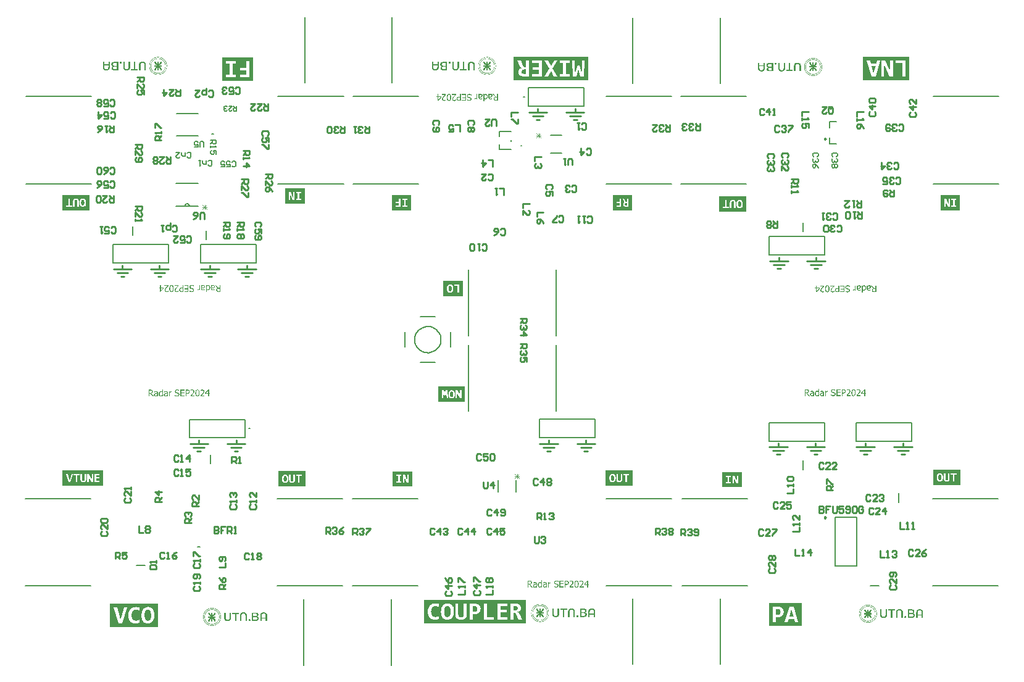
<source format=gto>
G04*
G04 #@! TF.GenerationSoftware,Altium Limited,Altium Designer,21.4.1 (30)*
G04*
G04 Layer_Color=65535*
%FSLAX25Y25*%
%MOIN*%
G70*
G04*
G04 #@! TF.SameCoordinates,4F7A37CA-CC0D-4B0B-ADC5-D258E3024ECD*
G04*
G04*
G04 #@! TF.FilePolarity,Positive*
G04*
G01*
G75*
%ADD10C,0.00984*%
%ADD11C,0.00787*%
%ADD12C,0.00600*%
%ADD13C,0.00394*%
%ADD14C,0.01000*%
%ADD15C,0.00500*%
%ADD16C,0.00300*%
%ADD17C,0.00800*%
G36*
X46555Y-6624D02*
X46687D01*
Y-6646D01*
X46840D01*
Y-6668D01*
X46906D01*
Y-6690D01*
X47016D01*
Y-6712D01*
X47060D01*
Y-6734D01*
X47126D01*
Y-6756D01*
X47191D01*
Y-6778D01*
X47213D01*
Y-6800D01*
X47279D01*
Y-6822D01*
X47301D01*
Y-6844D01*
X47367D01*
Y-6866D01*
X47389D01*
Y-6888D01*
X47433D01*
Y-6910D01*
X47455D01*
Y-6932D01*
X47477D01*
Y-6953D01*
X47521D01*
Y-6975D01*
X47543D01*
Y-6997D01*
X47587D01*
Y-7019D01*
X47609D01*
Y-7041D01*
X47631D01*
Y-7063D01*
X47652D01*
Y-7085D01*
X47674D01*
Y-7107D01*
X47696D01*
Y-7129D01*
X47718D01*
Y-7151D01*
X47740D01*
Y-7195D01*
X47762D01*
Y-7217D01*
X47784D01*
Y-7239D01*
X47806D01*
Y-7283D01*
X47828D01*
Y-7305D01*
X47850D01*
Y-7349D01*
X47872D01*
Y-7371D01*
X47894D01*
Y-7414D01*
X47916D01*
Y-7458D01*
X47938D01*
Y-7502D01*
X47960D01*
Y-7568D01*
X47982D01*
Y-7590D01*
X48004D01*
Y-7678D01*
X48026D01*
Y-7722D01*
X48048D01*
Y-7853D01*
X48070D01*
Y-7919D01*
X48092D01*
Y-8073D01*
X48114D01*
Y-11191D01*
X48092D01*
Y-11212D01*
X47323D01*
Y-8424D01*
X47301D01*
Y-8161D01*
X47279D01*
Y-8029D01*
X47257D01*
Y-7919D01*
X47235D01*
Y-7875D01*
X47213D01*
Y-7788D01*
X47191D01*
Y-7766D01*
X47170D01*
Y-7722D01*
X47148D01*
Y-7678D01*
X47126D01*
Y-7656D01*
X47104D01*
Y-7612D01*
X47082D01*
Y-7590D01*
X47060D01*
Y-7568D01*
X47038D01*
Y-7546D01*
X47016D01*
Y-7524D01*
X46994D01*
Y-7502D01*
X46972D01*
Y-7480D01*
X46928D01*
Y-7458D01*
X46906D01*
Y-7436D01*
X46862D01*
Y-7414D01*
X46818D01*
Y-7393D01*
X46796D01*
Y-7371D01*
X46708D01*
Y-7349D01*
X46665D01*
Y-7327D01*
X46489D01*
Y-7305D01*
X46006D01*
Y-7327D01*
X45852D01*
Y-7349D01*
X45808D01*
Y-7371D01*
X45720D01*
Y-7393D01*
X45699D01*
Y-7414D01*
X45655D01*
Y-7436D01*
X45611D01*
Y-7458D01*
X45589D01*
Y-7480D01*
X45545D01*
Y-7502D01*
X45523D01*
Y-7524D01*
X45501D01*
Y-7546D01*
X45479D01*
Y-7568D01*
X45457D01*
Y-7590D01*
X45435D01*
Y-7612D01*
X45413D01*
Y-7656D01*
X45391D01*
Y-7678D01*
X45369D01*
Y-7722D01*
X45347D01*
Y-7744D01*
X45325D01*
Y-7810D01*
X45303D01*
Y-7875D01*
X45281D01*
Y-7919D01*
X45259D01*
Y-8051D01*
X45237D01*
Y-8161D01*
X45216D01*
Y-11191D01*
X45194D01*
Y-11212D01*
X44403D01*
Y-8183D01*
X44425D01*
Y-7941D01*
X44447D01*
Y-7853D01*
X44469D01*
Y-7744D01*
X44491D01*
Y-7678D01*
X44513D01*
Y-7612D01*
X44535D01*
Y-7546D01*
X44557D01*
Y-7524D01*
X44579D01*
Y-7458D01*
X44601D01*
Y-7436D01*
X44623D01*
Y-7371D01*
X44645D01*
Y-7349D01*
X44667D01*
Y-7305D01*
X44689D01*
Y-7283D01*
X44711D01*
Y-7239D01*
X44733D01*
Y-7217D01*
X44755D01*
Y-7195D01*
X44776D01*
Y-7151D01*
X44798D01*
Y-7129D01*
X44820D01*
Y-7107D01*
X44842D01*
Y-7085D01*
X44864D01*
Y-7063D01*
X44886D01*
Y-7041D01*
X44908D01*
Y-7019D01*
X44930D01*
Y-6997D01*
X44974D01*
Y-6975D01*
X44996D01*
Y-6953D01*
X45040D01*
Y-6932D01*
X45062D01*
Y-6910D01*
X45084D01*
Y-6888D01*
X45128D01*
Y-6866D01*
X45150D01*
Y-6844D01*
X45216D01*
Y-6822D01*
X45237D01*
Y-6800D01*
X45303D01*
Y-6778D01*
X45347D01*
Y-6756D01*
X45391D01*
Y-6734D01*
X45457D01*
Y-6712D01*
X45501D01*
Y-6690D01*
X45611D01*
Y-6668D01*
X45677D01*
Y-6646D01*
X45830D01*
Y-6624D01*
X45984D01*
Y-6602D01*
X46006D01*
Y-6624D01*
X46028D01*
Y-6602D01*
X46555D01*
Y-6624D01*
D02*
G37*
G36*
X224200Y-6639D02*
X224332D01*
Y-6661D01*
X224486D01*
Y-6683D01*
X224551D01*
Y-6705D01*
X224661D01*
Y-6727D01*
X224705D01*
Y-6748D01*
X224771D01*
Y-6770D01*
X224837D01*
Y-6792D01*
X224859D01*
Y-6814D01*
X224925D01*
Y-6836D01*
X224947D01*
Y-6858D01*
X225012D01*
Y-6880D01*
X225034D01*
Y-6902D01*
X225078D01*
Y-6924D01*
X225100D01*
Y-6946D01*
X225122D01*
Y-6968D01*
X225166D01*
Y-6990D01*
X225188D01*
Y-7012D01*
X225232D01*
Y-7034D01*
X225254D01*
Y-7056D01*
X225276D01*
Y-7078D01*
X225298D01*
Y-7100D01*
X225320D01*
Y-7122D01*
X225342D01*
Y-7144D01*
X225364D01*
Y-7166D01*
X225386D01*
Y-7210D01*
X225408D01*
Y-7231D01*
X225430D01*
Y-7254D01*
X225451D01*
Y-7297D01*
X225473D01*
Y-7319D01*
X225495D01*
Y-7363D01*
X225517D01*
Y-7385D01*
X225539D01*
Y-7429D01*
X225561D01*
Y-7473D01*
X225583D01*
Y-7517D01*
X225605D01*
Y-7583D01*
X225627D01*
Y-7605D01*
X225649D01*
Y-7693D01*
X225671D01*
Y-7736D01*
X225693D01*
Y-7868D01*
X225715D01*
Y-7934D01*
X225737D01*
Y-8088D01*
X225759D01*
Y-11205D01*
X225737D01*
Y-11227D01*
X224969D01*
Y-8439D01*
X224947D01*
Y-8175D01*
X224925D01*
Y-8044D01*
X224903D01*
Y-7934D01*
X224881D01*
Y-7890D01*
X224859D01*
Y-7802D01*
X224837D01*
Y-7780D01*
X224815D01*
Y-7736D01*
X224793D01*
Y-7693D01*
X224771D01*
Y-7671D01*
X224749D01*
Y-7627D01*
X224727D01*
Y-7605D01*
X224705D01*
Y-7583D01*
X224683D01*
Y-7561D01*
X224661D01*
Y-7539D01*
X224639D01*
Y-7517D01*
X224617D01*
Y-7495D01*
X224573D01*
Y-7473D01*
X224551D01*
Y-7451D01*
X224507D01*
Y-7429D01*
X224464D01*
Y-7407D01*
X224442D01*
Y-7385D01*
X224354D01*
Y-7363D01*
X224310D01*
Y-7341D01*
X224134D01*
Y-7319D01*
X223651D01*
Y-7341D01*
X223498D01*
Y-7363D01*
X223454D01*
Y-7385D01*
X223366D01*
Y-7407D01*
X223344D01*
Y-7429D01*
X223300D01*
Y-7451D01*
X223256D01*
Y-7473D01*
X223234D01*
Y-7495D01*
X223190D01*
Y-7517D01*
X223168D01*
Y-7539D01*
X223146D01*
Y-7561D01*
X223124D01*
Y-7583D01*
X223102D01*
Y-7605D01*
X223080D01*
Y-7627D01*
X223059D01*
Y-7671D01*
X223037D01*
Y-7693D01*
X223015D01*
Y-7736D01*
X222993D01*
Y-7758D01*
X222971D01*
Y-7824D01*
X222949D01*
Y-7890D01*
X222927D01*
Y-7934D01*
X222905D01*
Y-8066D01*
X222883D01*
Y-8175D01*
X222861D01*
Y-11205D01*
X222839D01*
Y-11227D01*
X222049D01*
Y-8197D01*
X222071D01*
Y-7956D01*
X222093D01*
Y-7868D01*
X222115D01*
Y-7758D01*
X222136D01*
Y-7693D01*
X222159D01*
Y-7627D01*
X222180D01*
Y-7561D01*
X222202D01*
Y-7539D01*
X222224D01*
Y-7473D01*
X222246D01*
Y-7451D01*
X222268D01*
Y-7385D01*
X222290D01*
Y-7363D01*
X222312D01*
Y-7319D01*
X222334D01*
Y-7297D01*
X222356D01*
Y-7254D01*
X222378D01*
Y-7231D01*
X222400D01*
Y-7210D01*
X222422D01*
Y-7166D01*
X222444D01*
Y-7144D01*
X222466D01*
Y-7122D01*
X222488D01*
Y-7100D01*
X222510D01*
Y-7078D01*
X222532D01*
Y-7056D01*
X222554D01*
Y-7034D01*
X222576D01*
Y-7012D01*
X222620D01*
Y-6990D01*
X222641D01*
Y-6968D01*
X222685D01*
Y-6946D01*
X222707D01*
Y-6924D01*
X222729D01*
Y-6902D01*
X222773D01*
Y-6880D01*
X222795D01*
Y-6858D01*
X222861D01*
Y-6836D01*
X222883D01*
Y-6814D01*
X222949D01*
Y-6792D01*
X222993D01*
Y-6770D01*
X223037D01*
Y-6748D01*
X223102D01*
Y-6727D01*
X223146D01*
Y-6705D01*
X223256D01*
Y-6683D01*
X223322D01*
Y-6661D01*
X223476D01*
Y-6639D01*
X223629D01*
Y-6617D01*
X223651D01*
Y-6639D01*
X223673D01*
Y-6617D01*
X224200D01*
Y-6639D01*
D02*
G37*
G36*
X42318Y-6712D02*
X42340D01*
Y-6734D01*
X42362D01*
Y-10510D01*
X42384D01*
Y-10532D01*
X43767D01*
Y-10576D01*
X43789D01*
Y-10598D01*
X43767D01*
Y-11147D01*
X43789D01*
Y-11191D01*
X43767D01*
Y-11212D01*
X40122D01*
Y-10554D01*
X40144D01*
Y-10532D01*
X41505D01*
Y-10510D01*
X41549D01*
Y-7261D01*
Y-7239D01*
Y-6712D01*
X41615D01*
Y-6690D01*
X41659D01*
Y-6712D01*
X41681D01*
Y-6690D01*
X41879D01*
Y-6712D01*
X41945D01*
Y-6690D01*
X42010D01*
Y-6712D01*
X42054D01*
Y-6690D01*
X42164D01*
Y-6712D01*
X42230D01*
Y-6690D01*
X42318D01*
Y-6712D01*
D02*
G37*
G36*
X39552D02*
X39573D01*
Y-9939D01*
X39552D01*
Y-10049D01*
X39530D01*
Y-10137D01*
X39508D01*
Y-10225D01*
X39486D01*
Y-10268D01*
X39464D01*
Y-10356D01*
X39442D01*
Y-10378D01*
X39420D01*
Y-10444D01*
X39398D01*
Y-10488D01*
X39376D01*
Y-10532D01*
X39354D01*
Y-10576D01*
X39332D01*
Y-10598D01*
X39310D01*
Y-10642D01*
X39288D01*
Y-10664D01*
X39266D01*
Y-10685D01*
X39244D01*
Y-10729D01*
X39222D01*
Y-10751D01*
X39200D01*
Y-10773D01*
X39178D01*
Y-10795D01*
X39156D01*
Y-10817D01*
X39134D01*
Y-10839D01*
X39112D01*
Y-10861D01*
X39090D01*
Y-10883D01*
X39069D01*
Y-10905D01*
X39047D01*
Y-10927D01*
X39025D01*
Y-10949D01*
X38981D01*
Y-10971D01*
X38959D01*
Y-10993D01*
X38915D01*
Y-11015D01*
X38893D01*
Y-11037D01*
X38871D01*
Y-11059D01*
X38805D01*
Y-11081D01*
X38783D01*
Y-11103D01*
X38739D01*
Y-11125D01*
X38673D01*
Y-11147D01*
X38651D01*
Y-11169D01*
X38564D01*
Y-11191D01*
X38520D01*
Y-11212D01*
X38410D01*
Y-11234D01*
X38366D01*
Y-11256D01*
X38256D01*
Y-11278D01*
X38103D01*
Y-11300D01*
X37971D01*
Y-11322D01*
X37488D01*
Y-11300D01*
X37356D01*
Y-11278D01*
X37203D01*
Y-11256D01*
X37115D01*
Y-11234D01*
X37027D01*
Y-11212D01*
X36939D01*
Y-11191D01*
X36895D01*
Y-11169D01*
X36829D01*
Y-11147D01*
X36785D01*
Y-11125D01*
X36742D01*
Y-11103D01*
X36676D01*
Y-11081D01*
X36654D01*
Y-11059D01*
X36610D01*
Y-11037D01*
X36588D01*
Y-11015D01*
X36544D01*
Y-10993D01*
X36522D01*
Y-10971D01*
X36478D01*
Y-10949D01*
X36456D01*
Y-10927D01*
X36434D01*
Y-10905D01*
X36390D01*
Y-10883D01*
X36368D01*
Y-10861D01*
X36346D01*
Y-10839D01*
X36324D01*
Y-10817D01*
X36302D01*
Y-10795D01*
X36281D01*
Y-10773D01*
X36259D01*
Y-10729D01*
X36237D01*
Y-10707D01*
X36215D01*
Y-10685D01*
X36193D01*
Y-10664D01*
X36171D01*
Y-10620D01*
X36149D01*
Y-10576D01*
X36127D01*
Y-10554D01*
X36105D01*
Y-10510D01*
X36083D01*
Y-10466D01*
X36061D01*
Y-10444D01*
X36039D01*
Y-10378D01*
X36017D01*
Y-10334D01*
X35995D01*
Y-10268D01*
X35973D01*
Y-10203D01*
X35951D01*
Y-10137D01*
X35929D01*
Y-10005D01*
X35907D01*
Y-9895D01*
X35885D01*
Y-6712D01*
X35907D01*
Y-6690D01*
X35973D01*
Y-6712D01*
X35995D01*
Y-6690D01*
X36544D01*
Y-6712D01*
X36588D01*
Y-6690D01*
X36654D01*
Y-6712D01*
X36676D01*
Y-9676D01*
X36698D01*
Y-9785D01*
X36720D01*
Y-9939D01*
X36742D01*
Y-10027D01*
X36764D01*
Y-10071D01*
X36785D01*
Y-10137D01*
X36807D01*
Y-10159D01*
X36829D01*
Y-10225D01*
X36851D01*
Y-10246D01*
X36873D01*
Y-10290D01*
X36895D01*
Y-10312D01*
X36917D01*
Y-10334D01*
X36939D01*
Y-10378D01*
X36983D01*
Y-10400D01*
X37005D01*
Y-10422D01*
X37027D01*
Y-10444D01*
X37071D01*
Y-10466D01*
X37093D01*
Y-10488D01*
X37137D01*
Y-10510D01*
X37181D01*
Y-10532D01*
X37246D01*
Y-10554D01*
X37290D01*
Y-10576D01*
X37378D01*
Y-10598D01*
X37532D01*
Y-10620D01*
X37707D01*
Y-10642D01*
X37751D01*
Y-10620D01*
X37949D01*
Y-10598D01*
X38081D01*
Y-10576D01*
X38168D01*
Y-10554D01*
X38212D01*
Y-10532D01*
X38300D01*
Y-10510D01*
X38322D01*
Y-10488D01*
X38366D01*
Y-10466D01*
X38410D01*
Y-10444D01*
X38432D01*
Y-10422D01*
X38476D01*
Y-10378D01*
X38498D01*
Y-10356D01*
X38520D01*
Y-10334D01*
X38564D01*
Y-10290D01*
X38586D01*
Y-10268D01*
X38607D01*
Y-10225D01*
X38629D01*
Y-10181D01*
X38651D01*
Y-10159D01*
X38673D01*
Y-10071D01*
X38695D01*
Y-10027D01*
X38717D01*
Y-9961D01*
X38739D01*
Y-9917D01*
Y-9895D01*
Y-9829D01*
X38761D01*
Y-9720D01*
X38783D01*
Y-6712D01*
X38805D01*
Y-6690D01*
X38871D01*
Y-6712D01*
X38915D01*
Y-6690D01*
X39552D01*
Y-6712D01*
D02*
G37*
G36*
X219963Y-6727D02*
X219985D01*
Y-6748D01*
X220007D01*
Y-10525D01*
X220029D01*
Y-10547D01*
X221412D01*
Y-10590D01*
X221434D01*
Y-10612D01*
X221412D01*
Y-11161D01*
X221434D01*
Y-11205D01*
X221412D01*
Y-11227D01*
X217768D01*
Y-10568D01*
X217790D01*
Y-10547D01*
X219151D01*
Y-10525D01*
X219195D01*
Y-7275D01*
Y-7254D01*
Y-6727D01*
X219261D01*
Y-6705D01*
X219304D01*
Y-6727D01*
X219326D01*
Y-6705D01*
X219524D01*
Y-6727D01*
X219590D01*
Y-6705D01*
X219656D01*
Y-6727D01*
X219700D01*
Y-6705D01*
X219809D01*
Y-6727D01*
X219875D01*
Y-6705D01*
X219963D01*
Y-6727D01*
D02*
G37*
G36*
X217197D02*
X217219D01*
Y-9954D01*
X217197D01*
Y-10063D01*
X217175D01*
Y-10151D01*
X217153D01*
Y-10239D01*
X217131D01*
Y-10283D01*
X217109D01*
Y-10371D01*
X217087D01*
Y-10393D01*
X217065D01*
Y-10459D01*
X217043D01*
Y-10503D01*
X217021D01*
Y-10547D01*
X216999D01*
Y-10590D01*
X216977D01*
Y-10612D01*
X216955D01*
Y-10656D01*
X216933D01*
Y-10678D01*
X216912D01*
Y-10700D01*
X216890D01*
Y-10744D01*
X216868D01*
Y-10766D01*
X216846D01*
Y-10788D01*
X216824D01*
Y-10810D01*
X216802D01*
Y-10832D01*
X216780D01*
Y-10854D01*
X216758D01*
Y-10876D01*
X216736D01*
Y-10898D01*
X216714D01*
Y-10920D01*
X216692D01*
Y-10942D01*
X216670D01*
Y-10964D01*
X216626D01*
Y-10986D01*
X216604D01*
Y-11007D01*
X216560D01*
Y-11029D01*
X216538D01*
Y-11051D01*
X216516D01*
Y-11073D01*
X216451D01*
Y-11095D01*
X216429D01*
Y-11117D01*
X216385D01*
Y-11139D01*
X216319D01*
Y-11161D01*
X216297D01*
Y-11183D01*
X216209D01*
Y-11205D01*
X216165D01*
Y-11227D01*
X216055D01*
Y-11249D01*
X216012D01*
Y-11271D01*
X215902D01*
Y-11293D01*
X215748D01*
Y-11315D01*
X215616D01*
Y-11337D01*
X215133D01*
Y-11315D01*
X215002D01*
Y-11293D01*
X214848D01*
Y-11271D01*
X214760D01*
Y-11249D01*
X214672D01*
Y-11227D01*
X214584D01*
Y-11205D01*
X214541D01*
Y-11183D01*
X214475D01*
Y-11161D01*
X214431D01*
Y-11139D01*
X214387D01*
Y-11117D01*
X214321D01*
Y-11095D01*
X214299D01*
Y-11073D01*
X214255D01*
Y-11051D01*
X214233D01*
Y-11029D01*
X214189D01*
Y-11007D01*
X214167D01*
Y-10986D01*
X214124D01*
Y-10964D01*
X214102D01*
Y-10942D01*
X214080D01*
Y-10920D01*
X214036D01*
Y-10898D01*
X214014D01*
Y-10876D01*
X213992D01*
Y-10854D01*
X213970D01*
Y-10832D01*
X213948D01*
Y-10810D01*
X213926D01*
Y-10788D01*
X213904D01*
Y-10744D01*
X213882D01*
Y-10722D01*
X213860D01*
Y-10700D01*
X213838D01*
Y-10678D01*
X213816D01*
Y-10634D01*
X213794D01*
Y-10590D01*
X213772D01*
Y-10568D01*
X213750D01*
Y-10525D01*
X213728D01*
Y-10481D01*
X213706D01*
Y-10459D01*
X213684D01*
Y-10393D01*
X213662D01*
Y-10349D01*
X213640D01*
Y-10283D01*
X213618D01*
Y-10217D01*
X213597D01*
Y-10151D01*
X213575D01*
Y-10020D01*
X213553D01*
Y-9910D01*
X213531D01*
Y-6727D01*
X213553D01*
Y-6705D01*
X213618D01*
Y-6727D01*
X213640D01*
Y-6705D01*
X214189D01*
Y-6727D01*
X214233D01*
Y-6705D01*
X214299D01*
Y-6727D01*
X214321D01*
Y-9690D01*
X214343D01*
Y-9800D01*
X214365D01*
Y-9954D01*
X214387D01*
Y-10042D01*
X214409D01*
Y-10086D01*
X214431D01*
Y-10151D01*
X214453D01*
Y-10173D01*
X214475D01*
Y-10239D01*
X214497D01*
Y-10261D01*
X214519D01*
Y-10305D01*
X214541D01*
Y-10327D01*
X214563D01*
Y-10349D01*
X214584D01*
Y-10393D01*
X214628D01*
Y-10415D01*
X214650D01*
Y-10437D01*
X214672D01*
Y-10459D01*
X214716D01*
Y-10481D01*
X214738D01*
Y-10503D01*
X214782D01*
Y-10525D01*
X214826D01*
Y-10547D01*
X214892D01*
Y-10568D01*
X214936D01*
Y-10590D01*
X215024D01*
Y-10612D01*
X215177D01*
Y-10634D01*
X215353D01*
Y-10656D01*
X215397D01*
Y-10634D01*
X215594D01*
Y-10612D01*
X215726D01*
Y-10590D01*
X215814D01*
Y-10568D01*
X215858D01*
Y-10547D01*
X215946D01*
Y-10525D01*
X215968D01*
Y-10503D01*
X216012D01*
Y-10481D01*
X216055D01*
Y-10459D01*
X216077D01*
Y-10437D01*
X216121D01*
Y-10393D01*
X216143D01*
Y-10371D01*
X216165D01*
Y-10349D01*
X216209D01*
Y-10305D01*
X216231D01*
Y-10283D01*
X216253D01*
Y-10239D01*
X216275D01*
Y-10195D01*
X216297D01*
Y-10173D01*
X216319D01*
Y-10086D01*
X216341D01*
Y-10042D01*
X216363D01*
Y-9976D01*
X216385D01*
Y-9932D01*
Y-9910D01*
Y-9844D01*
X216407D01*
Y-9734D01*
X216429D01*
Y-6727D01*
X216451D01*
Y-6705D01*
X216516D01*
Y-6727D01*
X216560D01*
Y-6705D01*
X217197D01*
Y-6727D01*
D02*
G37*
G36*
X34612Y-6602D02*
X34700D01*
Y-6624D01*
X34744D01*
Y-6646D01*
X34788D01*
Y-6668D01*
X34810D01*
Y-6690D01*
X34854D01*
Y-6712D01*
X34875D01*
Y-6734D01*
X34897D01*
Y-6756D01*
X34919D01*
Y-6778D01*
X34941D01*
Y-6844D01*
X34963D01*
Y-6866D01*
X34985D01*
Y-6953D01*
X35007D01*
Y-7239D01*
X34985D01*
Y-7327D01*
X34963D01*
Y-7349D01*
X34941D01*
Y-7393D01*
X34919D01*
Y-7414D01*
X34897D01*
Y-7436D01*
X34875D01*
Y-7480D01*
X34832D01*
Y-7502D01*
X34810D01*
Y-7524D01*
X34766D01*
Y-7546D01*
X34744D01*
Y-7568D01*
X34700D01*
Y-7590D01*
X34568D01*
Y-7612D01*
X34458D01*
Y-7590D01*
X34327D01*
Y-7568D01*
X34283D01*
Y-7546D01*
X34239D01*
Y-7524D01*
X34217D01*
Y-7502D01*
X34195D01*
Y-7480D01*
X34151D01*
Y-7458D01*
X34129D01*
Y-7436D01*
X34107D01*
Y-7393D01*
X34085D01*
Y-7371D01*
X34063D01*
Y-7327D01*
X34041D01*
Y-7261D01*
X34019D01*
Y-7217D01*
X33997D01*
Y-6975D01*
X34019D01*
Y-6910D01*
X34041D01*
Y-6844D01*
X34063D01*
Y-6822D01*
X34085D01*
Y-6800D01*
X34107D01*
Y-6756D01*
X34129D01*
Y-6734D01*
X34151D01*
Y-6712D01*
X34173D01*
Y-6690D01*
X34217D01*
Y-6668D01*
X34239D01*
Y-6646D01*
X34283D01*
Y-6624D01*
X34349D01*
Y-6602D01*
X34414D01*
Y-6580D01*
X34612D01*
Y-6602D01*
D02*
G37*
G36*
X212257Y-6617D02*
X212345D01*
Y-6639D01*
X212389D01*
Y-6661D01*
X212433D01*
Y-6683D01*
X212455D01*
Y-6705D01*
X212499D01*
Y-6727D01*
X212521D01*
Y-6748D01*
X212543D01*
Y-6770D01*
X212565D01*
Y-6792D01*
X212587D01*
Y-6858D01*
X212609D01*
Y-6880D01*
X212631D01*
Y-6968D01*
X212653D01*
Y-7254D01*
X212631D01*
Y-7341D01*
X212609D01*
Y-7363D01*
X212587D01*
Y-7407D01*
X212565D01*
Y-7429D01*
X212543D01*
Y-7451D01*
X212521D01*
Y-7495D01*
X212477D01*
Y-7517D01*
X212455D01*
Y-7539D01*
X212411D01*
Y-7561D01*
X212389D01*
Y-7583D01*
X212345D01*
Y-7605D01*
X212213D01*
Y-7627D01*
X212104D01*
Y-7605D01*
X211972D01*
Y-7583D01*
X211928D01*
Y-7561D01*
X211884D01*
Y-7539D01*
X211862D01*
Y-7517D01*
X211840D01*
Y-7495D01*
X211796D01*
Y-7473D01*
X211774D01*
Y-7451D01*
X211753D01*
Y-7407D01*
X211731D01*
Y-7385D01*
X211709D01*
Y-7341D01*
X211687D01*
Y-7275D01*
X211665D01*
Y-7231D01*
X211643D01*
Y-6990D01*
X211665D01*
Y-6924D01*
X211687D01*
Y-6858D01*
X211709D01*
Y-6836D01*
X211731D01*
Y-6814D01*
X211753D01*
Y-6770D01*
X211774D01*
Y-6748D01*
X211796D01*
Y-6727D01*
X211818D01*
Y-6705D01*
X211862D01*
Y-6683D01*
X211884D01*
Y-6661D01*
X211928D01*
Y-6639D01*
X211994D01*
Y-6617D01*
X212060D01*
Y-6595D01*
X212257D01*
Y-6617D01*
D02*
G37*
G36*
X28619Y-6734D02*
X28641D01*
Y-9851D01*
X28619D01*
Y-10027D01*
X28597D01*
Y-10115D01*
X28575D01*
Y-10203D01*
X28553D01*
Y-10268D01*
X28531D01*
Y-10312D01*
X28509D01*
Y-10378D01*
X28487D01*
Y-10422D01*
X28465D01*
Y-10488D01*
X28443D01*
Y-10510D01*
X28421D01*
Y-10554D01*
X28399D01*
Y-10598D01*
X28377D01*
Y-10620D01*
X28355D01*
Y-10642D01*
X28333D01*
Y-10685D01*
X28311D01*
Y-10707D01*
X28289D01*
Y-10729D01*
X28267D01*
Y-10751D01*
X28245D01*
Y-10773D01*
X28223D01*
Y-10795D01*
X28202D01*
Y-10839D01*
X28180D01*
Y-10861D01*
X28136D01*
Y-10883D01*
X28114D01*
Y-10905D01*
X28092D01*
Y-10927D01*
X28070D01*
Y-10949D01*
X28026D01*
Y-10971D01*
X28004D01*
Y-10993D01*
X27982D01*
Y-11015D01*
X27938D01*
Y-11037D01*
X27894D01*
Y-11059D01*
X27872D01*
Y-11081D01*
X27828D01*
Y-11103D01*
X27784D01*
Y-11125D01*
X27719D01*
Y-11147D01*
X27675D01*
Y-11169D01*
X27609D01*
Y-11191D01*
X27543D01*
Y-11212D01*
X27477D01*
Y-11234D01*
X27389D01*
Y-11256D01*
X27301D01*
Y-11278D01*
X27082D01*
Y-11300D01*
X26511D01*
Y-11278D01*
X26292D01*
Y-11256D01*
X26204D01*
Y-11234D01*
X26116D01*
Y-11212D01*
X26050D01*
Y-11191D01*
X25984D01*
Y-11169D01*
X25918D01*
Y-11147D01*
X25875D01*
Y-11125D01*
X25831D01*
Y-11103D01*
X25787D01*
Y-11081D01*
X25721D01*
Y-11059D01*
X25699D01*
Y-11037D01*
X25677D01*
Y-11015D01*
X25611D01*
Y-10993D01*
X25589D01*
Y-10971D01*
X25567D01*
Y-10949D01*
X25545D01*
Y-10927D01*
X25523D01*
Y-10905D01*
X25479D01*
Y-10883D01*
X25457D01*
Y-10861D01*
X25435D01*
Y-10839D01*
X25414D01*
Y-10817D01*
X25392D01*
Y-10795D01*
X25370D01*
Y-10773D01*
X25348D01*
Y-10751D01*
X25326D01*
Y-10729D01*
X25304D01*
Y-10685D01*
X25282D01*
Y-10664D01*
X25260D01*
Y-10642D01*
X25238D01*
Y-10598D01*
X25216D01*
Y-10554D01*
X25194D01*
Y-10532D01*
X25172D01*
Y-10488D01*
X25150D01*
Y-10466D01*
X25128D01*
Y-10400D01*
X25106D01*
Y-10378D01*
X25084D01*
Y-10290D01*
X25062D01*
Y-10246D01*
X25040D01*
Y-10159D01*
X25018D01*
Y-10049D01*
X24996D01*
Y-10005D01*
X24974D01*
Y-6734D01*
X24996D01*
Y-6712D01*
X25721D01*
Y-6756D01*
X25743D01*
Y-7722D01*
Y-7744D01*
Y-7897D01*
X27850D01*
Y-7875D01*
X27872D01*
Y-6734D01*
X27894D01*
Y-6712D01*
X28619D01*
Y-6734D01*
D02*
G37*
G36*
X206264Y-6748D02*
X206286D01*
Y-9866D01*
X206264D01*
Y-10042D01*
X206242D01*
Y-10129D01*
X206220D01*
Y-10217D01*
X206198D01*
Y-10283D01*
X206176D01*
Y-10327D01*
X206154D01*
Y-10393D01*
X206132D01*
Y-10437D01*
X206110D01*
Y-10503D01*
X206088D01*
Y-10525D01*
X206066D01*
Y-10568D01*
X206045D01*
Y-10612D01*
X206023D01*
Y-10634D01*
X206001D01*
Y-10656D01*
X205979D01*
Y-10700D01*
X205957D01*
Y-10722D01*
X205935D01*
Y-10744D01*
X205913D01*
Y-10766D01*
X205891D01*
Y-10788D01*
X205869D01*
Y-10810D01*
X205847D01*
Y-10854D01*
X205825D01*
Y-10876D01*
X205781D01*
Y-10898D01*
X205759D01*
Y-10920D01*
X205737D01*
Y-10942D01*
X205715D01*
Y-10964D01*
X205671D01*
Y-10986D01*
X205649D01*
Y-11007D01*
X205627D01*
Y-11029D01*
X205584D01*
Y-11051D01*
X205540D01*
Y-11073D01*
X205518D01*
Y-11095D01*
X205474D01*
Y-11117D01*
X205430D01*
Y-11139D01*
X205364D01*
Y-11161D01*
X205320D01*
Y-11183D01*
X205254D01*
Y-11205D01*
X205188D01*
Y-11227D01*
X205122D01*
Y-11249D01*
X205035D01*
Y-11271D01*
X204947D01*
Y-11293D01*
X204727D01*
Y-11315D01*
X204156D01*
Y-11293D01*
X203937D01*
Y-11271D01*
X203849D01*
Y-11249D01*
X203761D01*
Y-11227D01*
X203696D01*
Y-11205D01*
X203630D01*
Y-11183D01*
X203564D01*
Y-11161D01*
X203520D01*
Y-11139D01*
X203476D01*
Y-11117D01*
X203432D01*
Y-11095D01*
X203366D01*
Y-11073D01*
X203344D01*
Y-11051D01*
X203322D01*
Y-11029D01*
X203256D01*
Y-11007D01*
X203235D01*
Y-10986D01*
X203212D01*
Y-10964D01*
X203191D01*
Y-10942D01*
X203169D01*
Y-10920D01*
X203125D01*
Y-10898D01*
X203103D01*
Y-10876D01*
X203081D01*
Y-10854D01*
X203059D01*
Y-10832D01*
X203037D01*
Y-10810D01*
X203015D01*
Y-10788D01*
X202993D01*
Y-10766D01*
X202971D01*
Y-10744D01*
X202949D01*
Y-10700D01*
X202927D01*
Y-10678D01*
X202905D01*
Y-10656D01*
X202883D01*
Y-10612D01*
X202861D01*
Y-10568D01*
X202839D01*
Y-10547D01*
X202817D01*
Y-10503D01*
X202795D01*
Y-10481D01*
X202773D01*
Y-10415D01*
X202751D01*
Y-10393D01*
X202730D01*
Y-10305D01*
X202708D01*
Y-10261D01*
X202686D01*
Y-10173D01*
X202664D01*
Y-10063D01*
X202642D01*
Y-10020D01*
X202620D01*
Y-6748D01*
X202642D01*
Y-6727D01*
X203366D01*
Y-6770D01*
X203388D01*
Y-7736D01*
Y-7758D01*
Y-7912D01*
X205496D01*
Y-7890D01*
X205518D01*
Y-6748D01*
X205540D01*
Y-6727D01*
X206264D01*
Y-6748D01*
D02*
G37*
G36*
X33163Y-6756D02*
X33185D01*
Y-11191D01*
X33163D01*
Y-11212D01*
X30858D01*
Y-11191D01*
X30638D01*
Y-11169D01*
X30507D01*
Y-11147D01*
X30441D01*
Y-11125D01*
X30353D01*
Y-11103D01*
X30309D01*
Y-11081D01*
X30243D01*
Y-11059D01*
X30199D01*
Y-11037D01*
X30177D01*
Y-11015D01*
X30134D01*
Y-10993D01*
X30090D01*
Y-10971D01*
X30068D01*
Y-10949D01*
X30024D01*
Y-10927D01*
X30002D01*
Y-10905D01*
X29980D01*
Y-10883D01*
X29958D01*
Y-10861D01*
X29936D01*
Y-10839D01*
X29914D01*
Y-10817D01*
X29892D01*
Y-10795D01*
X29870D01*
Y-10773D01*
X29848D01*
Y-10751D01*
X29826D01*
Y-10685D01*
X29804D01*
Y-10664D01*
X29782D01*
Y-10620D01*
X29760D01*
Y-10576D01*
X29738D01*
Y-10532D01*
X29716D01*
Y-10510D01*
Y-10444D01*
X29694D01*
Y-10356D01*
X29672D01*
Y-9829D01*
X29694D01*
Y-9785D01*
X29716D01*
Y-9698D01*
X29738D01*
Y-9654D01*
X29760D01*
Y-9610D01*
X29782D01*
Y-9566D01*
X29804D01*
Y-9544D01*
X29826D01*
Y-9478D01*
X29870D01*
Y-9434D01*
X29892D01*
Y-9412D01*
X29914D01*
Y-9390D01*
X29936D01*
Y-9368D01*
X29958D01*
Y-9346D01*
X29980D01*
Y-9324D01*
X30002D01*
Y-9302D01*
X30024D01*
Y-9280D01*
X30068D01*
Y-9258D01*
X30112D01*
Y-9237D01*
X30134D01*
Y-9215D01*
X30177D01*
Y-9193D01*
X30221D01*
Y-9171D01*
X30265D01*
Y-9127D01*
X30243D01*
Y-9105D01*
X30177D01*
Y-9083D01*
X30134D01*
Y-9061D01*
X30068D01*
Y-9039D01*
X30024D01*
Y-9017D01*
X29980D01*
Y-8995D01*
X29958D01*
Y-8973D01*
X29914D01*
Y-8951D01*
X29870D01*
Y-8929D01*
X29848D01*
Y-8907D01*
X29826D01*
Y-8885D01*
X29804D01*
Y-8863D01*
X29782D01*
Y-8841D01*
X29760D01*
Y-8820D01*
X29738D01*
Y-8798D01*
X29716D01*
Y-8776D01*
X29694D01*
Y-8754D01*
X29672D01*
Y-8710D01*
X29651D01*
Y-8666D01*
X29629D01*
Y-8644D01*
X29607D01*
Y-8600D01*
X29585D01*
Y-8556D01*
X29563D01*
Y-8490D01*
X29541D01*
Y-8446D01*
X29519D01*
Y-8380D01*
X29497D01*
Y-8271D01*
X29475D01*
Y-8161D01*
X29453D01*
Y-7810D01*
X29475D01*
Y-7700D01*
X29497D01*
Y-7612D01*
X29519D01*
Y-7546D01*
X29541D01*
Y-7480D01*
X29563D01*
Y-7414D01*
X29585D01*
Y-7393D01*
X29607D01*
Y-7349D01*
X29629D01*
Y-7305D01*
X29651D01*
Y-7283D01*
X29672D01*
Y-7261D01*
X29694D01*
Y-7239D01*
X29716D01*
Y-7195D01*
X29738D01*
Y-7173D01*
X29760D01*
Y-7151D01*
X29782D01*
Y-7129D01*
X29804D01*
Y-7107D01*
X29826D01*
Y-7085D01*
X29848D01*
Y-7063D01*
X29892D01*
Y-7041D01*
X29914D01*
Y-7019D01*
X29936D01*
Y-6997D01*
X29980D01*
Y-6975D01*
X30024D01*
Y-6953D01*
X30046D01*
Y-6932D01*
X30090D01*
Y-6910D01*
X30134D01*
Y-6888D01*
X30177D01*
Y-6866D01*
X30243D01*
Y-6844D01*
X30309D01*
Y-6822D01*
X30375D01*
Y-6800D01*
X30463D01*
Y-6778D01*
X30573D01*
Y-6756D01*
X30638D01*
Y-6734D01*
X30968D01*
Y-6712D01*
X33163D01*
Y-6756D01*
D02*
G37*
G36*
X210808Y-6770D02*
X210830D01*
Y-11205D01*
X210808D01*
Y-11227D01*
X208503D01*
Y-11205D01*
X208284D01*
Y-11183D01*
X208152D01*
Y-11161D01*
X208086D01*
Y-11139D01*
X207998D01*
Y-11117D01*
X207955D01*
Y-11095D01*
X207889D01*
Y-11073D01*
X207845D01*
Y-11051D01*
X207823D01*
Y-11029D01*
X207779D01*
Y-11007D01*
X207735D01*
Y-10986D01*
X207713D01*
Y-10964D01*
X207669D01*
Y-10942D01*
X207647D01*
Y-10920D01*
X207625D01*
Y-10898D01*
X207603D01*
Y-10876D01*
X207581D01*
Y-10854D01*
X207559D01*
Y-10832D01*
X207537D01*
Y-10810D01*
X207515D01*
Y-10788D01*
X207493D01*
Y-10766D01*
X207471D01*
Y-10700D01*
X207450D01*
Y-10678D01*
X207428D01*
Y-10634D01*
X207406D01*
Y-10590D01*
X207384D01*
Y-10547D01*
X207362D01*
Y-10525D01*
Y-10459D01*
X207340D01*
Y-10371D01*
X207318D01*
Y-9844D01*
X207340D01*
Y-9800D01*
X207362D01*
Y-9712D01*
X207384D01*
Y-9668D01*
X207406D01*
Y-9624D01*
X207428D01*
Y-9580D01*
X207450D01*
Y-9559D01*
X207471D01*
Y-9493D01*
X207515D01*
Y-9449D01*
X207537D01*
Y-9427D01*
X207559D01*
Y-9405D01*
X207581D01*
Y-9383D01*
X207603D01*
Y-9361D01*
X207625D01*
Y-9339D01*
X207647D01*
Y-9317D01*
X207669D01*
Y-9295D01*
X207713D01*
Y-9273D01*
X207757D01*
Y-9251D01*
X207779D01*
Y-9229D01*
X207823D01*
Y-9207D01*
X207867D01*
Y-9185D01*
X207911D01*
Y-9142D01*
X207889D01*
Y-9120D01*
X207823D01*
Y-9098D01*
X207779D01*
Y-9076D01*
X207713D01*
Y-9054D01*
X207669D01*
Y-9032D01*
X207625D01*
Y-9010D01*
X207603D01*
Y-8988D01*
X207559D01*
Y-8966D01*
X207515D01*
Y-8944D01*
X207493D01*
Y-8922D01*
X207471D01*
Y-8900D01*
X207450D01*
Y-8878D01*
X207428D01*
Y-8856D01*
X207406D01*
Y-8834D01*
X207384D01*
Y-8812D01*
X207362D01*
Y-8790D01*
X207340D01*
Y-8768D01*
X207318D01*
Y-8724D01*
X207296D01*
Y-8681D01*
X207274D01*
Y-8659D01*
X207252D01*
Y-8615D01*
X207230D01*
Y-8571D01*
X207208D01*
Y-8505D01*
X207186D01*
Y-8461D01*
X207164D01*
Y-8395D01*
X207142D01*
Y-8285D01*
X207120D01*
Y-8175D01*
X207098D01*
Y-7824D01*
X207120D01*
Y-7715D01*
X207142D01*
Y-7627D01*
X207164D01*
Y-7561D01*
X207186D01*
Y-7495D01*
X207208D01*
Y-7429D01*
X207230D01*
Y-7407D01*
X207252D01*
Y-7363D01*
X207274D01*
Y-7319D01*
X207296D01*
Y-7297D01*
X207318D01*
Y-7275D01*
X207340D01*
Y-7254D01*
X207362D01*
Y-7210D01*
X207384D01*
Y-7188D01*
X207406D01*
Y-7166D01*
X207428D01*
Y-7144D01*
X207450D01*
Y-7122D01*
X207471D01*
Y-7100D01*
X207493D01*
Y-7078D01*
X207537D01*
Y-7056D01*
X207559D01*
Y-7034D01*
X207581D01*
Y-7012D01*
X207625D01*
Y-6990D01*
X207669D01*
Y-6968D01*
X207691D01*
Y-6946D01*
X207735D01*
Y-6924D01*
X207779D01*
Y-6902D01*
X207823D01*
Y-6880D01*
X207889D01*
Y-6858D01*
X207955D01*
Y-6836D01*
X208020D01*
Y-6814D01*
X208108D01*
Y-6792D01*
X208218D01*
Y-6770D01*
X208284D01*
Y-6748D01*
X208613D01*
Y-6727D01*
X210808D01*
Y-6770D01*
D02*
G37*
G36*
X54436Y-4078D02*
X55204D01*
Y-4100D01*
X55336D01*
Y-4121D01*
X55534D01*
Y-4143D01*
X55622D01*
Y-4165D01*
X55753D01*
Y-4187D01*
X55841D01*
Y-4209D01*
X55951D01*
Y-4231D01*
X56017D01*
Y-4253D01*
X56083D01*
Y-4275D01*
X56192D01*
Y-4297D01*
X56214D01*
Y-4319D01*
X56302D01*
Y-4341D01*
X56368D01*
Y-4363D01*
X56412D01*
Y-4385D01*
X56478D01*
Y-4407D01*
X56522D01*
Y-4429D01*
X56587D01*
Y-4451D01*
X56631D01*
Y-4473D01*
X56697D01*
Y-4495D01*
X56741D01*
Y-4517D01*
X56785D01*
Y-4538D01*
X56829D01*
Y-4561D01*
X56873D01*
Y-4582D01*
X56917D01*
Y-4604D01*
X56961D01*
Y-4626D01*
X57005D01*
Y-4648D01*
X57049D01*
Y-4670D01*
X57070D01*
Y-4692D01*
X57114D01*
Y-4714D01*
X57158D01*
Y-4736D01*
X57202D01*
Y-4758D01*
X57224D01*
Y-4780D01*
X57246D01*
Y-4802D01*
X57312D01*
Y-4824D01*
X57334D01*
Y-4846D01*
X57378D01*
Y-4868D01*
X57400D01*
Y-4890D01*
X57422D01*
Y-4912D01*
X57466D01*
Y-4934D01*
X57488D01*
Y-4956D01*
X57531D01*
Y-4978D01*
X57553D01*
Y-5000D01*
X57575D01*
Y-5021D01*
X57619D01*
Y-5043D01*
X57641D01*
Y-5065D01*
X57685D01*
Y-5087D01*
X57707D01*
Y-5109D01*
X57729D01*
Y-5131D01*
X57751D01*
Y-5153D01*
X57773D01*
Y-5175D01*
X57817D01*
Y-5197D01*
X57839D01*
Y-5219D01*
X57861D01*
Y-5241D01*
X57883D01*
Y-5263D01*
X57905D01*
Y-5285D01*
X57927D01*
Y-5307D01*
X57971D01*
Y-5329D01*
X57993D01*
Y-5351D01*
X58015D01*
Y-5373D01*
X58037D01*
Y-5395D01*
X58058D01*
Y-5417D01*
X58080D01*
Y-5439D01*
X58102D01*
Y-5461D01*
X58124D01*
Y-5483D01*
X58146D01*
Y-5505D01*
X58168D01*
Y-5526D01*
X58190D01*
Y-5548D01*
X58212D01*
Y-5570D01*
X58234D01*
Y-5592D01*
X58256D01*
Y-5614D01*
X58278D01*
Y-5636D01*
X58300D01*
Y-5658D01*
X58322D01*
Y-5702D01*
X58344D01*
Y-5724D01*
X58366D01*
Y-5746D01*
X58388D01*
Y-5768D01*
X58410D01*
Y-5790D01*
X58432D01*
Y-5834D01*
X58454D01*
Y-5856D01*
X58476D01*
Y-5878D01*
X58498D01*
Y-5900D01*
X58519D01*
Y-5922D01*
X58541D01*
Y-5965D01*
X58563D01*
Y-5988D01*
X58585D01*
Y-6009D01*
X58607D01*
Y-6053D01*
X58629D01*
Y-6075D01*
X58651D01*
Y-6119D01*
X58673D01*
Y-6141D01*
X58695D01*
Y-6185D01*
X58717D01*
Y-6207D01*
X58739D01*
Y-6229D01*
X58761D01*
Y-6273D01*
X58783D01*
Y-6295D01*
X58805D01*
Y-6339D01*
X58827D01*
Y-6361D01*
X58849D01*
Y-6426D01*
X58871D01*
Y-6448D01*
X58893D01*
Y-6492D01*
X58915D01*
Y-6536D01*
X58937D01*
Y-6558D01*
X58959D01*
Y-6602D01*
X58981D01*
Y-6646D01*
X59002D01*
Y-6690D01*
X59024D01*
Y-6734D01*
X59046D01*
Y-6778D01*
X59068D01*
Y-6822D01*
X59090D01*
Y-6866D01*
X59112D01*
Y-6910D01*
X59134D01*
Y-6953D01*
X59156D01*
Y-7019D01*
X59178D01*
Y-7063D01*
X59200D01*
Y-7107D01*
X59222D01*
Y-7195D01*
X59244D01*
Y-7239D01*
X59266D01*
Y-7305D01*
X59288D01*
Y-7371D01*
X59310D01*
Y-7414D01*
X59332D01*
Y-7524D01*
X59354D01*
Y-7568D01*
X59376D01*
Y-7678D01*
X59398D01*
Y-7744D01*
X59420D01*
Y-7853D01*
X59442D01*
Y-7941D01*
X59464D01*
Y-8051D01*
X59485D01*
Y-8227D01*
X59507D01*
Y-8337D01*
X59529D01*
Y-8688D01*
X59551D01*
Y-9105D01*
X59529D01*
Y-9434D01*
X59507D01*
Y-9544D01*
X59485D01*
Y-9742D01*
X59464D01*
Y-9829D01*
X59442D01*
Y-9939D01*
X59420D01*
Y-10049D01*
X59398D01*
Y-10093D01*
X59376D01*
Y-10225D01*
X59354D01*
Y-10268D01*
X59332D01*
Y-10356D01*
X59310D01*
Y-10422D01*
X59288D01*
Y-10466D01*
X59266D01*
Y-10554D01*
X59244D01*
Y-10598D01*
X59222D01*
Y-10685D01*
X59200D01*
Y-10707D01*
X59178D01*
Y-10751D01*
X59156D01*
Y-10839D01*
X59134D01*
Y-10861D01*
X59112D01*
Y-10927D01*
X59090D01*
Y-10949D01*
X59068D01*
Y-11015D01*
X59046D01*
Y-11059D01*
X59024D01*
Y-11103D01*
X59002D01*
Y-11147D01*
X58981D01*
Y-11169D01*
X58959D01*
Y-11234D01*
X58937D01*
Y-11256D01*
X58915D01*
Y-11300D01*
X58893D01*
Y-11344D01*
X58871D01*
Y-11366D01*
X58849D01*
Y-11410D01*
X58827D01*
Y-11432D01*
X58805D01*
Y-11476D01*
X58783D01*
Y-11520D01*
X58761D01*
Y-11542D01*
X58739D01*
Y-11586D01*
X58717D01*
Y-11608D01*
X58695D01*
Y-11652D01*
X58673D01*
Y-11673D01*
X58651D01*
Y-11695D01*
X58629D01*
Y-11739D01*
X58607D01*
Y-11761D01*
X58585D01*
Y-11805D01*
X58563D01*
Y-11827D01*
X58541D01*
Y-11849D01*
X58519D01*
Y-11893D01*
X58498D01*
Y-11915D01*
X58476D01*
Y-11937D01*
X58454D01*
Y-11959D01*
X58432D01*
Y-11981D01*
X58410D01*
Y-12025D01*
X58388D01*
Y-12047D01*
X58366D01*
Y-12069D01*
X58344D01*
Y-12091D01*
X58322D01*
Y-12112D01*
X58300D01*
Y-12134D01*
X58278D01*
Y-12156D01*
X58256D01*
Y-12178D01*
X58234D01*
Y-12200D01*
X58212D01*
Y-12222D01*
X58190D01*
Y-12244D01*
X58168D01*
Y-12266D01*
X58146D01*
Y-12288D01*
X58124D01*
Y-12310D01*
X58102D01*
Y-12332D01*
X58080D01*
Y-12354D01*
X58058D01*
Y-12376D01*
X58037D01*
Y-12398D01*
X58015D01*
Y-12420D01*
X57993D01*
Y-12442D01*
X57971D01*
Y-12464D01*
X57949D01*
Y-12486D01*
X57927D01*
Y-12508D01*
X57905D01*
Y-12530D01*
X57883D01*
Y-12552D01*
X57861D01*
Y-12573D01*
X57839D01*
Y-12596D01*
X57795D01*
Y-12617D01*
X57773D01*
Y-12639D01*
X57751D01*
Y-12661D01*
X57729D01*
Y-12683D01*
X57685D01*
Y-12705D01*
X57663D01*
Y-12727D01*
X57641D01*
Y-12749D01*
X57597D01*
Y-12771D01*
X57575D01*
Y-12793D01*
X57553D01*
Y-12815D01*
X57510D01*
Y-12837D01*
X57488D01*
Y-12859D01*
X57444D01*
Y-12881D01*
X57422D01*
Y-12903D01*
X57378D01*
Y-12925D01*
X57356D01*
Y-12947D01*
X57312D01*
Y-12969D01*
X57290D01*
Y-12991D01*
X57246D01*
Y-13013D01*
X57202D01*
Y-13035D01*
X57180D01*
Y-13057D01*
X57136D01*
Y-13079D01*
X57114D01*
Y-13100D01*
X57070D01*
Y-13122D01*
X57005D01*
Y-13144D01*
X56983D01*
Y-13166D01*
X56939D01*
Y-13188D01*
X56917D01*
Y-13210D01*
X56851D01*
Y-13232D01*
X56807D01*
Y-13254D01*
X56763D01*
Y-13276D01*
X56697D01*
Y-13298D01*
X56675D01*
Y-13320D01*
X56609D01*
Y-13342D01*
X56566D01*
Y-13364D01*
X56500D01*
Y-13386D01*
X56456D01*
Y-13408D01*
X56412D01*
Y-13430D01*
X56324D01*
Y-13452D01*
X56280D01*
Y-13474D01*
X56214D01*
Y-13496D01*
X56126D01*
Y-13518D01*
X56083D01*
Y-13540D01*
X55973D01*
Y-13561D01*
X55907D01*
Y-13583D01*
X55775D01*
Y-13605D01*
X55709D01*
Y-13627D01*
X55600D01*
Y-13649D01*
X55468D01*
Y-13671D01*
X55358D01*
Y-13693D01*
X55073D01*
Y-13715D01*
X55051D01*
Y-13693D01*
X54941D01*
Y-13715D01*
X54502D01*
Y-13693D01*
X54107D01*
Y-13671D01*
X53975D01*
Y-13649D01*
X53843D01*
Y-13627D01*
X53712D01*
Y-13605D01*
X53646D01*
Y-13583D01*
X53514D01*
Y-13561D01*
X53470D01*
Y-13540D01*
X53360D01*
Y-13518D01*
X53316D01*
Y-13496D01*
X53251D01*
Y-13474D01*
X53163D01*
Y-13452D01*
X53119D01*
Y-13430D01*
X53031D01*
Y-13408D01*
X52987D01*
Y-13386D01*
X52921D01*
Y-13364D01*
X52877D01*
Y-13342D01*
X52833D01*
Y-13320D01*
X52768D01*
Y-13298D01*
X52724D01*
Y-13276D01*
X52658D01*
Y-13254D01*
X52636D01*
Y-13232D01*
X52592D01*
Y-13210D01*
X52526D01*
Y-13188D01*
X52504D01*
Y-13166D01*
X52438D01*
Y-13144D01*
X52416D01*
Y-13122D01*
X52372D01*
Y-13100D01*
X52328D01*
Y-13079D01*
X52307D01*
Y-13057D01*
X52263D01*
Y-13035D01*
X52219D01*
Y-13013D01*
X52175D01*
Y-12991D01*
X52153D01*
Y-12969D01*
X52109D01*
Y-12947D01*
X52087D01*
Y-12925D01*
X52065D01*
Y-12903D01*
X52021D01*
Y-12881D01*
X51977D01*
Y-12859D01*
X51955D01*
Y-12837D01*
X51911D01*
Y-12815D01*
X51889D01*
Y-12793D01*
X51868D01*
Y-12771D01*
X51846D01*
Y-12749D01*
X51802D01*
Y-12727D01*
X51780D01*
Y-12705D01*
X51736D01*
Y-12683D01*
X51714D01*
Y-12661D01*
X51692D01*
Y-12639D01*
X51670D01*
Y-12617D01*
X51648D01*
Y-12596D01*
X51604D01*
Y-12573D01*
X51582D01*
Y-12552D01*
X51560D01*
Y-12530D01*
X51538D01*
Y-12508D01*
X51516D01*
Y-12486D01*
X51494D01*
Y-12464D01*
X51472D01*
Y-12442D01*
X51428D01*
Y-12420D01*
X51407D01*
Y-12398D01*
X51385D01*
Y-12376D01*
X51363D01*
Y-12354D01*
X51341D01*
Y-12332D01*
X51319D01*
Y-12310D01*
X51297D01*
Y-12288D01*
X51275D01*
Y-12266D01*
X51253D01*
Y-12244D01*
X51231D01*
Y-12222D01*
X51209D01*
Y-12200D01*
X51187D01*
Y-12178D01*
X51165D01*
Y-12134D01*
X51143D01*
Y-12112D01*
X51121D01*
Y-12091D01*
X51099D01*
Y-12069D01*
X51077D01*
Y-12047D01*
X51055D01*
Y-12025D01*
X51033D01*
Y-12003D01*
X51011D01*
Y-11981D01*
X50989D01*
Y-11937D01*
X50967D01*
Y-11915D01*
X50946D01*
Y-11893D01*
X50924D01*
Y-11871D01*
X50902D01*
Y-11827D01*
X50880D01*
Y-11805D01*
X50858D01*
Y-11783D01*
X50836D01*
Y-11739D01*
X50814D01*
Y-11717D01*
X50792D01*
Y-11673D01*
X50770D01*
Y-11652D01*
X50748D01*
Y-11630D01*
X50726D01*
Y-11586D01*
X50704D01*
Y-11564D01*
X50682D01*
Y-11520D01*
X50660D01*
Y-11498D01*
X50638D01*
Y-11454D01*
X50616D01*
Y-11432D01*
X50594D01*
Y-11388D01*
X50572D01*
Y-11344D01*
X50550D01*
Y-11322D01*
X50528D01*
Y-11256D01*
X50506D01*
Y-11234D01*
X50484D01*
Y-11191D01*
X50463D01*
Y-11147D01*
X50441D01*
Y-11125D01*
X50419D01*
Y-11059D01*
X50397D01*
Y-11037D01*
X50375D01*
Y-10971D01*
X50353D01*
Y-10927D01*
X50331D01*
Y-10883D01*
X50309D01*
Y-10817D01*
X50287D01*
Y-10795D01*
X50265D01*
Y-10729D01*
X50243D01*
Y-10685D01*
X50221D01*
Y-10620D01*
X50199D01*
Y-10554D01*
X50177D01*
Y-10510D01*
X50155D01*
Y-10422D01*
X50133D01*
Y-10400D01*
X50111D01*
Y-10290D01*
X50089D01*
Y-10225D01*
X50067D01*
Y-10159D01*
X50045D01*
Y-10049D01*
X50023D01*
Y-10005D01*
X50002D01*
Y-9851D01*
X49979D01*
Y-9764D01*
X49957D01*
Y-9610D01*
X49936D01*
Y-9478D01*
X49914D01*
Y-9346D01*
X49892D01*
Y-9302D01*
X49914D01*
Y-9237D01*
X49892D01*
Y-8534D01*
X49914D01*
Y-8315D01*
X49936D01*
Y-8161D01*
X49957D01*
Y-7985D01*
X49979D01*
Y-7941D01*
X50002D01*
Y-7788D01*
X50023D01*
Y-7722D01*
X50045D01*
Y-7612D01*
X50067D01*
Y-7546D01*
X50089D01*
Y-7480D01*
X50111D01*
Y-7393D01*
X50133D01*
Y-7349D01*
X50155D01*
Y-7261D01*
X50177D01*
Y-7217D01*
X50199D01*
Y-7151D01*
X50221D01*
Y-7107D01*
X50243D01*
Y-7063D01*
X50265D01*
Y-6997D01*
X50287D01*
Y-6953D01*
X50309D01*
Y-6888D01*
X50331D01*
Y-6844D01*
X50353D01*
Y-6822D01*
X50375D01*
Y-6756D01*
X50397D01*
Y-6734D01*
X50419D01*
Y-6668D01*
X50441D01*
Y-6646D01*
X50463D01*
Y-6580D01*
X50484D01*
Y-6536D01*
X50506D01*
Y-6514D01*
X50528D01*
Y-6470D01*
X50550D01*
Y-6448D01*
X50572D01*
Y-6405D01*
X50594D01*
Y-6361D01*
X50616D01*
Y-6339D01*
X50638D01*
Y-6295D01*
X50660D01*
Y-6273D01*
X50682D01*
Y-6229D01*
X50704D01*
Y-6185D01*
X50726D01*
Y-6163D01*
X50748D01*
Y-6119D01*
X50770D01*
Y-6097D01*
X50792D01*
Y-6075D01*
X50814D01*
Y-6031D01*
X50836D01*
Y-6009D01*
X50858D01*
Y-5988D01*
X50880D01*
Y-5944D01*
X50902D01*
Y-5922D01*
X50924D01*
Y-5900D01*
X50946D01*
Y-5856D01*
X50967D01*
Y-5834D01*
X50989D01*
Y-5812D01*
X51011D01*
Y-5790D01*
X51033D01*
Y-5768D01*
X51055D01*
Y-5746D01*
X51077D01*
Y-5724D01*
X51099D01*
Y-5680D01*
X51121D01*
Y-5658D01*
X51143D01*
Y-5636D01*
X51165D01*
Y-5614D01*
X51187D01*
Y-5592D01*
X51209D01*
Y-5570D01*
X51231D01*
Y-5548D01*
X51253D01*
Y-5505D01*
X51275D01*
Y-5483D01*
X51319D01*
Y-5439D01*
X51363D01*
Y-5417D01*
X51385D01*
Y-5395D01*
X51407D01*
Y-5373D01*
X51428D01*
Y-5351D01*
X51450D01*
Y-5329D01*
X51472D01*
Y-5307D01*
X51494D01*
Y-5285D01*
X51516D01*
Y-5263D01*
X51560D01*
Y-5241D01*
X51582D01*
Y-5219D01*
X51604D01*
Y-5197D01*
X51626D01*
Y-5175D01*
X51648D01*
Y-5153D01*
X51670D01*
Y-5131D01*
X51692D01*
Y-5109D01*
X51736D01*
Y-5087D01*
X51758D01*
Y-5065D01*
X51780D01*
Y-5043D01*
X51824D01*
Y-5021D01*
X51846D01*
Y-5000D01*
X51889D01*
Y-4978D01*
X51911D01*
Y-4956D01*
X51933D01*
Y-4934D01*
X51955D01*
Y-4912D01*
X51999D01*
Y-4890D01*
X52043D01*
Y-4868D01*
X52065D01*
Y-4846D01*
X52109D01*
Y-4824D01*
X52131D01*
Y-4802D01*
X52175D01*
Y-4780D01*
X52219D01*
Y-4758D01*
X52241D01*
Y-4736D01*
X52285D01*
Y-4714D01*
X52307D01*
Y-4692D01*
X52372D01*
Y-4670D01*
X52394D01*
Y-4648D01*
X52438D01*
Y-4626D01*
X52482D01*
Y-4604D01*
X52526D01*
Y-4582D01*
X52570D01*
Y-4561D01*
X52614D01*
Y-4538D01*
X52658D01*
Y-4517D01*
X52702D01*
Y-4495D01*
X52746D01*
Y-4473D01*
X52811D01*
Y-4451D01*
X52833D01*
Y-4429D01*
X52921D01*
Y-4407D01*
X52943D01*
Y-4385D01*
X53009D01*
Y-4363D01*
X53097D01*
Y-4341D01*
X53119D01*
Y-4319D01*
X53207D01*
Y-4297D01*
X53251D01*
Y-4275D01*
X53360D01*
Y-4253D01*
X53426D01*
Y-4231D01*
X53492D01*
Y-4209D01*
X53602D01*
Y-4187D01*
X53668D01*
Y-4165D01*
X53821D01*
Y-4143D01*
X53909D01*
Y-4121D01*
X54063D01*
Y-4100D01*
X54238D01*
Y-4078D01*
X54414D01*
Y-4056D01*
X54436D01*
Y-4078D01*
D02*
G37*
G36*
X232082Y-4092D02*
X232850D01*
Y-4114D01*
X232982D01*
Y-4136D01*
X233179D01*
Y-4158D01*
X233267D01*
Y-4180D01*
X233399D01*
Y-4202D01*
X233487D01*
Y-4224D01*
X233596D01*
Y-4246D01*
X233662D01*
Y-4268D01*
X233728D01*
Y-4290D01*
X233838D01*
Y-4312D01*
X233860D01*
Y-4334D01*
X233948D01*
Y-4356D01*
X234013D01*
Y-4378D01*
X234057D01*
Y-4400D01*
X234123D01*
Y-4422D01*
X234167D01*
Y-4443D01*
X234233D01*
Y-4465D01*
X234277D01*
Y-4487D01*
X234343D01*
Y-4509D01*
X234387D01*
Y-4531D01*
X234431D01*
Y-4553D01*
X234474D01*
Y-4575D01*
X234518D01*
Y-4597D01*
X234562D01*
Y-4619D01*
X234606D01*
Y-4641D01*
X234650D01*
Y-4663D01*
X234694D01*
Y-4685D01*
X234716D01*
Y-4707D01*
X234760D01*
Y-4729D01*
X234804D01*
Y-4751D01*
X234848D01*
Y-4773D01*
X234870D01*
Y-4795D01*
X234892D01*
Y-4817D01*
X234957D01*
Y-4839D01*
X234979D01*
Y-4860D01*
X235023D01*
Y-4882D01*
X235045D01*
Y-4904D01*
X235067D01*
Y-4926D01*
X235111D01*
Y-4948D01*
X235133D01*
Y-4970D01*
X235177D01*
Y-4992D01*
X235199D01*
Y-5014D01*
X235221D01*
Y-5036D01*
X235265D01*
Y-5058D01*
X235287D01*
Y-5080D01*
X235331D01*
Y-5102D01*
X235353D01*
Y-5124D01*
X235374D01*
Y-5146D01*
X235397D01*
Y-5168D01*
X235418D01*
Y-5190D01*
X235462D01*
Y-5212D01*
X235484D01*
Y-5234D01*
X235506D01*
Y-5256D01*
X235528D01*
Y-5278D01*
X235550D01*
Y-5300D01*
X235572D01*
Y-5322D01*
X235616D01*
Y-5344D01*
X235638D01*
Y-5365D01*
X235660D01*
Y-5387D01*
X235682D01*
Y-5409D01*
X235704D01*
Y-5431D01*
X235726D01*
Y-5453D01*
X235748D01*
Y-5475D01*
X235770D01*
Y-5497D01*
X235792D01*
Y-5519D01*
X235814D01*
Y-5541D01*
X235836D01*
Y-5563D01*
X235858D01*
Y-5585D01*
X235879D01*
Y-5607D01*
X235901D01*
Y-5629D01*
X235923D01*
Y-5651D01*
X235945D01*
Y-5673D01*
X235967D01*
Y-5717D01*
X235989D01*
Y-5739D01*
X236011D01*
Y-5761D01*
X236033D01*
Y-5783D01*
X236055D01*
Y-5804D01*
X236077D01*
Y-5848D01*
X236099D01*
Y-5870D01*
X236121D01*
Y-5892D01*
X236143D01*
Y-5914D01*
X236165D01*
Y-5936D01*
X236187D01*
Y-5980D01*
X236209D01*
Y-6002D01*
X236231D01*
Y-6024D01*
X236253D01*
Y-6068D01*
X236275D01*
Y-6090D01*
X236297D01*
Y-6134D01*
X236318D01*
Y-6156D01*
X236340D01*
Y-6200D01*
X236362D01*
Y-6222D01*
X236384D01*
Y-6244D01*
X236406D01*
Y-6288D01*
X236428D01*
Y-6310D01*
X236450D01*
Y-6353D01*
X236472D01*
Y-6375D01*
X236494D01*
Y-6441D01*
X236516D01*
Y-6463D01*
X236538D01*
Y-6507D01*
X236560D01*
Y-6551D01*
X236582D01*
Y-6573D01*
X236604D01*
Y-6617D01*
X236626D01*
Y-6661D01*
X236648D01*
Y-6705D01*
X236670D01*
Y-6748D01*
X236692D01*
Y-6792D01*
X236714D01*
Y-6836D01*
X236736D01*
Y-6880D01*
X236758D01*
Y-6924D01*
X236780D01*
Y-6968D01*
X236802D01*
Y-7034D01*
X236824D01*
Y-7078D01*
X236845D01*
Y-7122D01*
X236867D01*
Y-7210D01*
X236889D01*
Y-7254D01*
X236911D01*
Y-7319D01*
X236933D01*
Y-7385D01*
X236955D01*
Y-7429D01*
X236977D01*
Y-7539D01*
X236999D01*
Y-7583D01*
X237021D01*
Y-7693D01*
X237043D01*
Y-7758D01*
X237065D01*
Y-7868D01*
X237087D01*
Y-7956D01*
X237109D01*
Y-8066D01*
X237131D01*
Y-8241D01*
X237153D01*
Y-8351D01*
X237175D01*
Y-8702D01*
X237197D01*
Y-9120D01*
X237175D01*
Y-9449D01*
X237153D01*
Y-9559D01*
X237131D01*
Y-9756D01*
X237109D01*
Y-9844D01*
X237087D01*
Y-9954D01*
X237065D01*
Y-10063D01*
X237043D01*
Y-10107D01*
X237021D01*
Y-10239D01*
X236999D01*
Y-10283D01*
X236977D01*
Y-10371D01*
X236955D01*
Y-10437D01*
X236933D01*
Y-10481D01*
X236911D01*
Y-10568D01*
X236889D01*
Y-10612D01*
X236867D01*
Y-10700D01*
X236845D01*
Y-10722D01*
X236824D01*
Y-10766D01*
X236802D01*
Y-10854D01*
X236780D01*
Y-10876D01*
X236758D01*
Y-10942D01*
X236736D01*
Y-10964D01*
X236714D01*
Y-11029D01*
X236692D01*
Y-11073D01*
X236670D01*
Y-11117D01*
X236648D01*
Y-11161D01*
X236626D01*
Y-11183D01*
X236604D01*
Y-11249D01*
X236582D01*
Y-11271D01*
X236560D01*
Y-11315D01*
X236538D01*
Y-11359D01*
X236516D01*
Y-11381D01*
X236494D01*
Y-11425D01*
X236472D01*
Y-11447D01*
X236450D01*
Y-11490D01*
X236428D01*
Y-11534D01*
X236406D01*
Y-11556D01*
X236384D01*
Y-11600D01*
X236362D01*
Y-11622D01*
X236340D01*
Y-11666D01*
X236318D01*
Y-11688D01*
X236297D01*
Y-11710D01*
X236275D01*
Y-11754D01*
X236253D01*
Y-11776D01*
X236231D01*
Y-11820D01*
X236209D01*
Y-11842D01*
X236187D01*
Y-11864D01*
X236165D01*
Y-11908D01*
X236143D01*
Y-11930D01*
X236121D01*
Y-11952D01*
X236099D01*
Y-11974D01*
X236077D01*
Y-11995D01*
X236055D01*
Y-12039D01*
X236033D01*
Y-12061D01*
X236011D01*
Y-12083D01*
X235989D01*
Y-12105D01*
X235967D01*
Y-12127D01*
X235945D01*
Y-12149D01*
X235923D01*
Y-12171D01*
X235901D01*
Y-12193D01*
X235879D01*
Y-12215D01*
X235858D01*
Y-12237D01*
X235836D01*
Y-12259D01*
X235814D01*
Y-12281D01*
X235792D01*
Y-12303D01*
X235770D01*
Y-12325D01*
X235748D01*
Y-12347D01*
X235726D01*
Y-12369D01*
X235704D01*
Y-12391D01*
X235682D01*
Y-12413D01*
X235660D01*
Y-12434D01*
X235638D01*
Y-12456D01*
X235616D01*
Y-12478D01*
X235594D01*
Y-12500D01*
X235572D01*
Y-12522D01*
X235550D01*
Y-12544D01*
X235528D01*
Y-12566D01*
X235506D01*
Y-12588D01*
X235484D01*
Y-12610D01*
X235440D01*
Y-12632D01*
X235418D01*
Y-12654D01*
X235397D01*
Y-12676D01*
X235374D01*
Y-12698D01*
X235331D01*
Y-12720D01*
X235309D01*
Y-12742D01*
X235287D01*
Y-12764D01*
X235243D01*
Y-12786D01*
X235221D01*
Y-12808D01*
X235199D01*
Y-12830D01*
X235155D01*
Y-12852D01*
X235133D01*
Y-12874D01*
X235089D01*
Y-12896D01*
X235067D01*
Y-12918D01*
X235023D01*
Y-12939D01*
X235001D01*
Y-12961D01*
X234957D01*
Y-12983D01*
X234935D01*
Y-13005D01*
X234892D01*
Y-13027D01*
X234848D01*
Y-13049D01*
X234826D01*
Y-13071D01*
X234782D01*
Y-13093D01*
X234760D01*
Y-13115D01*
X234716D01*
Y-13137D01*
X234650D01*
Y-13159D01*
X234628D01*
Y-13181D01*
X234584D01*
Y-13203D01*
X234562D01*
Y-13225D01*
X234496D01*
Y-13247D01*
X234453D01*
Y-13269D01*
X234409D01*
Y-13291D01*
X234343D01*
Y-13313D01*
X234321D01*
Y-13335D01*
X234255D01*
Y-13357D01*
X234211D01*
Y-13378D01*
X234145D01*
Y-13400D01*
X234101D01*
Y-13422D01*
X234057D01*
Y-13444D01*
X233969D01*
Y-13466D01*
X233926D01*
Y-13488D01*
X233860D01*
Y-13510D01*
X233772D01*
Y-13532D01*
X233728D01*
Y-13554D01*
X233618D01*
Y-13576D01*
X233552D01*
Y-13598D01*
X233421D01*
Y-13620D01*
X233355D01*
Y-13642D01*
X233245D01*
Y-13664D01*
X233113D01*
Y-13686D01*
X233003D01*
Y-13708D01*
X232718D01*
Y-13730D01*
X232696D01*
Y-13708D01*
X232586D01*
Y-13730D01*
X232147D01*
Y-13708D01*
X231752D01*
Y-13686D01*
X231621D01*
Y-13664D01*
X231489D01*
Y-13642D01*
X231357D01*
Y-13620D01*
X231291D01*
Y-13598D01*
X231159D01*
Y-13576D01*
X231116D01*
Y-13554D01*
X231006D01*
Y-13532D01*
X230962D01*
Y-13510D01*
X230896D01*
Y-13488D01*
X230808D01*
Y-13466D01*
X230764D01*
Y-13444D01*
X230677D01*
Y-13422D01*
X230633D01*
Y-13400D01*
X230567D01*
Y-13378D01*
X230523D01*
Y-13357D01*
X230479D01*
Y-13335D01*
X230413D01*
Y-13313D01*
X230369D01*
Y-13291D01*
X230303D01*
Y-13269D01*
X230281D01*
Y-13247D01*
X230237D01*
Y-13225D01*
X230171D01*
Y-13203D01*
X230150D01*
Y-13181D01*
X230084D01*
Y-13159D01*
X230062D01*
Y-13137D01*
X230018D01*
Y-13115D01*
X229974D01*
Y-13093D01*
X229952D01*
Y-13071D01*
X229908D01*
Y-13049D01*
X229864D01*
Y-13027D01*
X229820D01*
Y-13005D01*
X229798D01*
Y-12983D01*
X229754D01*
Y-12961D01*
X229732D01*
Y-12939D01*
X229711D01*
Y-12918D01*
X229667D01*
Y-12896D01*
X229623D01*
Y-12874D01*
X229601D01*
Y-12852D01*
X229557D01*
Y-12830D01*
X229535D01*
Y-12808D01*
X229513D01*
Y-12786D01*
X229491D01*
Y-12764D01*
X229447D01*
Y-12742D01*
X229425D01*
Y-12720D01*
X229381D01*
Y-12698D01*
X229359D01*
Y-12676D01*
X229337D01*
Y-12654D01*
X229315D01*
Y-12632D01*
X229293D01*
Y-12610D01*
X229250D01*
Y-12588D01*
X229227D01*
Y-12566D01*
X229206D01*
Y-12544D01*
X229184D01*
Y-12522D01*
X229162D01*
Y-12500D01*
X229140D01*
Y-12478D01*
X229118D01*
Y-12456D01*
X229074D01*
Y-12434D01*
X229052D01*
Y-12413D01*
X229030D01*
Y-12391D01*
X229008D01*
Y-12369D01*
X228986D01*
Y-12347D01*
X228964D01*
Y-12325D01*
X228942D01*
Y-12303D01*
X228920D01*
Y-12281D01*
X228898D01*
Y-12259D01*
X228876D01*
Y-12237D01*
X228854D01*
Y-12215D01*
X228832D01*
Y-12193D01*
X228810D01*
Y-12149D01*
X228788D01*
Y-12127D01*
X228766D01*
Y-12105D01*
X228745D01*
Y-12083D01*
X228723D01*
Y-12061D01*
X228701D01*
Y-12039D01*
X228679D01*
Y-12017D01*
X228657D01*
Y-11995D01*
X228635D01*
Y-11952D01*
X228613D01*
Y-11930D01*
X228591D01*
Y-11908D01*
X228569D01*
Y-11886D01*
X228547D01*
Y-11842D01*
X228525D01*
Y-11820D01*
X228503D01*
Y-11798D01*
X228481D01*
Y-11754D01*
X228459D01*
Y-11732D01*
X228437D01*
Y-11688D01*
X228415D01*
Y-11666D01*
X228393D01*
Y-11644D01*
X228371D01*
Y-11600D01*
X228349D01*
Y-11578D01*
X228327D01*
Y-11534D01*
X228306D01*
Y-11513D01*
X228284D01*
Y-11469D01*
X228262D01*
Y-11447D01*
X228240D01*
Y-11403D01*
X228218D01*
Y-11359D01*
X228196D01*
Y-11337D01*
X228174D01*
Y-11271D01*
X228152D01*
Y-11249D01*
X228130D01*
Y-11205D01*
X228108D01*
Y-11161D01*
X228086D01*
Y-11139D01*
X228064D01*
Y-11073D01*
X228042D01*
Y-11051D01*
X228020D01*
Y-10986D01*
X227998D01*
Y-10942D01*
X227976D01*
Y-10898D01*
X227954D01*
Y-10832D01*
X227932D01*
Y-10810D01*
X227910D01*
Y-10744D01*
X227888D01*
Y-10700D01*
X227866D01*
Y-10634D01*
X227845D01*
Y-10568D01*
X227822D01*
Y-10525D01*
X227800D01*
Y-10437D01*
X227779D01*
Y-10415D01*
X227757D01*
Y-10305D01*
X227735D01*
Y-10239D01*
X227713D01*
Y-10173D01*
X227691D01*
Y-10063D01*
X227669D01*
Y-10020D01*
X227647D01*
Y-9866D01*
X227625D01*
Y-9778D01*
X227603D01*
Y-9624D01*
X227581D01*
Y-9493D01*
X227559D01*
Y-9361D01*
X227537D01*
Y-9317D01*
X227559D01*
Y-9251D01*
X227537D01*
Y-8549D01*
X227559D01*
Y-8329D01*
X227581D01*
Y-8175D01*
X227603D01*
Y-8000D01*
X227625D01*
Y-7956D01*
X227647D01*
Y-7802D01*
X227669D01*
Y-7736D01*
X227691D01*
Y-7627D01*
X227713D01*
Y-7561D01*
X227735D01*
Y-7495D01*
X227757D01*
Y-7407D01*
X227779D01*
Y-7363D01*
X227800D01*
Y-7275D01*
X227822D01*
Y-7231D01*
X227845D01*
Y-7166D01*
X227866D01*
Y-7122D01*
X227888D01*
Y-7078D01*
X227910D01*
Y-7012D01*
X227932D01*
Y-6968D01*
X227954D01*
Y-6902D01*
X227976D01*
Y-6858D01*
X227998D01*
Y-6836D01*
X228020D01*
Y-6770D01*
X228042D01*
Y-6748D01*
X228064D01*
Y-6683D01*
X228086D01*
Y-6661D01*
X228108D01*
Y-6595D01*
X228130D01*
Y-6551D01*
X228152D01*
Y-6529D01*
X228174D01*
Y-6485D01*
X228196D01*
Y-6463D01*
X228218D01*
Y-6419D01*
X228240D01*
Y-6375D01*
X228262D01*
Y-6353D01*
X228284D01*
Y-6310D01*
X228306D01*
Y-6288D01*
X228327D01*
Y-6244D01*
X228349D01*
Y-6200D01*
X228371D01*
Y-6178D01*
X228393D01*
Y-6134D01*
X228415D01*
Y-6112D01*
X228437D01*
Y-6090D01*
X228459D01*
Y-6046D01*
X228481D01*
Y-6024D01*
X228503D01*
Y-6002D01*
X228525D01*
Y-5958D01*
X228547D01*
Y-5936D01*
X228569D01*
Y-5914D01*
X228591D01*
Y-5870D01*
X228613D01*
Y-5848D01*
X228635D01*
Y-5827D01*
X228657D01*
Y-5804D01*
X228679D01*
Y-5783D01*
X228701D01*
Y-5761D01*
X228723D01*
Y-5739D01*
X228745D01*
Y-5695D01*
X228766D01*
Y-5673D01*
X228788D01*
Y-5651D01*
X228810D01*
Y-5629D01*
X228832D01*
Y-5607D01*
X228854D01*
Y-5585D01*
X228876D01*
Y-5563D01*
X228898D01*
Y-5519D01*
X228920D01*
Y-5497D01*
X228964D01*
Y-5453D01*
X229008D01*
Y-5431D01*
X229030D01*
Y-5409D01*
X229052D01*
Y-5387D01*
X229074D01*
Y-5365D01*
X229096D01*
Y-5344D01*
X229118D01*
Y-5322D01*
X229140D01*
Y-5300D01*
X229162D01*
Y-5278D01*
X229206D01*
Y-5256D01*
X229227D01*
Y-5234D01*
X229250D01*
Y-5212D01*
X229271D01*
Y-5190D01*
X229293D01*
Y-5168D01*
X229315D01*
Y-5146D01*
X229337D01*
Y-5124D01*
X229381D01*
Y-5102D01*
X229403D01*
Y-5080D01*
X229425D01*
Y-5058D01*
X229469D01*
Y-5036D01*
X229491D01*
Y-5014D01*
X229535D01*
Y-4992D01*
X229557D01*
Y-4970D01*
X229579D01*
Y-4948D01*
X229601D01*
Y-4926D01*
X229645D01*
Y-4904D01*
X229689D01*
Y-4882D01*
X229711D01*
Y-4860D01*
X229754D01*
Y-4839D01*
X229776D01*
Y-4817D01*
X229820D01*
Y-4795D01*
X229864D01*
Y-4773D01*
X229886D01*
Y-4751D01*
X229930D01*
Y-4729D01*
X229952D01*
Y-4707D01*
X230018D01*
Y-4685D01*
X230040D01*
Y-4663D01*
X230084D01*
Y-4641D01*
X230128D01*
Y-4619D01*
X230171D01*
Y-4597D01*
X230215D01*
Y-4575D01*
X230259D01*
Y-4553D01*
X230303D01*
Y-4531D01*
X230347D01*
Y-4509D01*
X230391D01*
Y-4487D01*
X230457D01*
Y-4465D01*
X230479D01*
Y-4443D01*
X230567D01*
Y-4422D01*
X230589D01*
Y-4400D01*
X230655D01*
Y-4378D01*
X230742D01*
Y-4356D01*
X230764D01*
Y-4334D01*
X230852D01*
Y-4312D01*
X230896D01*
Y-4290D01*
X231006D01*
Y-4268D01*
X231072D01*
Y-4246D01*
X231137D01*
Y-4224D01*
X231247D01*
Y-4202D01*
X231313D01*
Y-4180D01*
X231467D01*
Y-4158D01*
X231555D01*
Y-4136D01*
X231708D01*
Y-4114D01*
X231884D01*
Y-4092D01*
X232060D01*
Y-4070D01*
X232082D01*
Y-4092D01*
D02*
G37*
G36*
X84057Y-301629D02*
X84452D01*
Y-301651D01*
X84584D01*
Y-301673D01*
X84716D01*
Y-301695D01*
X84848D01*
Y-301717D01*
X84913D01*
Y-301739D01*
X85045D01*
Y-301761D01*
X85089D01*
Y-301783D01*
X85199D01*
Y-301805D01*
X85243D01*
Y-301827D01*
X85309D01*
Y-301849D01*
X85396D01*
Y-301870D01*
X85440D01*
Y-301892D01*
X85528D01*
Y-301914D01*
X85572D01*
Y-301936D01*
X85638D01*
Y-301958D01*
X85682D01*
Y-301980D01*
X85726D01*
Y-302002D01*
X85792D01*
Y-302024D01*
X85836D01*
Y-302046D01*
X85901D01*
Y-302068D01*
X85923D01*
Y-302090D01*
X85967D01*
Y-302112D01*
X86033D01*
Y-302134D01*
X86055D01*
Y-302156D01*
X86121D01*
Y-302178D01*
X86143D01*
Y-302200D01*
X86187D01*
Y-302222D01*
X86231D01*
Y-302244D01*
X86253D01*
Y-302266D01*
X86297D01*
Y-302288D01*
X86340D01*
Y-302309D01*
X86384D01*
Y-302331D01*
X86406D01*
Y-302353D01*
X86450D01*
Y-302375D01*
X86472D01*
Y-302397D01*
X86494D01*
Y-302419D01*
X86538D01*
Y-302441D01*
X86582D01*
Y-302463D01*
X86604D01*
Y-302485D01*
X86648D01*
Y-302507D01*
X86670D01*
Y-302529D01*
X86692D01*
Y-302551D01*
X86714D01*
Y-302573D01*
X86758D01*
Y-302595D01*
X86780D01*
Y-302617D01*
X86823D01*
Y-302639D01*
X86845D01*
Y-302661D01*
X86867D01*
Y-302683D01*
X86889D01*
Y-302705D01*
X86911D01*
Y-302727D01*
X86955D01*
Y-302749D01*
X86977D01*
Y-302770D01*
X86999D01*
Y-302793D01*
X87021D01*
Y-302814D01*
X87043D01*
Y-302836D01*
X87065D01*
Y-302858D01*
X87087D01*
Y-302880D01*
X87131D01*
Y-302902D01*
X87153D01*
Y-302924D01*
X87175D01*
Y-302946D01*
X87197D01*
Y-302968D01*
X87219D01*
Y-302990D01*
X87241D01*
Y-303012D01*
X87262D01*
Y-303034D01*
X87284D01*
Y-303056D01*
X87306D01*
Y-303078D01*
X87328D01*
Y-303100D01*
X87350D01*
Y-303122D01*
X87372D01*
Y-303144D01*
X87394D01*
Y-303188D01*
X87416D01*
Y-303210D01*
X87438D01*
Y-303232D01*
X87460D01*
Y-303254D01*
X87482D01*
Y-303275D01*
X87504D01*
Y-303297D01*
X87526D01*
Y-303319D01*
X87548D01*
Y-303341D01*
X87570D01*
Y-303385D01*
X87592D01*
Y-303407D01*
X87614D01*
Y-303429D01*
X87636D01*
Y-303451D01*
X87658D01*
Y-303495D01*
X87680D01*
Y-303517D01*
X87702D01*
Y-303539D01*
X87724D01*
Y-303583D01*
X87745D01*
Y-303605D01*
X87767D01*
Y-303649D01*
X87789D01*
Y-303671D01*
X87811D01*
Y-303693D01*
X87833D01*
Y-303736D01*
X87855D01*
Y-303758D01*
X87877D01*
Y-303802D01*
X87899D01*
Y-303824D01*
X87921D01*
Y-303868D01*
X87943D01*
Y-303890D01*
X87965D01*
Y-303934D01*
X87987D01*
Y-303978D01*
X88009D01*
Y-304000D01*
X88031D01*
Y-304066D01*
X88053D01*
Y-304088D01*
X88075D01*
Y-304132D01*
X88097D01*
Y-304176D01*
X88119D01*
Y-304198D01*
X88141D01*
Y-304263D01*
X88163D01*
Y-304285D01*
X88185D01*
Y-304351D01*
X88206D01*
Y-304395D01*
X88228D01*
Y-304439D01*
X88250D01*
Y-304505D01*
X88272D01*
Y-304527D01*
X88294D01*
Y-304593D01*
X88316D01*
Y-304637D01*
X88338D01*
Y-304702D01*
X88360D01*
Y-304768D01*
X88382D01*
Y-304812D01*
X88404D01*
Y-304900D01*
X88426D01*
Y-304922D01*
X88448D01*
Y-305032D01*
X88470D01*
Y-305098D01*
X88492D01*
Y-305164D01*
X88514D01*
Y-305273D01*
X88536D01*
Y-305317D01*
X88558D01*
Y-305471D01*
X88580D01*
Y-305559D01*
X88602D01*
Y-305712D01*
X88624D01*
Y-305844D01*
X88646D01*
Y-305976D01*
X88668D01*
Y-306020D01*
X88646D01*
Y-306085D01*
X88668D01*
Y-306788D01*
X88646D01*
Y-307008D01*
X88624D01*
Y-307161D01*
X88602D01*
Y-307337D01*
X88580D01*
Y-307381D01*
X88558D01*
Y-307535D01*
X88536D01*
Y-307600D01*
X88514D01*
Y-307710D01*
X88492D01*
Y-307776D01*
X88470D01*
Y-307842D01*
X88448D01*
Y-307930D01*
X88426D01*
Y-307974D01*
X88404D01*
Y-308061D01*
X88382D01*
Y-308105D01*
X88360D01*
Y-308171D01*
X88338D01*
Y-308215D01*
X88316D01*
Y-308259D01*
X88294D01*
Y-308325D01*
X88272D01*
Y-308369D01*
X88250D01*
Y-308435D01*
X88228D01*
Y-308478D01*
X88206D01*
Y-308500D01*
X88185D01*
Y-308566D01*
X88163D01*
Y-308588D01*
X88141D01*
Y-308654D01*
X88119D01*
Y-308676D01*
X88097D01*
Y-308742D01*
X88075D01*
Y-308786D01*
X88053D01*
Y-308808D01*
X88031D01*
Y-308852D01*
X88009D01*
Y-308874D01*
X87987D01*
Y-308917D01*
X87965D01*
Y-308962D01*
X87943D01*
Y-308983D01*
X87921D01*
Y-309027D01*
X87899D01*
Y-309049D01*
X87877D01*
Y-309093D01*
X87855D01*
Y-309137D01*
X87833D01*
Y-309159D01*
X87811D01*
Y-309203D01*
X87789D01*
Y-309225D01*
X87767D01*
Y-309247D01*
X87745D01*
Y-309291D01*
X87724D01*
Y-309313D01*
X87702D01*
Y-309335D01*
X87680D01*
Y-309379D01*
X87658D01*
Y-309401D01*
X87636D01*
Y-309422D01*
X87614D01*
Y-309466D01*
X87592D01*
Y-309488D01*
X87570D01*
Y-309510D01*
X87548D01*
Y-309532D01*
X87526D01*
Y-309554D01*
X87504D01*
Y-309576D01*
X87482D01*
Y-309598D01*
X87460D01*
Y-309642D01*
X87438D01*
Y-309664D01*
X87416D01*
Y-309686D01*
X87394D01*
Y-309708D01*
X87372D01*
Y-309730D01*
X87350D01*
Y-309752D01*
X87328D01*
Y-309774D01*
X87306D01*
Y-309818D01*
X87284D01*
Y-309840D01*
X87241D01*
Y-309883D01*
X87197D01*
Y-309906D01*
X87175D01*
Y-309927D01*
X87153D01*
Y-309949D01*
X87131D01*
Y-309971D01*
X87109D01*
Y-309993D01*
X87087D01*
Y-310015D01*
X87065D01*
Y-310037D01*
X87043D01*
Y-310059D01*
X86999D01*
Y-310081D01*
X86977D01*
Y-310103D01*
X86955D01*
Y-310125D01*
X86933D01*
Y-310147D01*
X86911D01*
Y-310169D01*
X86889D01*
Y-310191D01*
X86867D01*
Y-310213D01*
X86823D01*
Y-310235D01*
X86801D01*
Y-310257D01*
X86780D01*
Y-310279D01*
X86736D01*
Y-310301D01*
X86714D01*
Y-310323D01*
X86670D01*
Y-310345D01*
X86648D01*
Y-310367D01*
X86626D01*
Y-310388D01*
X86604D01*
Y-310410D01*
X86560D01*
Y-310432D01*
X86516D01*
Y-310454D01*
X86494D01*
Y-310476D01*
X86450D01*
Y-310498D01*
X86428D01*
Y-310520D01*
X86384D01*
Y-310542D01*
X86340D01*
Y-310564D01*
X86318D01*
Y-310586D01*
X86275D01*
Y-310608D01*
X86253D01*
Y-310630D01*
X86187D01*
Y-310652D01*
X86165D01*
Y-310674D01*
X86121D01*
Y-310696D01*
X86077D01*
Y-310718D01*
X86033D01*
Y-310740D01*
X85989D01*
Y-310762D01*
X85945D01*
Y-310784D01*
X85901D01*
Y-310806D01*
X85857D01*
Y-310827D01*
X85814D01*
Y-310849D01*
X85748D01*
Y-310871D01*
X85726D01*
Y-310893D01*
X85638D01*
Y-310915D01*
X85616D01*
Y-310937D01*
X85550D01*
Y-310959D01*
X85462D01*
Y-310981D01*
X85440D01*
Y-311003D01*
X85353D01*
Y-311025D01*
X85309D01*
Y-311047D01*
X85199D01*
Y-311069D01*
X85133D01*
Y-311091D01*
X85067D01*
Y-311113D01*
X84957D01*
Y-311135D01*
X84891D01*
Y-311157D01*
X84738D01*
Y-311179D01*
X84650D01*
Y-311201D01*
X84496D01*
Y-311223D01*
X84321D01*
Y-311245D01*
X84145D01*
Y-311267D01*
X84123D01*
Y-311245D01*
X83355D01*
Y-311223D01*
X83223D01*
Y-311201D01*
X83025D01*
Y-311179D01*
X82938D01*
Y-311157D01*
X82806D01*
Y-311135D01*
X82718D01*
Y-311113D01*
X82608D01*
Y-311091D01*
X82543D01*
Y-311069D01*
X82477D01*
Y-311047D01*
X82367D01*
Y-311025D01*
X82345D01*
Y-311003D01*
X82257D01*
Y-310981D01*
X82191D01*
Y-310959D01*
X82147D01*
Y-310937D01*
X82082D01*
Y-310915D01*
X82038D01*
Y-310893D01*
X81972D01*
Y-310871D01*
X81928D01*
Y-310849D01*
X81862D01*
Y-310827D01*
X81818D01*
Y-310806D01*
X81774D01*
Y-310784D01*
X81730D01*
Y-310762D01*
X81686D01*
Y-310740D01*
X81642D01*
Y-310718D01*
X81599D01*
Y-310696D01*
X81555D01*
Y-310674D01*
X81511D01*
Y-310652D01*
X81489D01*
Y-310630D01*
X81445D01*
Y-310608D01*
X81401D01*
Y-310586D01*
X81357D01*
Y-310564D01*
X81335D01*
Y-310542D01*
X81313D01*
Y-310520D01*
X81247D01*
Y-310498D01*
X81225D01*
Y-310476D01*
X81181D01*
Y-310454D01*
X81159D01*
Y-310432D01*
X81138D01*
Y-310410D01*
X81094D01*
Y-310388D01*
X81072D01*
Y-310367D01*
X81028D01*
Y-310345D01*
X81006D01*
Y-310323D01*
X80984D01*
Y-310301D01*
X80940D01*
Y-310279D01*
X80918D01*
Y-310257D01*
X80874D01*
Y-310235D01*
X80852D01*
Y-310213D01*
X80830D01*
Y-310191D01*
X80808D01*
Y-310169D01*
X80786D01*
Y-310147D01*
X80742D01*
Y-310125D01*
X80720D01*
Y-310103D01*
X80698D01*
Y-310081D01*
X80677D01*
Y-310059D01*
X80655D01*
Y-310037D01*
X80633D01*
Y-310015D01*
X80589D01*
Y-309993D01*
X80567D01*
Y-309971D01*
X80545D01*
Y-309949D01*
X80523D01*
Y-309927D01*
X80501D01*
Y-309906D01*
X80479D01*
Y-309883D01*
X80457D01*
Y-309861D01*
X80435D01*
Y-309840D01*
X80413D01*
Y-309818D01*
X80391D01*
Y-309796D01*
X80369D01*
Y-309774D01*
X80347D01*
Y-309752D01*
X80325D01*
Y-309730D01*
X80303D01*
Y-309708D01*
X80281D01*
Y-309686D01*
X80259D01*
Y-309664D01*
X80237D01*
Y-309620D01*
X80215D01*
Y-309598D01*
X80194D01*
Y-309576D01*
X80172D01*
Y-309554D01*
X80150D01*
Y-309532D01*
X80128D01*
Y-309488D01*
X80106D01*
Y-309466D01*
X80084D01*
Y-309444D01*
X80062D01*
Y-309422D01*
X80040D01*
Y-309401D01*
X80018D01*
Y-309357D01*
X79996D01*
Y-309335D01*
X79974D01*
Y-309313D01*
X79952D01*
Y-309269D01*
X79930D01*
Y-309247D01*
X79908D01*
Y-309203D01*
X79886D01*
Y-309181D01*
X79864D01*
Y-309137D01*
X79842D01*
Y-309115D01*
X79820D01*
Y-309093D01*
X79798D01*
Y-309049D01*
X79776D01*
Y-309027D01*
X79754D01*
Y-308983D01*
X79733D01*
Y-308962D01*
X79711D01*
Y-308896D01*
X79689D01*
Y-308874D01*
X79667D01*
Y-308830D01*
X79645D01*
Y-308786D01*
X79623D01*
Y-308764D01*
X79601D01*
Y-308720D01*
X79579D01*
Y-308676D01*
X79557D01*
Y-308632D01*
X79535D01*
Y-308588D01*
X79513D01*
Y-308544D01*
X79491D01*
Y-308500D01*
X79469D01*
Y-308456D01*
X79447D01*
Y-308413D01*
X79425D01*
Y-308369D01*
X79403D01*
Y-308303D01*
X79381D01*
Y-308259D01*
X79359D01*
Y-308215D01*
X79337D01*
Y-308127D01*
X79315D01*
Y-308083D01*
X79293D01*
Y-308017D01*
X79271D01*
Y-307952D01*
X79250D01*
Y-307908D01*
X79228D01*
Y-307798D01*
X79206D01*
Y-307754D01*
X79184D01*
Y-307644D01*
X79162D01*
Y-307578D01*
X79140D01*
Y-307469D01*
X79118D01*
Y-307381D01*
X79096D01*
Y-307271D01*
X79074D01*
Y-307095D01*
X79052D01*
Y-306986D01*
X79030D01*
Y-306634D01*
X79008D01*
Y-306217D01*
X79030D01*
Y-305888D01*
X79052D01*
Y-305778D01*
X79074D01*
Y-305581D01*
X79096D01*
Y-305493D01*
X79118D01*
Y-305383D01*
X79140D01*
Y-305273D01*
X79162D01*
Y-305229D01*
X79184D01*
Y-305098D01*
X79206D01*
Y-305054D01*
X79228D01*
Y-304966D01*
X79250D01*
Y-304900D01*
X79271D01*
Y-304856D01*
X79293D01*
Y-304768D01*
X79315D01*
Y-304724D01*
X79337D01*
Y-304637D01*
X79359D01*
Y-304615D01*
X79381D01*
Y-304571D01*
X79403D01*
Y-304483D01*
X79425D01*
Y-304461D01*
X79447D01*
Y-304395D01*
X79469D01*
Y-304373D01*
X79491D01*
Y-304307D01*
X79513D01*
Y-304263D01*
X79535D01*
Y-304220D01*
X79557D01*
Y-304176D01*
X79579D01*
Y-304154D01*
X79601D01*
Y-304088D01*
X79623D01*
Y-304066D01*
X79645D01*
Y-304022D01*
X79667D01*
Y-303978D01*
X79689D01*
Y-303956D01*
X79711D01*
Y-303912D01*
X79733D01*
Y-303890D01*
X79754D01*
Y-303846D01*
X79776D01*
Y-303802D01*
X79798D01*
Y-303780D01*
X79820D01*
Y-303736D01*
X79842D01*
Y-303714D01*
X79864D01*
Y-303671D01*
X79886D01*
Y-303649D01*
X79908D01*
Y-303627D01*
X79930D01*
Y-303583D01*
X79952D01*
Y-303561D01*
X79974D01*
Y-303517D01*
X79996D01*
Y-303495D01*
X80018D01*
Y-303473D01*
X80040D01*
Y-303429D01*
X80062D01*
Y-303407D01*
X80084D01*
Y-303385D01*
X80106D01*
Y-303363D01*
X80128D01*
Y-303341D01*
X80150D01*
Y-303297D01*
X80172D01*
Y-303275D01*
X80194D01*
Y-303254D01*
X80215D01*
Y-303232D01*
X80237D01*
Y-303210D01*
X80259D01*
Y-303188D01*
X80281D01*
Y-303166D01*
X80303D01*
Y-303144D01*
X80325D01*
Y-303122D01*
X80347D01*
Y-303100D01*
X80369D01*
Y-303078D01*
X80391D01*
Y-303056D01*
X80413D01*
Y-303034D01*
X80435D01*
Y-303012D01*
X80457D01*
Y-302990D01*
X80479D01*
Y-302968D01*
X80501D01*
Y-302946D01*
X80523D01*
Y-302924D01*
X80545D01*
Y-302902D01*
X80567D01*
Y-302880D01*
X80589D01*
Y-302858D01*
X80611D01*
Y-302836D01*
X80633D01*
Y-302814D01*
X80655D01*
Y-302793D01*
X80677D01*
Y-302770D01*
X80698D01*
Y-302749D01*
X80720D01*
Y-302727D01*
X80764D01*
Y-302705D01*
X80786D01*
Y-302683D01*
X80808D01*
Y-302661D01*
X80830D01*
Y-302639D01*
X80874D01*
Y-302617D01*
X80896D01*
Y-302595D01*
X80918D01*
Y-302573D01*
X80962D01*
Y-302551D01*
X80984D01*
Y-302529D01*
X81006D01*
Y-302507D01*
X81050D01*
Y-302485D01*
X81072D01*
Y-302463D01*
X81116D01*
Y-302441D01*
X81138D01*
Y-302419D01*
X81181D01*
Y-302397D01*
X81203D01*
Y-302375D01*
X81247D01*
Y-302353D01*
X81269D01*
Y-302331D01*
X81313D01*
Y-302309D01*
X81357D01*
Y-302288D01*
X81379D01*
Y-302266D01*
X81423D01*
Y-302244D01*
X81445D01*
Y-302222D01*
X81489D01*
Y-302200D01*
X81555D01*
Y-302178D01*
X81577D01*
Y-302156D01*
X81621D01*
Y-302134D01*
X81642D01*
Y-302112D01*
X81708D01*
Y-302090D01*
X81752D01*
Y-302068D01*
X81796D01*
Y-302046D01*
X81862D01*
Y-302024D01*
X81884D01*
Y-302002D01*
X81950D01*
Y-301980D01*
X81994D01*
Y-301958D01*
X82060D01*
Y-301936D01*
X82103D01*
Y-301914D01*
X82147D01*
Y-301892D01*
X82235D01*
Y-301870D01*
X82279D01*
Y-301849D01*
X82345D01*
Y-301827D01*
X82433D01*
Y-301805D01*
X82477D01*
Y-301783D01*
X82586D01*
Y-301761D01*
X82652D01*
Y-301739D01*
X82784D01*
Y-301717D01*
X82850D01*
Y-301695D01*
X82960D01*
Y-301673D01*
X83091D01*
Y-301651D01*
X83201D01*
Y-301629D01*
X83486D01*
Y-301607D01*
X83508D01*
Y-301629D01*
X83618D01*
Y-301607D01*
X84057D01*
Y-301629D01*
D02*
G37*
G36*
X94156Y-307139D02*
X94134D01*
Y-307381D01*
X94112D01*
Y-307469D01*
X94090D01*
Y-307578D01*
X94068D01*
Y-307644D01*
X94046D01*
Y-307710D01*
X94024D01*
Y-307776D01*
X94002D01*
Y-307798D01*
X93980D01*
Y-307864D01*
X93958D01*
Y-307886D01*
X93936D01*
Y-307952D01*
X93915D01*
Y-307974D01*
X93893D01*
Y-308017D01*
X93871D01*
Y-308039D01*
X93849D01*
Y-308083D01*
X93827D01*
Y-308105D01*
X93805D01*
Y-308127D01*
X93783D01*
Y-308171D01*
X93761D01*
Y-308193D01*
X93739D01*
Y-308215D01*
X93717D01*
Y-308237D01*
X93695D01*
Y-308259D01*
X93673D01*
Y-308281D01*
X93651D01*
Y-308303D01*
X93629D01*
Y-308325D01*
X93585D01*
Y-308347D01*
X93563D01*
Y-308369D01*
X93519D01*
Y-308391D01*
X93497D01*
Y-308413D01*
X93475D01*
Y-308435D01*
X93432D01*
Y-308456D01*
X93410D01*
Y-308478D01*
X93344D01*
Y-308500D01*
X93322D01*
Y-308522D01*
X93256D01*
Y-308544D01*
X93212D01*
Y-308566D01*
X93168D01*
Y-308588D01*
X93102D01*
Y-308610D01*
X93058D01*
Y-308632D01*
X92949D01*
Y-308654D01*
X92883D01*
Y-308676D01*
X92729D01*
Y-308698D01*
X92575D01*
Y-308720D01*
X92553D01*
Y-308698D01*
X92531D01*
Y-308720D01*
X92005D01*
Y-308698D01*
X91873D01*
Y-308676D01*
X91719D01*
Y-308654D01*
X91653D01*
Y-308632D01*
X91544D01*
Y-308610D01*
X91500D01*
Y-308588D01*
X91434D01*
Y-308566D01*
X91368D01*
Y-308544D01*
X91346D01*
Y-308522D01*
X91280D01*
Y-308500D01*
X91258D01*
Y-308478D01*
X91192D01*
Y-308456D01*
X91170D01*
Y-308435D01*
X91126D01*
Y-308413D01*
X91104D01*
Y-308391D01*
X91083D01*
Y-308369D01*
X91039D01*
Y-308347D01*
X91017D01*
Y-308325D01*
X90973D01*
Y-308303D01*
X90951D01*
Y-308281D01*
X90929D01*
Y-308259D01*
X90907D01*
Y-308237D01*
X90885D01*
Y-308215D01*
X90863D01*
Y-308193D01*
X90841D01*
Y-308171D01*
X90819D01*
Y-308127D01*
X90797D01*
Y-308105D01*
X90775D01*
Y-308083D01*
X90753D01*
Y-308039D01*
X90731D01*
Y-308017D01*
X90709D01*
Y-307974D01*
X90687D01*
Y-307952D01*
X90665D01*
Y-307908D01*
X90643D01*
Y-307864D01*
X90621D01*
Y-307820D01*
X90600D01*
Y-307754D01*
X90578D01*
Y-307732D01*
X90556D01*
Y-307644D01*
X90534D01*
Y-307600D01*
X90512D01*
Y-307469D01*
X90490D01*
Y-307403D01*
X90468D01*
Y-307249D01*
X90446D01*
Y-304132D01*
X90468D01*
Y-304110D01*
X91236D01*
Y-306898D01*
X91258D01*
Y-307161D01*
X91280D01*
Y-307293D01*
X91302D01*
Y-307403D01*
X91324D01*
Y-307447D01*
X91346D01*
Y-307535D01*
X91368D01*
Y-307556D01*
X91390D01*
Y-307600D01*
X91412D01*
Y-307644D01*
X91434D01*
Y-307666D01*
X91456D01*
Y-307710D01*
X91478D01*
Y-307732D01*
X91500D01*
Y-307754D01*
X91522D01*
Y-307776D01*
X91544D01*
Y-307798D01*
X91565D01*
Y-307820D01*
X91587D01*
Y-307842D01*
X91631D01*
Y-307864D01*
X91653D01*
Y-307886D01*
X91697D01*
Y-307908D01*
X91741D01*
Y-307930D01*
X91763D01*
Y-307952D01*
X91851D01*
Y-307974D01*
X91895D01*
Y-307996D01*
X92070D01*
Y-308017D01*
X92553D01*
Y-307996D01*
X92707D01*
Y-307974D01*
X92751D01*
Y-307952D01*
X92839D01*
Y-307930D01*
X92861D01*
Y-307908D01*
X92905D01*
Y-307886D01*
X92949D01*
Y-307864D01*
X92971D01*
Y-307842D01*
X93014D01*
Y-307820D01*
X93036D01*
Y-307798D01*
X93058D01*
Y-307776D01*
X93080D01*
Y-307754D01*
X93102D01*
Y-307732D01*
X93124D01*
Y-307710D01*
X93146D01*
Y-307666D01*
X93168D01*
Y-307644D01*
X93190D01*
Y-307600D01*
X93212D01*
Y-307578D01*
X93234D01*
Y-307512D01*
X93256D01*
Y-307447D01*
X93278D01*
Y-307403D01*
X93300D01*
Y-307271D01*
X93322D01*
Y-307161D01*
X93344D01*
Y-304132D01*
X93366D01*
Y-304110D01*
X94156D01*
Y-307139D01*
D02*
G37*
G36*
X112048Y-304044D02*
X112268D01*
Y-304066D01*
X112355D01*
Y-304088D01*
X112443D01*
Y-304110D01*
X112509D01*
Y-304132D01*
X112575D01*
Y-304154D01*
X112641D01*
Y-304176D01*
X112685D01*
Y-304198D01*
X112729D01*
Y-304220D01*
X112773D01*
Y-304241D01*
X112838D01*
Y-304263D01*
X112860D01*
Y-304285D01*
X112882D01*
Y-304307D01*
X112948D01*
Y-304329D01*
X112970D01*
Y-304351D01*
X112992D01*
Y-304373D01*
X113014D01*
Y-304395D01*
X113036D01*
Y-304417D01*
X113080D01*
Y-304439D01*
X113102D01*
Y-304461D01*
X113124D01*
Y-304483D01*
X113146D01*
Y-304505D01*
X113168D01*
Y-304527D01*
X113190D01*
Y-304549D01*
X113212D01*
Y-304571D01*
X113234D01*
Y-304593D01*
X113256D01*
Y-304637D01*
X113277D01*
Y-304659D01*
X113300D01*
Y-304680D01*
X113321D01*
Y-304724D01*
X113343D01*
Y-304768D01*
X113365D01*
Y-304790D01*
X113387D01*
Y-304834D01*
X113409D01*
Y-304856D01*
X113431D01*
Y-304922D01*
X113453D01*
Y-304944D01*
X113475D01*
Y-305032D01*
X113497D01*
Y-305076D01*
X113519D01*
Y-305164D01*
X113541D01*
Y-305273D01*
X113563D01*
Y-305317D01*
X113585D01*
Y-308588D01*
X113563D01*
Y-308610D01*
X112838D01*
Y-308566D01*
X112817D01*
Y-307600D01*
Y-307578D01*
Y-307425D01*
X110709D01*
Y-307447D01*
X110687D01*
Y-308588D01*
X110665D01*
Y-308610D01*
X109941D01*
Y-308588D01*
X109919D01*
Y-305471D01*
X109941D01*
Y-305295D01*
X109962D01*
Y-305207D01*
X109985D01*
Y-305120D01*
X110006D01*
Y-305054D01*
X110028D01*
Y-305010D01*
X110050D01*
Y-304944D01*
X110072D01*
Y-304900D01*
X110094D01*
Y-304834D01*
X110116D01*
Y-304812D01*
X110138D01*
Y-304768D01*
X110160D01*
Y-304724D01*
X110182D01*
Y-304702D01*
X110204D01*
Y-304680D01*
X110226D01*
Y-304637D01*
X110248D01*
Y-304615D01*
X110270D01*
Y-304593D01*
X110292D01*
Y-304571D01*
X110314D01*
Y-304549D01*
X110336D01*
Y-304527D01*
X110358D01*
Y-304483D01*
X110380D01*
Y-304461D01*
X110424D01*
Y-304439D01*
X110445D01*
Y-304417D01*
X110468D01*
Y-304395D01*
X110489D01*
Y-304373D01*
X110533D01*
Y-304351D01*
X110555D01*
Y-304329D01*
X110577D01*
Y-304307D01*
X110621D01*
Y-304285D01*
X110665D01*
Y-304263D01*
X110687D01*
Y-304241D01*
X110731D01*
Y-304220D01*
X110775D01*
Y-304198D01*
X110841D01*
Y-304176D01*
X110885D01*
Y-304154D01*
X110951D01*
Y-304132D01*
X111016D01*
Y-304110D01*
X111082D01*
Y-304088D01*
X111170D01*
Y-304066D01*
X111258D01*
Y-304044D01*
X111477D01*
Y-304022D01*
X112048D01*
Y-304044D01*
D02*
G37*
G36*
X107701Y-304132D02*
X107921D01*
Y-304154D01*
X108053D01*
Y-304176D01*
X108118D01*
Y-304198D01*
X108206D01*
Y-304220D01*
X108250D01*
Y-304241D01*
X108316D01*
Y-304263D01*
X108360D01*
Y-304285D01*
X108382D01*
Y-304307D01*
X108426D01*
Y-304329D01*
X108470D01*
Y-304351D01*
X108492D01*
Y-304373D01*
X108536D01*
Y-304395D01*
X108557D01*
Y-304417D01*
X108580D01*
Y-304439D01*
X108601D01*
Y-304461D01*
X108623D01*
Y-304483D01*
X108645D01*
Y-304505D01*
X108667D01*
Y-304527D01*
X108689D01*
Y-304549D01*
X108711D01*
Y-304571D01*
X108733D01*
Y-304637D01*
X108755D01*
Y-304659D01*
X108777D01*
Y-304702D01*
X108799D01*
Y-304746D01*
X108821D01*
Y-304790D01*
X108843D01*
Y-304812D01*
Y-304878D01*
X108865D01*
Y-304966D01*
X108887D01*
Y-305493D01*
X108865D01*
Y-305537D01*
X108843D01*
Y-305625D01*
X108821D01*
Y-305668D01*
X108799D01*
Y-305712D01*
X108777D01*
Y-305756D01*
X108755D01*
Y-305778D01*
X108733D01*
Y-305844D01*
X108689D01*
Y-305888D01*
X108667D01*
Y-305910D01*
X108645D01*
Y-305932D01*
X108623D01*
Y-305954D01*
X108601D01*
Y-305976D01*
X108580D01*
Y-305998D01*
X108557D01*
Y-306020D01*
X108536D01*
Y-306042D01*
X108492D01*
Y-306064D01*
X108448D01*
Y-306085D01*
X108426D01*
Y-306107D01*
X108382D01*
Y-306129D01*
X108338D01*
Y-306151D01*
X108294D01*
Y-306195D01*
X108316D01*
Y-306217D01*
X108382D01*
Y-306239D01*
X108426D01*
Y-306261D01*
X108492D01*
Y-306283D01*
X108536D01*
Y-306305D01*
X108580D01*
Y-306327D01*
X108601D01*
Y-306349D01*
X108645D01*
Y-306371D01*
X108689D01*
Y-306393D01*
X108711D01*
Y-306415D01*
X108733D01*
Y-306437D01*
X108755D01*
Y-306459D01*
X108777D01*
Y-306481D01*
X108799D01*
Y-306503D01*
X108821D01*
Y-306525D01*
X108843D01*
Y-306547D01*
X108865D01*
Y-306569D01*
X108887D01*
Y-306612D01*
X108909D01*
Y-306656D01*
X108931D01*
Y-306678D01*
X108953D01*
Y-306722D01*
X108975D01*
Y-306766D01*
X108997D01*
Y-306832D01*
X109019D01*
Y-306876D01*
X109040D01*
Y-306942D01*
X109062D01*
Y-307051D01*
X109084D01*
Y-307161D01*
X109106D01*
Y-307512D01*
X109084D01*
Y-307622D01*
X109062D01*
Y-307710D01*
X109040D01*
Y-307776D01*
X109019D01*
Y-307842D01*
X108997D01*
Y-307908D01*
X108975D01*
Y-307930D01*
X108953D01*
Y-307974D01*
X108931D01*
Y-308017D01*
X108909D01*
Y-308039D01*
X108887D01*
Y-308061D01*
X108865D01*
Y-308083D01*
X108843D01*
Y-308127D01*
X108821D01*
Y-308149D01*
X108799D01*
Y-308171D01*
X108777D01*
Y-308193D01*
X108755D01*
Y-308215D01*
X108733D01*
Y-308237D01*
X108711D01*
Y-308259D01*
X108667D01*
Y-308281D01*
X108645D01*
Y-308303D01*
X108623D01*
Y-308325D01*
X108580D01*
Y-308347D01*
X108536D01*
Y-308369D01*
X108514D01*
Y-308391D01*
X108470D01*
Y-308413D01*
X108426D01*
Y-308435D01*
X108382D01*
Y-308456D01*
X108316D01*
Y-308478D01*
X108250D01*
Y-308500D01*
X108184D01*
Y-308522D01*
X108097D01*
Y-308544D01*
X107987D01*
Y-308566D01*
X107921D01*
Y-308588D01*
X107592D01*
Y-308610D01*
X105396D01*
Y-308566D01*
X105374D01*
Y-304132D01*
X105396D01*
Y-304110D01*
X107701D01*
Y-304132D01*
D02*
G37*
G36*
X101071Y-304022D02*
X101203D01*
Y-304044D01*
X101357D01*
Y-304066D01*
X101445D01*
Y-304088D01*
X101532D01*
Y-304110D01*
X101620D01*
Y-304132D01*
X101664D01*
Y-304154D01*
X101730D01*
Y-304176D01*
X101774D01*
Y-304198D01*
X101818D01*
Y-304220D01*
X101884D01*
Y-304241D01*
X101906D01*
Y-304263D01*
X101950D01*
Y-304285D01*
X101971D01*
Y-304307D01*
X102015D01*
Y-304329D01*
X102037D01*
Y-304351D01*
X102081D01*
Y-304373D01*
X102103D01*
Y-304395D01*
X102125D01*
Y-304417D01*
X102169D01*
Y-304439D01*
X102191D01*
Y-304461D01*
X102213D01*
Y-304483D01*
X102235D01*
Y-304505D01*
X102257D01*
Y-304527D01*
X102279D01*
Y-304549D01*
X102301D01*
Y-304593D01*
X102323D01*
Y-304615D01*
X102345D01*
Y-304637D01*
X102367D01*
Y-304659D01*
X102389D01*
Y-304702D01*
X102410D01*
Y-304746D01*
X102433D01*
Y-304768D01*
X102454D01*
Y-304812D01*
X102476D01*
Y-304856D01*
X102498D01*
Y-304878D01*
X102520D01*
Y-304944D01*
X102542D01*
Y-304988D01*
X102564D01*
Y-305054D01*
X102586D01*
Y-305120D01*
X102608D01*
Y-305185D01*
X102630D01*
Y-305317D01*
X102652D01*
Y-305427D01*
X102674D01*
Y-308610D01*
X102652D01*
Y-308632D01*
X102586D01*
Y-308610D01*
X102564D01*
Y-308632D01*
X102015D01*
Y-308610D01*
X101971D01*
Y-308632D01*
X101906D01*
Y-308610D01*
X101884D01*
Y-305646D01*
X101862D01*
Y-305537D01*
X101840D01*
Y-305383D01*
X101818D01*
Y-305295D01*
X101796D01*
Y-305251D01*
X101774D01*
Y-305185D01*
X101752D01*
Y-305164D01*
X101730D01*
Y-305098D01*
X101708D01*
Y-305076D01*
X101686D01*
Y-305032D01*
X101664D01*
Y-305010D01*
X101642D01*
Y-304988D01*
X101620D01*
Y-304944D01*
X101576D01*
Y-304922D01*
X101554D01*
Y-304900D01*
X101532D01*
Y-304878D01*
X101488D01*
Y-304856D01*
X101467D01*
Y-304834D01*
X101423D01*
Y-304812D01*
X101379D01*
Y-304790D01*
X101313D01*
Y-304768D01*
X101269D01*
Y-304746D01*
X101181D01*
Y-304724D01*
X101027D01*
Y-304702D01*
X100852D01*
Y-304680D01*
X100808D01*
Y-304702D01*
X100610D01*
Y-304724D01*
X100479D01*
Y-304746D01*
X100391D01*
Y-304768D01*
X100347D01*
Y-304790D01*
X100259D01*
Y-304812D01*
X100237D01*
Y-304834D01*
X100193D01*
Y-304856D01*
X100149D01*
Y-304878D01*
X100127D01*
Y-304900D01*
X100083D01*
Y-304944D01*
X100062D01*
Y-304966D01*
X100040D01*
Y-304988D01*
X99996D01*
Y-305032D01*
X99974D01*
Y-305054D01*
X99952D01*
Y-305098D01*
X99930D01*
Y-305141D01*
X99908D01*
Y-305164D01*
X99886D01*
Y-305251D01*
X99864D01*
Y-305295D01*
X99842D01*
Y-305361D01*
X99820D01*
Y-305405D01*
Y-305427D01*
Y-305493D01*
X99798D01*
Y-305603D01*
X99776D01*
Y-308610D01*
X99754D01*
Y-308632D01*
X99688D01*
Y-308610D01*
X99644D01*
Y-308632D01*
X99008D01*
Y-308610D01*
X98986D01*
Y-305383D01*
X99008D01*
Y-305273D01*
X99030D01*
Y-305185D01*
X99052D01*
Y-305098D01*
X99074D01*
Y-305054D01*
X99095D01*
Y-304966D01*
X99117D01*
Y-304944D01*
X99139D01*
Y-304878D01*
X99161D01*
Y-304834D01*
X99183D01*
Y-304790D01*
X99205D01*
Y-304746D01*
X99227D01*
Y-304724D01*
X99249D01*
Y-304680D01*
X99271D01*
Y-304659D01*
X99293D01*
Y-304637D01*
X99315D01*
Y-304593D01*
X99337D01*
Y-304571D01*
X99359D01*
Y-304549D01*
X99381D01*
Y-304527D01*
X99403D01*
Y-304505D01*
X99425D01*
Y-304483D01*
X99447D01*
Y-304461D01*
X99469D01*
Y-304439D01*
X99491D01*
Y-304417D01*
X99513D01*
Y-304395D01*
X99535D01*
Y-304373D01*
X99578D01*
Y-304351D01*
X99600D01*
Y-304329D01*
X99644D01*
Y-304307D01*
X99666D01*
Y-304285D01*
X99688D01*
Y-304263D01*
X99754D01*
Y-304241D01*
X99776D01*
Y-304220D01*
X99820D01*
Y-304198D01*
X99886D01*
Y-304176D01*
X99908D01*
Y-304154D01*
X99996D01*
Y-304132D01*
X100040D01*
Y-304110D01*
X100149D01*
Y-304088D01*
X100193D01*
Y-304066D01*
X100303D01*
Y-304044D01*
X100457D01*
Y-304022D01*
X100588D01*
Y-304000D01*
X101071D01*
Y-304022D01*
D02*
G37*
G36*
X98437Y-304768D02*
X98415D01*
Y-304790D01*
X97054D01*
Y-304812D01*
X97010D01*
Y-308061D01*
Y-308083D01*
Y-308610D01*
X96944D01*
Y-308632D01*
X96900D01*
Y-308610D01*
X96878D01*
Y-308632D01*
X96681D01*
Y-308610D01*
X96615D01*
Y-308632D01*
X96549D01*
Y-308610D01*
X96505D01*
Y-308632D01*
X96395D01*
Y-308610D01*
X96329D01*
Y-308632D01*
X96241D01*
Y-308610D01*
X96220D01*
Y-308588D01*
X96198D01*
Y-304812D01*
X96176D01*
Y-304790D01*
X94793D01*
Y-304746D01*
X94771D01*
Y-304724D01*
X94793D01*
Y-304176D01*
X94771D01*
Y-304132D01*
X94793D01*
Y-304110D01*
X98437D01*
Y-304768D01*
D02*
G37*
G36*
X104101Y-307732D02*
X104233D01*
Y-307754D01*
X104277D01*
Y-307776D01*
X104321D01*
Y-307798D01*
X104342D01*
Y-307820D01*
X104364D01*
Y-307842D01*
X104408D01*
Y-307864D01*
X104430D01*
Y-307886D01*
X104452D01*
Y-307930D01*
X104474D01*
Y-307952D01*
X104496D01*
Y-307996D01*
X104518D01*
Y-308061D01*
X104540D01*
Y-308105D01*
X104562D01*
Y-308347D01*
X104540D01*
Y-308413D01*
X104518D01*
Y-308478D01*
X104496D01*
Y-308500D01*
X104474D01*
Y-308522D01*
X104452D01*
Y-308566D01*
X104430D01*
Y-308588D01*
X104408D01*
Y-308610D01*
X104386D01*
Y-308632D01*
X104342D01*
Y-308654D01*
X104321D01*
Y-308676D01*
X104277D01*
Y-308698D01*
X104211D01*
Y-308720D01*
X104145D01*
Y-308742D01*
X103947D01*
Y-308720D01*
X103859D01*
Y-308698D01*
X103815D01*
Y-308676D01*
X103772D01*
Y-308654D01*
X103750D01*
Y-308632D01*
X103706D01*
Y-308610D01*
X103684D01*
Y-308588D01*
X103662D01*
Y-308566D01*
X103640D01*
Y-308544D01*
X103618D01*
Y-308478D01*
X103596D01*
Y-308456D01*
X103574D01*
Y-308369D01*
X103552D01*
Y-308083D01*
X103574D01*
Y-307996D01*
X103596D01*
Y-307974D01*
X103618D01*
Y-307930D01*
X103640D01*
Y-307908D01*
X103662D01*
Y-307886D01*
X103684D01*
Y-307842D01*
X103728D01*
Y-307820D01*
X103750D01*
Y-307798D01*
X103794D01*
Y-307776D01*
X103815D01*
Y-307754D01*
X103859D01*
Y-307732D01*
X103991D01*
Y-307710D01*
X104101D01*
Y-307732D01*
D02*
G37*
G36*
X400300Y-7167D02*
X400432D01*
Y-7189D01*
X400585D01*
Y-7211D01*
X400651D01*
Y-7233D01*
X400761D01*
Y-7255D01*
X400805D01*
Y-7277D01*
X400871D01*
Y-7299D01*
X400937D01*
Y-7321D01*
X400959D01*
Y-7343D01*
X401024D01*
Y-7365D01*
X401047D01*
Y-7387D01*
X401112D01*
Y-7409D01*
X401134D01*
Y-7431D01*
X401178D01*
Y-7452D01*
X401200D01*
Y-7474D01*
X401222D01*
Y-7496D01*
X401266D01*
Y-7518D01*
X401288D01*
Y-7540D01*
X401332D01*
Y-7562D01*
X401354D01*
Y-7584D01*
X401376D01*
Y-7606D01*
X401398D01*
Y-7628D01*
X401420D01*
Y-7650D01*
X401442D01*
Y-7672D01*
X401464D01*
Y-7694D01*
X401485D01*
Y-7738D01*
X401508D01*
Y-7760D01*
X401529D01*
Y-7782D01*
X401551D01*
Y-7826D01*
X401573D01*
Y-7848D01*
X401595D01*
Y-7892D01*
X401617D01*
Y-7914D01*
X401639D01*
Y-7957D01*
X401661D01*
Y-8001D01*
X401683D01*
Y-8045D01*
X401705D01*
Y-8111D01*
X401727D01*
Y-8133D01*
X401749D01*
Y-8221D01*
X401771D01*
Y-8265D01*
X401793D01*
Y-8397D01*
X401815D01*
Y-8462D01*
X401837D01*
Y-8616D01*
X401859D01*
Y-11733D01*
X401837D01*
Y-11755D01*
X401068D01*
Y-8967D01*
X401047D01*
Y-8704D01*
X401024D01*
Y-8572D01*
X401003D01*
Y-8462D01*
X400981D01*
Y-8418D01*
X400959D01*
Y-8331D01*
X400937D01*
Y-8309D01*
X400915D01*
Y-8265D01*
X400893D01*
Y-8221D01*
X400871D01*
Y-8199D01*
X400849D01*
Y-8155D01*
X400827D01*
Y-8133D01*
X400805D01*
Y-8111D01*
X400783D01*
Y-8089D01*
X400761D01*
Y-8067D01*
X400739D01*
Y-8045D01*
X400717D01*
Y-8023D01*
X400673D01*
Y-8001D01*
X400651D01*
Y-7979D01*
X400607D01*
Y-7957D01*
X400563D01*
Y-7936D01*
X400541D01*
Y-7914D01*
X400454D01*
Y-7892D01*
X400410D01*
Y-7870D01*
X400234D01*
Y-7848D01*
X399751D01*
Y-7870D01*
X399598D01*
Y-7892D01*
X399554D01*
Y-7914D01*
X399466D01*
Y-7936D01*
X399444D01*
Y-7957D01*
X399400D01*
Y-7979D01*
X399356D01*
Y-8001D01*
X399334D01*
Y-8023D01*
X399290D01*
Y-8045D01*
X399268D01*
Y-8067D01*
X399246D01*
Y-8089D01*
X399224D01*
Y-8111D01*
X399202D01*
Y-8133D01*
X399180D01*
Y-8155D01*
X399158D01*
Y-8199D01*
X399136D01*
Y-8221D01*
X399114D01*
Y-8265D01*
X399093D01*
Y-8287D01*
X399071D01*
Y-8353D01*
X399049D01*
Y-8418D01*
X399027D01*
Y-8462D01*
X399005D01*
Y-8594D01*
X398983D01*
Y-8704D01*
X398961D01*
Y-11733D01*
X398939D01*
Y-11755D01*
X398149D01*
Y-8726D01*
X398170D01*
Y-8484D01*
X398193D01*
Y-8397D01*
X398214D01*
Y-8287D01*
X398236D01*
Y-8221D01*
X398258D01*
Y-8155D01*
X398280D01*
Y-8089D01*
X398302D01*
Y-8067D01*
X398324D01*
Y-8001D01*
X398346D01*
Y-7979D01*
X398368D01*
Y-7914D01*
X398390D01*
Y-7892D01*
X398412D01*
Y-7848D01*
X398434D01*
Y-7826D01*
X398456D01*
Y-7782D01*
X398478D01*
Y-7760D01*
X398500D01*
Y-7738D01*
X398522D01*
Y-7694D01*
X398544D01*
Y-7672D01*
X398566D01*
Y-7650D01*
X398588D01*
Y-7628D01*
X398610D01*
Y-7606D01*
X398632D01*
Y-7584D01*
X398654D01*
Y-7562D01*
X398675D01*
Y-7540D01*
X398719D01*
Y-7518D01*
X398741D01*
Y-7496D01*
X398785D01*
Y-7474D01*
X398807D01*
Y-7452D01*
X398829D01*
Y-7431D01*
X398873D01*
Y-7409D01*
X398895D01*
Y-7387D01*
X398961D01*
Y-7365D01*
X398983D01*
Y-7343D01*
X399049D01*
Y-7321D01*
X399093D01*
Y-7299D01*
X399136D01*
Y-7277D01*
X399202D01*
Y-7255D01*
X399246D01*
Y-7233D01*
X399356D01*
Y-7211D01*
X399422D01*
Y-7189D01*
X399576D01*
Y-7167D01*
X399729D01*
Y-7145D01*
X399751D01*
Y-7167D01*
X399773D01*
Y-7145D01*
X400300D01*
Y-7167D01*
D02*
G37*
G36*
X396063Y-7255D02*
X396085D01*
Y-7277D01*
X396107D01*
Y-11053D01*
X396129D01*
Y-11075D01*
X397512D01*
Y-11119D01*
X397534D01*
Y-11141D01*
X397512D01*
Y-11689D01*
X397534D01*
Y-11733D01*
X397512D01*
Y-11755D01*
X393868D01*
Y-11097D01*
X393890D01*
Y-11075D01*
X395251D01*
Y-11053D01*
X395295D01*
Y-7804D01*
Y-7782D01*
Y-7255D01*
X395360D01*
Y-7233D01*
X395404D01*
Y-7255D01*
X395426D01*
Y-7233D01*
X395624D01*
Y-7255D01*
X395690D01*
Y-7233D01*
X395756D01*
Y-7255D01*
X395799D01*
Y-7233D01*
X395909D01*
Y-7255D01*
X395975D01*
Y-7233D01*
X396063D01*
Y-7255D01*
D02*
G37*
G36*
X393297D02*
X393319D01*
Y-10482D01*
X393297D01*
Y-10592D01*
X393275D01*
Y-10680D01*
X393253D01*
Y-10768D01*
X393231D01*
Y-10811D01*
X393209D01*
Y-10899D01*
X393187D01*
Y-10921D01*
X393165D01*
Y-10987D01*
X393143D01*
Y-11031D01*
X393121D01*
Y-11075D01*
X393099D01*
Y-11119D01*
X393077D01*
Y-11141D01*
X393055D01*
Y-11185D01*
X393033D01*
Y-11207D01*
X393011D01*
Y-11229D01*
X392989D01*
Y-11272D01*
X392968D01*
Y-11294D01*
X392946D01*
Y-11316D01*
X392924D01*
Y-11338D01*
X392902D01*
Y-11360D01*
X392880D01*
Y-11382D01*
X392858D01*
Y-11404D01*
X392836D01*
Y-11426D01*
X392814D01*
Y-11448D01*
X392792D01*
Y-11470D01*
X392770D01*
Y-11492D01*
X392726D01*
Y-11514D01*
X392704D01*
Y-11536D01*
X392660D01*
Y-11558D01*
X392638D01*
Y-11580D01*
X392616D01*
Y-11602D01*
X392550D01*
Y-11624D01*
X392529D01*
Y-11646D01*
X392485D01*
Y-11668D01*
X392419D01*
Y-11689D01*
X392397D01*
Y-11711D01*
X392309D01*
Y-11733D01*
X392265D01*
Y-11755D01*
X392155D01*
Y-11777D01*
X392111D01*
Y-11799D01*
X392002D01*
Y-11821D01*
X391848D01*
Y-11843D01*
X391716D01*
Y-11865D01*
X391233D01*
Y-11843D01*
X391102D01*
Y-11821D01*
X390948D01*
Y-11799D01*
X390860D01*
Y-11777D01*
X390772D01*
Y-11755D01*
X390684D01*
Y-11733D01*
X390640D01*
Y-11711D01*
X390575D01*
Y-11689D01*
X390531D01*
Y-11668D01*
X390487D01*
Y-11646D01*
X390421D01*
Y-11624D01*
X390399D01*
Y-11602D01*
X390355D01*
Y-11580D01*
X390333D01*
Y-11558D01*
X390289D01*
Y-11536D01*
X390267D01*
Y-11514D01*
X390223D01*
Y-11492D01*
X390201D01*
Y-11470D01*
X390179D01*
Y-11448D01*
X390136D01*
Y-11426D01*
X390114D01*
Y-11404D01*
X390092D01*
Y-11382D01*
X390070D01*
Y-11360D01*
X390048D01*
Y-11338D01*
X390026D01*
Y-11316D01*
X390004D01*
Y-11272D01*
X389982D01*
Y-11250D01*
X389960D01*
Y-11229D01*
X389938D01*
Y-11207D01*
X389916D01*
Y-11163D01*
X389894D01*
Y-11119D01*
X389872D01*
Y-11097D01*
X389850D01*
Y-11053D01*
X389828D01*
Y-11009D01*
X389806D01*
Y-10987D01*
X389784D01*
Y-10921D01*
X389762D01*
Y-10877D01*
X389740D01*
Y-10811D01*
X389718D01*
Y-10746D01*
X389697D01*
Y-10680D01*
X389674D01*
Y-10548D01*
X389653D01*
Y-10438D01*
X389631D01*
Y-7255D01*
X389653D01*
Y-7233D01*
X389718D01*
Y-7255D01*
X389740D01*
Y-7233D01*
X390289D01*
Y-7255D01*
X390333D01*
Y-7233D01*
X390399D01*
Y-7255D01*
X390421D01*
Y-10219D01*
X390443D01*
Y-10328D01*
X390465D01*
Y-10482D01*
X390487D01*
Y-10570D01*
X390509D01*
Y-10614D01*
X390531D01*
Y-10680D01*
X390553D01*
Y-10702D01*
X390575D01*
Y-10768D01*
X390597D01*
Y-10789D01*
X390618D01*
Y-10833D01*
X390640D01*
Y-10855D01*
X390662D01*
Y-10877D01*
X390684D01*
Y-10921D01*
X390728D01*
Y-10943D01*
X390750D01*
Y-10965D01*
X390772D01*
Y-10987D01*
X390816D01*
Y-11009D01*
X390838D01*
Y-11031D01*
X390882D01*
Y-11053D01*
X390926D01*
Y-11075D01*
X390992D01*
Y-11097D01*
X391036D01*
Y-11119D01*
X391123D01*
Y-11141D01*
X391277D01*
Y-11163D01*
X391453D01*
Y-11185D01*
X391497D01*
Y-11163D01*
X391694D01*
Y-11141D01*
X391826D01*
Y-11119D01*
X391914D01*
Y-11097D01*
X391958D01*
Y-11075D01*
X392045D01*
Y-11053D01*
X392068D01*
Y-11031D01*
X392111D01*
Y-11009D01*
X392155D01*
Y-10987D01*
X392177D01*
Y-10965D01*
X392221D01*
Y-10921D01*
X392243D01*
Y-10899D01*
X392265D01*
Y-10877D01*
X392309D01*
Y-10833D01*
X392331D01*
Y-10811D01*
X392353D01*
Y-10768D01*
X392375D01*
Y-10724D01*
X392397D01*
Y-10702D01*
X392419D01*
Y-10614D01*
X392441D01*
Y-10570D01*
X392463D01*
Y-10504D01*
X392485D01*
Y-10460D01*
Y-10438D01*
Y-10372D01*
X392507D01*
Y-10263D01*
X392529D01*
Y-7255D01*
X392550D01*
Y-7233D01*
X392616D01*
Y-7255D01*
X392660D01*
Y-7233D01*
X393297D01*
Y-7255D01*
D02*
G37*
G36*
X388357Y-7145D02*
X388445D01*
Y-7167D01*
X388489D01*
Y-7189D01*
X388533D01*
Y-7211D01*
X388555D01*
Y-7233D01*
X388599D01*
Y-7255D01*
X388621D01*
Y-7277D01*
X388643D01*
Y-7299D01*
X388665D01*
Y-7321D01*
X388687D01*
Y-7387D01*
X388709D01*
Y-7409D01*
X388731D01*
Y-7496D01*
X388753D01*
Y-7782D01*
X388731D01*
Y-7870D01*
X388709D01*
Y-7892D01*
X388687D01*
Y-7936D01*
X388665D01*
Y-7957D01*
X388643D01*
Y-7979D01*
X388621D01*
Y-8023D01*
X388577D01*
Y-8045D01*
X388555D01*
Y-8067D01*
X388511D01*
Y-8089D01*
X388489D01*
Y-8111D01*
X388445D01*
Y-8133D01*
X388313D01*
Y-8155D01*
X388204D01*
Y-8133D01*
X388072D01*
Y-8111D01*
X388028D01*
Y-8089D01*
X387984D01*
Y-8067D01*
X387962D01*
Y-8045D01*
X387940D01*
Y-8023D01*
X387896D01*
Y-8001D01*
X387874D01*
Y-7979D01*
X387852D01*
Y-7936D01*
X387830D01*
Y-7914D01*
X387808D01*
Y-7870D01*
X387787D01*
Y-7804D01*
X387765D01*
Y-7760D01*
X387743D01*
Y-7518D01*
X387765D01*
Y-7452D01*
X387787D01*
Y-7387D01*
X387808D01*
Y-7365D01*
X387830D01*
Y-7343D01*
X387852D01*
Y-7299D01*
X387874D01*
Y-7277D01*
X387896D01*
Y-7255D01*
X387918D01*
Y-7233D01*
X387962D01*
Y-7211D01*
X387984D01*
Y-7189D01*
X388028D01*
Y-7167D01*
X388094D01*
Y-7145D01*
X388160D01*
Y-7123D01*
X388357D01*
Y-7145D01*
D02*
G37*
G36*
X382364Y-7277D02*
X382386D01*
Y-10394D01*
X382364D01*
Y-10570D01*
X382342D01*
Y-10658D01*
X382320D01*
Y-10746D01*
X382298D01*
Y-10811D01*
X382276D01*
Y-10855D01*
X382254D01*
Y-10921D01*
X382232D01*
Y-10965D01*
X382210D01*
Y-11031D01*
X382188D01*
Y-11053D01*
X382166D01*
Y-11097D01*
X382144D01*
Y-11141D01*
X382122D01*
Y-11163D01*
X382101D01*
Y-11185D01*
X382079D01*
Y-11229D01*
X382057D01*
Y-11250D01*
X382035D01*
Y-11272D01*
X382013D01*
Y-11294D01*
X381991D01*
Y-11316D01*
X381969D01*
Y-11338D01*
X381947D01*
Y-11382D01*
X381925D01*
Y-11404D01*
X381881D01*
Y-11426D01*
X381859D01*
Y-11448D01*
X381837D01*
Y-11470D01*
X381815D01*
Y-11492D01*
X381771D01*
Y-11514D01*
X381749D01*
Y-11536D01*
X381727D01*
Y-11558D01*
X381683D01*
Y-11580D01*
X381640D01*
Y-11602D01*
X381617D01*
Y-11624D01*
X381574D01*
Y-11646D01*
X381530D01*
Y-11668D01*
X381464D01*
Y-11689D01*
X381420D01*
Y-11711D01*
X381354D01*
Y-11733D01*
X381288D01*
Y-11755D01*
X381222D01*
Y-11777D01*
X381135D01*
Y-11799D01*
X381047D01*
Y-11821D01*
X380827D01*
Y-11843D01*
X380256D01*
Y-11821D01*
X380037D01*
Y-11799D01*
X379949D01*
Y-11777D01*
X379861D01*
Y-11755D01*
X379795D01*
Y-11733D01*
X379730D01*
Y-11711D01*
X379664D01*
Y-11689D01*
X379620D01*
Y-11668D01*
X379576D01*
Y-11646D01*
X379532D01*
Y-11624D01*
X379466D01*
Y-11602D01*
X379444D01*
Y-11580D01*
X379422D01*
Y-11558D01*
X379356D01*
Y-11536D01*
X379334D01*
Y-11514D01*
X379312D01*
Y-11492D01*
X379291D01*
Y-11470D01*
X379269D01*
Y-11448D01*
X379225D01*
Y-11426D01*
X379203D01*
Y-11404D01*
X379181D01*
Y-11382D01*
X379159D01*
Y-11360D01*
X379137D01*
Y-11338D01*
X379115D01*
Y-11316D01*
X379093D01*
Y-11294D01*
X379071D01*
Y-11272D01*
X379049D01*
Y-11229D01*
X379027D01*
Y-11207D01*
X379005D01*
Y-11185D01*
X378983D01*
Y-11141D01*
X378961D01*
Y-11097D01*
X378939D01*
Y-11075D01*
X378917D01*
Y-11031D01*
X378895D01*
Y-11009D01*
X378873D01*
Y-10943D01*
X378851D01*
Y-10921D01*
X378829D01*
Y-10833D01*
X378807D01*
Y-10789D01*
X378785D01*
Y-10702D01*
X378764D01*
Y-10592D01*
X378742D01*
Y-10548D01*
X378720D01*
Y-7277D01*
X378742D01*
Y-7255D01*
X379466D01*
Y-7299D01*
X379488D01*
Y-8265D01*
Y-8287D01*
Y-8440D01*
X381596D01*
Y-8418D01*
X381617D01*
Y-7277D01*
X381640D01*
Y-7255D01*
X382364D01*
Y-7277D01*
D02*
G37*
G36*
X386908Y-7299D02*
X386930D01*
Y-11733D01*
X386908D01*
Y-11755D01*
X384603D01*
Y-11733D01*
X384384D01*
Y-11711D01*
X384252D01*
Y-11689D01*
X384186D01*
Y-11668D01*
X384098D01*
Y-11646D01*
X384054D01*
Y-11624D01*
X383988D01*
Y-11602D01*
X383945D01*
Y-11580D01*
X383923D01*
Y-11558D01*
X383879D01*
Y-11536D01*
X383835D01*
Y-11514D01*
X383813D01*
Y-11492D01*
X383769D01*
Y-11470D01*
X383747D01*
Y-11448D01*
X383725D01*
Y-11426D01*
X383703D01*
Y-11404D01*
X383681D01*
Y-11382D01*
X383659D01*
Y-11360D01*
X383637D01*
Y-11338D01*
X383615D01*
Y-11316D01*
X383593D01*
Y-11294D01*
X383571D01*
Y-11229D01*
X383549D01*
Y-11207D01*
X383527D01*
Y-11163D01*
X383506D01*
Y-11119D01*
X383484D01*
Y-11075D01*
X383462D01*
Y-11053D01*
Y-10987D01*
X383440D01*
Y-10899D01*
X383418D01*
Y-10372D01*
X383440D01*
Y-10328D01*
X383462D01*
Y-10241D01*
X383484D01*
Y-10197D01*
X383506D01*
Y-10153D01*
X383527D01*
Y-10109D01*
X383549D01*
Y-10087D01*
X383571D01*
Y-10021D01*
X383615D01*
Y-9977D01*
X383637D01*
Y-9955D01*
X383659D01*
Y-9933D01*
X383681D01*
Y-9911D01*
X383703D01*
Y-9889D01*
X383725D01*
Y-9867D01*
X383747D01*
Y-9845D01*
X383769D01*
Y-9824D01*
X383813D01*
Y-9802D01*
X383857D01*
Y-9780D01*
X383879D01*
Y-9758D01*
X383923D01*
Y-9736D01*
X383967D01*
Y-9714D01*
X384011D01*
Y-9670D01*
X383988D01*
Y-9648D01*
X383923D01*
Y-9626D01*
X383879D01*
Y-9604D01*
X383813D01*
Y-9582D01*
X383769D01*
Y-9560D01*
X383725D01*
Y-9538D01*
X383703D01*
Y-9516D01*
X383659D01*
Y-9494D01*
X383615D01*
Y-9472D01*
X383593D01*
Y-9450D01*
X383571D01*
Y-9428D01*
X383549D01*
Y-9406D01*
X383527D01*
Y-9384D01*
X383506D01*
Y-9363D01*
X383484D01*
Y-9341D01*
X383462D01*
Y-9319D01*
X383440D01*
Y-9297D01*
X383418D01*
Y-9253D01*
X383396D01*
Y-9209D01*
X383374D01*
Y-9187D01*
X383352D01*
Y-9143D01*
X383330D01*
Y-9099D01*
X383308D01*
Y-9033D01*
X383286D01*
Y-8989D01*
X383264D01*
Y-8923D01*
X383242D01*
Y-8814D01*
X383220D01*
Y-8704D01*
X383198D01*
Y-8353D01*
X383220D01*
Y-8243D01*
X383242D01*
Y-8155D01*
X383264D01*
Y-8089D01*
X383286D01*
Y-8023D01*
X383308D01*
Y-7957D01*
X383330D01*
Y-7936D01*
X383352D01*
Y-7892D01*
X383374D01*
Y-7848D01*
X383396D01*
Y-7826D01*
X383418D01*
Y-7804D01*
X383440D01*
Y-7782D01*
X383462D01*
Y-7738D01*
X383484D01*
Y-7716D01*
X383506D01*
Y-7694D01*
X383527D01*
Y-7672D01*
X383549D01*
Y-7650D01*
X383571D01*
Y-7628D01*
X383593D01*
Y-7606D01*
X383637D01*
Y-7584D01*
X383659D01*
Y-7562D01*
X383681D01*
Y-7540D01*
X383725D01*
Y-7518D01*
X383769D01*
Y-7496D01*
X383791D01*
Y-7474D01*
X383835D01*
Y-7452D01*
X383879D01*
Y-7431D01*
X383923D01*
Y-7409D01*
X383988D01*
Y-7387D01*
X384054D01*
Y-7365D01*
X384120D01*
Y-7343D01*
X384208D01*
Y-7321D01*
X384318D01*
Y-7299D01*
X384384D01*
Y-7277D01*
X384713D01*
Y-7255D01*
X386908D01*
Y-7299D01*
D02*
G37*
G36*
X408181Y-4620D02*
X408950D01*
Y-4642D01*
X409082D01*
Y-4664D01*
X409279D01*
Y-4686D01*
X409367D01*
Y-4708D01*
X409499D01*
Y-4730D01*
X409586D01*
Y-4752D01*
X409696D01*
Y-4774D01*
X409762D01*
Y-4796D01*
X409828D01*
Y-4818D01*
X409938D01*
Y-4840D01*
X409960D01*
Y-4862D01*
X410047D01*
Y-4884D01*
X410113D01*
Y-4906D01*
X410157D01*
Y-4928D01*
X410223D01*
Y-4950D01*
X410267D01*
Y-4972D01*
X410333D01*
Y-4994D01*
X410377D01*
Y-5016D01*
X410443D01*
Y-5038D01*
X410487D01*
Y-5060D01*
X410530D01*
Y-5082D01*
X410574D01*
Y-5103D01*
X410618D01*
Y-5125D01*
X410662D01*
Y-5147D01*
X410706D01*
Y-5169D01*
X410750D01*
Y-5191D01*
X410794D01*
Y-5213D01*
X410816D01*
Y-5235D01*
X410860D01*
Y-5257D01*
X410904D01*
Y-5279D01*
X410948D01*
Y-5301D01*
X410969D01*
Y-5323D01*
X410991D01*
Y-5345D01*
X411057D01*
Y-5367D01*
X411079D01*
Y-5389D01*
X411123D01*
Y-5411D01*
X411145D01*
Y-5433D01*
X411167D01*
Y-5455D01*
X411211D01*
Y-5477D01*
X411233D01*
Y-5499D01*
X411277D01*
Y-5521D01*
X411299D01*
Y-5542D01*
X411321D01*
Y-5565D01*
X411365D01*
Y-5587D01*
X411387D01*
Y-5608D01*
X411431D01*
Y-5630D01*
X411452D01*
Y-5652D01*
X411474D01*
Y-5674D01*
X411496D01*
Y-5696D01*
X411518D01*
Y-5718D01*
X411562D01*
Y-5740D01*
X411584D01*
Y-5762D01*
X411606D01*
Y-5784D01*
X411628D01*
Y-5806D01*
X411650D01*
Y-5828D01*
X411672D01*
Y-5850D01*
X411716D01*
Y-5872D01*
X411738D01*
Y-5894D01*
X411760D01*
Y-5916D01*
X411782D01*
Y-5938D01*
X411804D01*
Y-5960D01*
X411826D01*
Y-5982D01*
X411848D01*
Y-6004D01*
X411870D01*
Y-6025D01*
X411892D01*
Y-6047D01*
X411913D01*
Y-6069D01*
X411935D01*
Y-6091D01*
X411957D01*
Y-6113D01*
X411979D01*
Y-6135D01*
X412001D01*
Y-6157D01*
X412023D01*
Y-6179D01*
X412045D01*
Y-6201D01*
X412067D01*
Y-6245D01*
X412089D01*
Y-6267D01*
X412111D01*
Y-6289D01*
X412133D01*
Y-6311D01*
X412155D01*
Y-6333D01*
X412177D01*
Y-6377D01*
X412199D01*
Y-6399D01*
X412221D01*
Y-6421D01*
X412243D01*
Y-6443D01*
X412265D01*
Y-6465D01*
X412287D01*
Y-6509D01*
X412309D01*
Y-6531D01*
X412331D01*
Y-6552D01*
X412353D01*
Y-6596D01*
X412374D01*
Y-6618D01*
X412396D01*
Y-6662D01*
X412418D01*
Y-6684D01*
X412440D01*
Y-6728D01*
X412462D01*
Y-6750D01*
X412484D01*
Y-6772D01*
X412506D01*
Y-6816D01*
X412528D01*
Y-6838D01*
X412550D01*
Y-6882D01*
X412572D01*
Y-6904D01*
X412594D01*
Y-6970D01*
X412616D01*
Y-6991D01*
X412638D01*
Y-7035D01*
X412660D01*
Y-7079D01*
X412682D01*
Y-7101D01*
X412704D01*
Y-7145D01*
X412726D01*
Y-7189D01*
X412748D01*
Y-7233D01*
X412770D01*
Y-7277D01*
X412792D01*
Y-7321D01*
X412814D01*
Y-7365D01*
X412836D01*
Y-7409D01*
X412857D01*
Y-7452D01*
X412879D01*
Y-7496D01*
X412901D01*
Y-7562D01*
X412923D01*
Y-7606D01*
X412945D01*
Y-7650D01*
X412967D01*
Y-7738D01*
X412989D01*
Y-7782D01*
X413011D01*
Y-7848D01*
X413033D01*
Y-7914D01*
X413055D01*
Y-7957D01*
X413077D01*
Y-8067D01*
X413099D01*
Y-8111D01*
X413121D01*
Y-8221D01*
X413143D01*
Y-8287D01*
X413165D01*
Y-8397D01*
X413187D01*
Y-8484D01*
X413209D01*
Y-8594D01*
X413231D01*
Y-8770D01*
X413253D01*
Y-8879D01*
X413275D01*
Y-9231D01*
X413297D01*
Y-9648D01*
X413275D01*
Y-9977D01*
X413253D01*
Y-10087D01*
X413231D01*
Y-10284D01*
X413209D01*
Y-10372D01*
X413187D01*
Y-10482D01*
X413165D01*
Y-10592D01*
X413143D01*
Y-10636D01*
X413121D01*
Y-10768D01*
X413099D01*
Y-10811D01*
X413077D01*
Y-10899D01*
X413055D01*
Y-10965D01*
X413033D01*
Y-11009D01*
X413011D01*
Y-11097D01*
X412989D01*
Y-11141D01*
X412967D01*
Y-11229D01*
X412945D01*
Y-11250D01*
X412923D01*
Y-11294D01*
X412901D01*
Y-11382D01*
X412879D01*
Y-11404D01*
X412857D01*
Y-11470D01*
X412836D01*
Y-11492D01*
X412814D01*
Y-11558D01*
X412792D01*
Y-11602D01*
X412770D01*
Y-11646D01*
X412748D01*
Y-11689D01*
X412726D01*
Y-11711D01*
X412704D01*
Y-11777D01*
X412682D01*
Y-11799D01*
X412660D01*
Y-11843D01*
X412638D01*
Y-11887D01*
X412616D01*
Y-11909D01*
X412594D01*
Y-11953D01*
X412572D01*
Y-11975D01*
X412550D01*
Y-12019D01*
X412528D01*
Y-12063D01*
X412506D01*
Y-12085D01*
X412484D01*
Y-12129D01*
X412462D01*
Y-12151D01*
X412440D01*
Y-12195D01*
X412418D01*
Y-12216D01*
X412396D01*
Y-12238D01*
X412374D01*
Y-12282D01*
X412353D01*
Y-12304D01*
X412331D01*
Y-12348D01*
X412309D01*
Y-12370D01*
X412287D01*
Y-12392D01*
X412265D01*
Y-12436D01*
X412243D01*
Y-12458D01*
X412221D01*
Y-12480D01*
X412199D01*
Y-12502D01*
X412177D01*
Y-12524D01*
X412155D01*
Y-12568D01*
X412133D01*
Y-12590D01*
X412111D01*
Y-12612D01*
X412089D01*
Y-12633D01*
X412067D01*
Y-12655D01*
X412045D01*
Y-12677D01*
X412023D01*
Y-12699D01*
X412001D01*
Y-12721D01*
X411979D01*
Y-12743D01*
X411957D01*
Y-12765D01*
X411935D01*
Y-12787D01*
X411913D01*
Y-12809D01*
X411892D01*
Y-12831D01*
X411870D01*
Y-12853D01*
X411848D01*
Y-12875D01*
X411826D01*
Y-12897D01*
X411804D01*
Y-12919D01*
X411782D01*
Y-12941D01*
X411760D01*
Y-12963D01*
X411738D01*
Y-12985D01*
X411716D01*
Y-13007D01*
X411694D01*
Y-13029D01*
X411672D01*
Y-13051D01*
X411650D01*
Y-13073D01*
X411628D01*
Y-13095D01*
X411606D01*
Y-13116D01*
X411584D01*
Y-13138D01*
X411540D01*
Y-13160D01*
X411518D01*
Y-13182D01*
X411496D01*
Y-13204D01*
X411474D01*
Y-13226D01*
X411431D01*
Y-13248D01*
X411409D01*
Y-13270D01*
X411387D01*
Y-13292D01*
X411343D01*
Y-13314D01*
X411321D01*
Y-13336D01*
X411299D01*
Y-13358D01*
X411255D01*
Y-13380D01*
X411233D01*
Y-13402D01*
X411189D01*
Y-13424D01*
X411167D01*
Y-13446D01*
X411123D01*
Y-13468D01*
X411101D01*
Y-13490D01*
X411057D01*
Y-13512D01*
X411035D01*
Y-13534D01*
X410991D01*
Y-13556D01*
X410948D01*
Y-13578D01*
X410926D01*
Y-13600D01*
X410882D01*
Y-13622D01*
X410860D01*
Y-13643D01*
X410816D01*
Y-13665D01*
X410750D01*
Y-13687D01*
X410728D01*
Y-13709D01*
X410684D01*
Y-13731D01*
X410662D01*
Y-13753D01*
X410596D01*
Y-13775D01*
X410552D01*
Y-13797D01*
X410508D01*
Y-13819D01*
X410443D01*
Y-13841D01*
X410421D01*
Y-13863D01*
X410355D01*
Y-13885D01*
X410311D01*
Y-13907D01*
X410245D01*
Y-13929D01*
X410201D01*
Y-13951D01*
X410157D01*
Y-13973D01*
X410069D01*
Y-13995D01*
X410026D01*
Y-14017D01*
X409960D01*
Y-14039D01*
X409872D01*
Y-14061D01*
X409828D01*
Y-14083D01*
X409718D01*
Y-14104D01*
X409652D01*
Y-14126D01*
X409520D01*
Y-14148D01*
X409455D01*
Y-14170D01*
X409345D01*
Y-14192D01*
X409213D01*
Y-14214D01*
X409103D01*
Y-14236D01*
X408818D01*
Y-14258D01*
X408796D01*
Y-14236D01*
X408686D01*
Y-14258D01*
X408247D01*
Y-14236D01*
X407852D01*
Y-14214D01*
X407720D01*
Y-14192D01*
X407589D01*
Y-14170D01*
X407457D01*
Y-14148D01*
X407391D01*
Y-14126D01*
X407259D01*
Y-14104D01*
X407215D01*
Y-14083D01*
X407106D01*
Y-14061D01*
X407062D01*
Y-14039D01*
X406996D01*
Y-14017D01*
X406908D01*
Y-13995D01*
X406864D01*
Y-13973D01*
X406776D01*
Y-13951D01*
X406732D01*
Y-13929D01*
X406667D01*
Y-13907D01*
X406623D01*
Y-13885D01*
X406579D01*
Y-13863D01*
X406513D01*
Y-13841D01*
X406469D01*
Y-13819D01*
X406403D01*
Y-13797D01*
X406381D01*
Y-13775D01*
X406337D01*
Y-13753D01*
X406271D01*
Y-13731D01*
X406250D01*
Y-13709D01*
X406184D01*
Y-13687D01*
X406162D01*
Y-13665D01*
X406118D01*
Y-13643D01*
X406074D01*
Y-13622D01*
X406052D01*
Y-13600D01*
X406008D01*
Y-13578D01*
X405964D01*
Y-13556D01*
X405920D01*
Y-13534D01*
X405898D01*
Y-13512D01*
X405854D01*
Y-13490D01*
X405832D01*
Y-13468D01*
X405810D01*
Y-13446D01*
X405766D01*
Y-13424D01*
X405723D01*
Y-13402D01*
X405701D01*
Y-13380D01*
X405657D01*
Y-13358D01*
X405635D01*
Y-13336D01*
X405613D01*
Y-13314D01*
X405591D01*
Y-13292D01*
X405547D01*
Y-13270D01*
X405525D01*
Y-13248D01*
X405481D01*
Y-13226D01*
X405459D01*
Y-13204D01*
X405437D01*
Y-13182D01*
X405415D01*
Y-13160D01*
X405393D01*
Y-13138D01*
X405349D01*
Y-13116D01*
X405327D01*
Y-13095D01*
X405305D01*
Y-13073D01*
X405283D01*
Y-13051D01*
X405262D01*
Y-13029D01*
X405240D01*
Y-13007D01*
X405218D01*
Y-12985D01*
X405174D01*
Y-12963D01*
X405152D01*
Y-12941D01*
X405130D01*
Y-12919D01*
X405108D01*
Y-12897D01*
X405086D01*
Y-12875D01*
X405064D01*
Y-12853D01*
X405042D01*
Y-12831D01*
X405020D01*
Y-12809D01*
X404998D01*
Y-12787D01*
X404976D01*
Y-12765D01*
X404954D01*
Y-12743D01*
X404932D01*
Y-12721D01*
X404910D01*
Y-12677D01*
X404888D01*
Y-12655D01*
X404866D01*
Y-12633D01*
X404844D01*
Y-12612D01*
X404822D01*
Y-12590D01*
X404801D01*
Y-12568D01*
X404779D01*
Y-12546D01*
X404757D01*
Y-12524D01*
X404735D01*
Y-12480D01*
X404713D01*
Y-12458D01*
X404691D01*
Y-12436D01*
X404669D01*
Y-12414D01*
X404647D01*
Y-12370D01*
X404625D01*
Y-12348D01*
X404603D01*
Y-12326D01*
X404581D01*
Y-12282D01*
X404559D01*
Y-12260D01*
X404537D01*
Y-12216D01*
X404515D01*
Y-12195D01*
X404493D01*
Y-12173D01*
X404471D01*
Y-12129D01*
X404449D01*
Y-12107D01*
X404427D01*
Y-12063D01*
X404405D01*
Y-12041D01*
X404383D01*
Y-11997D01*
X404361D01*
Y-11975D01*
X404340D01*
Y-11931D01*
X404318D01*
Y-11887D01*
X404296D01*
Y-11865D01*
X404274D01*
Y-11799D01*
X404252D01*
Y-11777D01*
X404230D01*
Y-11733D01*
X404208D01*
Y-11689D01*
X404186D01*
Y-11668D01*
X404164D01*
Y-11602D01*
X404142D01*
Y-11580D01*
X404120D01*
Y-11514D01*
X404098D01*
Y-11470D01*
X404076D01*
Y-11426D01*
X404054D01*
Y-11360D01*
X404032D01*
Y-11338D01*
X404010D01*
Y-11272D01*
X403988D01*
Y-11229D01*
X403966D01*
Y-11163D01*
X403944D01*
Y-11097D01*
X403922D01*
Y-11053D01*
X403900D01*
Y-10965D01*
X403878D01*
Y-10943D01*
X403857D01*
Y-10833D01*
X403835D01*
Y-10768D01*
X403813D01*
Y-10702D01*
X403791D01*
Y-10592D01*
X403769D01*
Y-10548D01*
X403747D01*
Y-10394D01*
X403725D01*
Y-10306D01*
X403703D01*
Y-10153D01*
X403681D01*
Y-10021D01*
X403659D01*
Y-9889D01*
X403637D01*
Y-9845D01*
X403659D01*
Y-9780D01*
X403637D01*
Y-9077D01*
X403659D01*
Y-8857D01*
X403681D01*
Y-8704D01*
X403703D01*
Y-8528D01*
X403725D01*
Y-8484D01*
X403747D01*
Y-8331D01*
X403769D01*
Y-8265D01*
X403791D01*
Y-8155D01*
X403813D01*
Y-8089D01*
X403835D01*
Y-8023D01*
X403857D01*
Y-7936D01*
X403878D01*
Y-7892D01*
X403900D01*
Y-7804D01*
X403922D01*
Y-7760D01*
X403944D01*
Y-7694D01*
X403966D01*
Y-7650D01*
X403988D01*
Y-7606D01*
X404010D01*
Y-7540D01*
X404032D01*
Y-7496D01*
X404054D01*
Y-7431D01*
X404076D01*
Y-7387D01*
X404098D01*
Y-7365D01*
X404120D01*
Y-7299D01*
X404142D01*
Y-7277D01*
X404164D01*
Y-7211D01*
X404186D01*
Y-7189D01*
X404208D01*
Y-7123D01*
X404230D01*
Y-7079D01*
X404252D01*
Y-7057D01*
X404274D01*
Y-7013D01*
X404296D01*
Y-6991D01*
X404318D01*
Y-6948D01*
X404340D01*
Y-6904D01*
X404361D01*
Y-6882D01*
X404383D01*
Y-6838D01*
X404405D01*
Y-6816D01*
X404427D01*
Y-6772D01*
X404449D01*
Y-6728D01*
X404471D01*
Y-6706D01*
X404493D01*
Y-6662D01*
X404515D01*
Y-6640D01*
X404537D01*
Y-6618D01*
X404559D01*
Y-6574D01*
X404581D01*
Y-6552D01*
X404603D01*
Y-6531D01*
X404625D01*
Y-6487D01*
X404647D01*
Y-6465D01*
X404669D01*
Y-6443D01*
X404691D01*
Y-6399D01*
X404713D01*
Y-6377D01*
X404735D01*
Y-6355D01*
X404757D01*
Y-6333D01*
X404779D01*
Y-6311D01*
X404801D01*
Y-6289D01*
X404822D01*
Y-6267D01*
X404844D01*
Y-6223D01*
X404866D01*
Y-6201D01*
X404888D01*
Y-6179D01*
X404910D01*
Y-6157D01*
X404932D01*
Y-6135D01*
X404954D01*
Y-6113D01*
X404976D01*
Y-6091D01*
X404998D01*
Y-6047D01*
X405020D01*
Y-6025D01*
X405064D01*
Y-5982D01*
X405108D01*
Y-5960D01*
X405130D01*
Y-5938D01*
X405152D01*
Y-5916D01*
X405174D01*
Y-5894D01*
X405196D01*
Y-5872D01*
X405218D01*
Y-5850D01*
X405240D01*
Y-5828D01*
X405262D01*
Y-5806D01*
X405305D01*
Y-5784D01*
X405327D01*
Y-5762D01*
X405349D01*
Y-5740D01*
X405371D01*
Y-5718D01*
X405393D01*
Y-5696D01*
X405415D01*
Y-5674D01*
X405437D01*
Y-5652D01*
X405481D01*
Y-5630D01*
X405503D01*
Y-5608D01*
X405525D01*
Y-5587D01*
X405569D01*
Y-5565D01*
X405591D01*
Y-5542D01*
X405635D01*
Y-5521D01*
X405657D01*
Y-5499D01*
X405679D01*
Y-5477D01*
X405701D01*
Y-5455D01*
X405745D01*
Y-5433D01*
X405788D01*
Y-5411D01*
X405810D01*
Y-5389D01*
X405854D01*
Y-5367D01*
X405876D01*
Y-5345D01*
X405920D01*
Y-5323D01*
X405964D01*
Y-5301D01*
X405986D01*
Y-5279D01*
X406030D01*
Y-5257D01*
X406052D01*
Y-5235D01*
X406118D01*
Y-5213D01*
X406140D01*
Y-5191D01*
X406184D01*
Y-5169D01*
X406227D01*
Y-5147D01*
X406271D01*
Y-5125D01*
X406315D01*
Y-5103D01*
X406359D01*
Y-5082D01*
X406403D01*
Y-5060D01*
X406447D01*
Y-5038D01*
X406491D01*
Y-5016D01*
X406557D01*
Y-4994D01*
X406579D01*
Y-4972D01*
X406667D01*
Y-4950D01*
X406688D01*
Y-4928D01*
X406754D01*
Y-4906D01*
X406842D01*
Y-4884D01*
X406864D01*
Y-4862D01*
X406952D01*
Y-4840D01*
X406996D01*
Y-4818D01*
X407106D01*
Y-4796D01*
X407171D01*
Y-4774D01*
X407237D01*
Y-4752D01*
X407347D01*
Y-4730D01*
X407413D01*
Y-4708D01*
X407567D01*
Y-4686D01*
X407654D01*
Y-4664D01*
X407808D01*
Y-4642D01*
X407984D01*
Y-4620D01*
X408159D01*
Y-4599D01*
X408181D01*
Y-4620D01*
D02*
G37*
G36*
X261220Y-299518D02*
X261615D01*
Y-299540D01*
X261747D01*
Y-299562D01*
X261878D01*
Y-299584D01*
X262010D01*
Y-299606D01*
X262076D01*
Y-299628D01*
X262208D01*
Y-299650D01*
X262252D01*
Y-299672D01*
X262361D01*
Y-299694D01*
X262405D01*
Y-299716D01*
X262471D01*
Y-299738D01*
X262559D01*
Y-299760D01*
X262603D01*
Y-299782D01*
X262691D01*
Y-299804D01*
X262735D01*
Y-299826D01*
X262800D01*
Y-299848D01*
X262844D01*
Y-299870D01*
X262888D01*
Y-299892D01*
X262954D01*
Y-299914D01*
X262998D01*
Y-299936D01*
X263064D01*
Y-299958D01*
X263086D01*
Y-299979D01*
X263130D01*
Y-300002D01*
X263196D01*
Y-300023D01*
X263217D01*
Y-300045D01*
X263283D01*
Y-300067D01*
X263305D01*
Y-300089D01*
X263349D01*
Y-300111D01*
X263393D01*
Y-300133D01*
X263415D01*
Y-300155D01*
X263459D01*
Y-300177D01*
X263503D01*
Y-300199D01*
X263547D01*
Y-300221D01*
X263569D01*
Y-300243D01*
X263613D01*
Y-300265D01*
X263635D01*
Y-300287D01*
X263657D01*
Y-300309D01*
X263701D01*
Y-300331D01*
X263744D01*
Y-300353D01*
X263766D01*
Y-300375D01*
X263810D01*
Y-300397D01*
X263832D01*
Y-300419D01*
X263854D01*
Y-300441D01*
X263876D01*
Y-300463D01*
X263920D01*
Y-300484D01*
X263942D01*
Y-300506D01*
X263986D01*
Y-300528D01*
X264008D01*
Y-300550D01*
X264030D01*
Y-300572D01*
X264052D01*
Y-300594D01*
X264074D01*
Y-300616D01*
X264118D01*
Y-300638D01*
X264140D01*
Y-300660D01*
X264161D01*
Y-300682D01*
X264183D01*
Y-300704D01*
X264205D01*
Y-300726D01*
X264227D01*
Y-300748D01*
X264249D01*
Y-300770D01*
X264293D01*
Y-300792D01*
X264315D01*
Y-300814D01*
X264337D01*
Y-300836D01*
X264359D01*
Y-300858D01*
X264381D01*
Y-300880D01*
X264403D01*
Y-300902D01*
X264425D01*
Y-300923D01*
X264447D01*
Y-300945D01*
X264469D01*
Y-300967D01*
X264491D01*
Y-300989D01*
X264513D01*
Y-301011D01*
X264535D01*
Y-301033D01*
X264557D01*
Y-301077D01*
X264579D01*
Y-301099D01*
X264601D01*
Y-301121D01*
X264622D01*
Y-301143D01*
X264645D01*
Y-301165D01*
X264666D01*
Y-301187D01*
X264688D01*
Y-301209D01*
X264710D01*
Y-301231D01*
X264732D01*
Y-301275D01*
X264754D01*
Y-301297D01*
X264776D01*
Y-301319D01*
X264798D01*
Y-301341D01*
X264820D01*
Y-301384D01*
X264842D01*
Y-301407D01*
X264864D01*
Y-301429D01*
X264886D01*
Y-301472D01*
X264908D01*
Y-301494D01*
X264930D01*
Y-301538D01*
X264952D01*
Y-301560D01*
X264974D01*
Y-301582D01*
X264996D01*
Y-301626D01*
X265018D01*
Y-301648D01*
X265040D01*
Y-301692D01*
X265062D01*
Y-301714D01*
X265084D01*
Y-301758D01*
X265106D01*
Y-301780D01*
X265127D01*
Y-301824D01*
X265149D01*
Y-301868D01*
X265171D01*
Y-301889D01*
X265193D01*
Y-301955D01*
X265215D01*
Y-301977D01*
X265237D01*
Y-302021D01*
X265259D01*
Y-302065D01*
X265281D01*
Y-302087D01*
X265303D01*
Y-302153D01*
X265325D01*
Y-302175D01*
X265347D01*
Y-302241D01*
X265369D01*
Y-302285D01*
X265391D01*
Y-302328D01*
X265413D01*
Y-302394D01*
X265435D01*
Y-302416D01*
X265457D01*
Y-302482D01*
X265479D01*
Y-302526D01*
X265501D01*
Y-302592D01*
X265523D01*
Y-302658D01*
X265545D01*
Y-302702D01*
X265567D01*
Y-302790D01*
X265588D01*
Y-302812D01*
X265610D01*
Y-302921D01*
X265632D01*
Y-302987D01*
X265654D01*
Y-303053D01*
X265676D01*
Y-303163D01*
X265698D01*
Y-303207D01*
X265720D01*
Y-303360D01*
X265742D01*
Y-303448D01*
X265764D01*
Y-303602D01*
X265786D01*
Y-303734D01*
X265808D01*
Y-303865D01*
X265830D01*
Y-303909D01*
X265808D01*
Y-303975D01*
X265830D01*
Y-304678D01*
X265808D01*
Y-304897D01*
X265786D01*
Y-305051D01*
X265764D01*
Y-305226D01*
X265742D01*
Y-305270D01*
X265720D01*
Y-305424D01*
X265698D01*
Y-305490D01*
X265676D01*
Y-305600D01*
X265654D01*
Y-305665D01*
X265632D01*
Y-305731D01*
X265610D01*
Y-305819D01*
X265588D01*
Y-305863D01*
X265567D01*
Y-305951D01*
X265545D01*
Y-305995D01*
X265523D01*
Y-306061D01*
X265501D01*
Y-306105D01*
X265479D01*
Y-306149D01*
X265457D01*
Y-306214D01*
X265435D01*
Y-306258D01*
X265413D01*
Y-306324D01*
X265391D01*
Y-306368D01*
X265369D01*
Y-306390D01*
X265347D01*
Y-306456D01*
X265325D01*
Y-306478D01*
X265303D01*
Y-306544D01*
X265281D01*
Y-306566D01*
X265259D01*
Y-306631D01*
X265237D01*
Y-306675D01*
X265215D01*
Y-306697D01*
X265193D01*
Y-306741D01*
X265171D01*
Y-306763D01*
X265149D01*
Y-306807D01*
X265127D01*
Y-306851D01*
X265106D01*
Y-306873D01*
X265084D01*
Y-306917D01*
X265062D01*
Y-306939D01*
X265040D01*
Y-306983D01*
X265018D01*
Y-307027D01*
X264996D01*
Y-307049D01*
X264974D01*
Y-307092D01*
X264952D01*
Y-307114D01*
X264930D01*
Y-307136D01*
X264908D01*
Y-307180D01*
X264886D01*
Y-307202D01*
X264864D01*
Y-307224D01*
X264842D01*
Y-307268D01*
X264820D01*
Y-307290D01*
X264798D01*
Y-307312D01*
X264776D01*
Y-307356D01*
X264754D01*
Y-307378D01*
X264732D01*
Y-307400D01*
X264710D01*
Y-307422D01*
X264688D01*
Y-307444D01*
X264666D01*
Y-307466D01*
X264645D01*
Y-307488D01*
X264622D01*
Y-307531D01*
X264601D01*
Y-307554D01*
X264579D01*
Y-307575D01*
X264557D01*
Y-307597D01*
X264535D01*
Y-307619D01*
X264513D01*
Y-307641D01*
X264491D01*
Y-307663D01*
X264469D01*
Y-307707D01*
X264447D01*
Y-307729D01*
X264403D01*
Y-307773D01*
X264359D01*
Y-307795D01*
X264337D01*
Y-307817D01*
X264315D01*
Y-307839D01*
X264293D01*
Y-307861D01*
X264271D01*
Y-307883D01*
X264249D01*
Y-307905D01*
X264227D01*
Y-307927D01*
X264205D01*
Y-307949D01*
X264161D01*
Y-307971D01*
X264140D01*
Y-307993D01*
X264118D01*
Y-308014D01*
X264096D01*
Y-308036D01*
X264074D01*
Y-308058D01*
X264052D01*
Y-308080D01*
X264030D01*
Y-308102D01*
X263986D01*
Y-308124D01*
X263964D01*
Y-308146D01*
X263942D01*
Y-308168D01*
X263898D01*
Y-308190D01*
X263876D01*
Y-308212D01*
X263832D01*
Y-308234D01*
X263810D01*
Y-308256D01*
X263788D01*
Y-308278D01*
X263766D01*
Y-308300D01*
X263722D01*
Y-308322D01*
X263679D01*
Y-308344D01*
X263657D01*
Y-308366D01*
X263613D01*
Y-308388D01*
X263591D01*
Y-308410D01*
X263547D01*
Y-308432D01*
X263503D01*
Y-308454D01*
X263481D01*
Y-308475D01*
X263437D01*
Y-308498D01*
X263415D01*
Y-308520D01*
X263349D01*
Y-308541D01*
X263327D01*
Y-308563D01*
X263283D01*
Y-308585D01*
X263240D01*
Y-308607D01*
X263196D01*
Y-308629D01*
X263152D01*
Y-308651D01*
X263108D01*
Y-308673D01*
X263064D01*
Y-308695D01*
X263020D01*
Y-308717D01*
X262976D01*
Y-308739D01*
X262910D01*
Y-308761D01*
X262888D01*
Y-308783D01*
X262800D01*
Y-308805D01*
X262778D01*
Y-308827D01*
X262713D01*
Y-308849D01*
X262625D01*
Y-308871D01*
X262603D01*
Y-308893D01*
X262515D01*
Y-308915D01*
X262471D01*
Y-308937D01*
X262361D01*
Y-308959D01*
X262296D01*
Y-308980D01*
X262230D01*
Y-309002D01*
X262120D01*
Y-309024D01*
X262054D01*
Y-309046D01*
X261900D01*
Y-309068D01*
X261812D01*
Y-309090D01*
X261659D01*
Y-309112D01*
X261483D01*
Y-309134D01*
X261308D01*
Y-309156D01*
X261286D01*
Y-309134D01*
X260517D01*
Y-309112D01*
X260385D01*
Y-309090D01*
X260188D01*
Y-309068D01*
X260100D01*
Y-309046D01*
X259968D01*
Y-309024D01*
X259881D01*
Y-309002D01*
X259771D01*
Y-308980D01*
X259705D01*
Y-308959D01*
X259639D01*
Y-308937D01*
X259529D01*
Y-308915D01*
X259507D01*
Y-308893D01*
X259419D01*
Y-308871D01*
X259354D01*
Y-308849D01*
X259310D01*
Y-308827D01*
X259244D01*
Y-308805D01*
X259200D01*
Y-308783D01*
X259134D01*
Y-308761D01*
X259090D01*
Y-308739D01*
X259024D01*
Y-308717D01*
X258980D01*
Y-308695D01*
X258937D01*
Y-308673D01*
X258893D01*
Y-308651D01*
X258849D01*
Y-308629D01*
X258805D01*
Y-308607D01*
X258761D01*
Y-308585D01*
X258717D01*
Y-308563D01*
X258673D01*
Y-308541D01*
X258651D01*
Y-308520D01*
X258607D01*
Y-308498D01*
X258563D01*
Y-308475D01*
X258520D01*
Y-308454D01*
X258498D01*
Y-308432D01*
X258475D01*
Y-308410D01*
X258410D01*
Y-308388D01*
X258388D01*
Y-308366D01*
X258344D01*
Y-308344D01*
X258322D01*
Y-308322D01*
X258300D01*
Y-308300D01*
X258256D01*
Y-308278D01*
X258234D01*
Y-308256D01*
X258190D01*
Y-308234D01*
X258168D01*
Y-308212D01*
X258146D01*
Y-308190D01*
X258102D01*
Y-308168D01*
X258080D01*
Y-308146D01*
X258036D01*
Y-308124D01*
X258014D01*
Y-308102D01*
X257993D01*
Y-308080D01*
X257971D01*
Y-308058D01*
X257949D01*
Y-308036D01*
X257905D01*
Y-308014D01*
X257883D01*
Y-307993D01*
X257861D01*
Y-307971D01*
X257839D01*
Y-307949D01*
X257817D01*
Y-307927D01*
X257795D01*
Y-307905D01*
X257751D01*
Y-307883D01*
X257729D01*
Y-307861D01*
X257707D01*
Y-307839D01*
X257685D01*
Y-307817D01*
X257663D01*
Y-307795D01*
X257641D01*
Y-307773D01*
X257619D01*
Y-307751D01*
X257597D01*
Y-307729D01*
X257575D01*
Y-307707D01*
X257554D01*
Y-307685D01*
X257531D01*
Y-307663D01*
X257510D01*
Y-307641D01*
X257488D01*
Y-307619D01*
X257466D01*
Y-307597D01*
X257444D01*
Y-307575D01*
X257422D01*
Y-307554D01*
X257400D01*
Y-307510D01*
X257378D01*
Y-307488D01*
X257356D01*
Y-307466D01*
X257334D01*
Y-307444D01*
X257312D01*
Y-307422D01*
X257290D01*
Y-307378D01*
X257268D01*
Y-307356D01*
X257246D01*
Y-307334D01*
X257224D01*
Y-307312D01*
X257202D01*
Y-307290D01*
X257180D01*
Y-307246D01*
X257158D01*
Y-307224D01*
X257136D01*
Y-307202D01*
X257114D01*
Y-307158D01*
X257092D01*
Y-307136D01*
X257070D01*
Y-307092D01*
X257049D01*
Y-307070D01*
X257027D01*
Y-307027D01*
X257005D01*
Y-307005D01*
X256983D01*
Y-306983D01*
X256961D01*
Y-306939D01*
X256939D01*
Y-306917D01*
X256917D01*
Y-306873D01*
X256895D01*
Y-306851D01*
X256873D01*
Y-306785D01*
X256851D01*
Y-306763D01*
X256829D01*
Y-306719D01*
X256807D01*
Y-306675D01*
X256785D01*
Y-306653D01*
X256763D01*
Y-306610D01*
X256741D01*
Y-306566D01*
X256719D01*
Y-306522D01*
X256697D01*
Y-306478D01*
X256675D01*
Y-306434D01*
X256653D01*
Y-306390D01*
X256631D01*
Y-306346D01*
X256610D01*
Y-306302D01*
X256588D01*
Y-306258D01*
X256566D01*
Y-306192D01*
X256544D01*
Y-306149D01*
X256522D01*
Y-306105D01*
X256500D01*
Y-306017D01*
X256478D01*
Y-305973D01*
X256456D01*
Y-305907D01*
X256434D01*
Y-305841D01*
X256412D01*
Y-305797D01*
X256390D01*
Y-305687D01*
X256368D01*
Y-305644D01*
X256346D01*
Y-305534D01*
X256324D01*
Y-305468D01*
X256302D01*
Y-305358D01*
X256280D01*
Y-305270D01*
X256258D01*
Y-305161D01*
X256236D01*
Y-304985D01*
X256214D01*
Y-304875D01*
X256192D01*
Y-304524D01*
X256170D01*
Y-304107D01*
X256192D01*
Y-303778D01*
X256214D01*
Y-303668D01*
X256236D01*
Y-303470D01*
X256258D01*
Y-303382D01*
X256280D01*
Y-303273D01*
X256302D01*
Y-303163D01*
X256324D01*
Y-303119D01*
X256346D01*
Y-302987D01*
X256368D01*
Y-302943D01*
X256390D01*
Y-302855D01*
X256412D01*
Y-302790D01*
X256434D01*
Y-302746D01*
X256456D01*
Y-302658D01*
X256478D01*
Y-302614D01*
X256500D01*
Y-302526D01*
X256522D01*
Y-302504D01*
X256544D01*
Y-302460D01*
X256566D01*
Y-302372D01*
X256588D01*
Y-302350D01*
X256610D01*
Y-302285D01*
X256631D01*
Y-302263D01*
X256653D01*
Y-302197D01*
X256675D01*
Y-302153D01*
X256697D01*
Y-302109D01*
X256719D01*
Y-302065D01*
X256741D01*
Y-302043D01*
X256763D01*
Y-301977D01*
X256785D01*
Y-301955D01*
X256807D01*
Y-301911D01*
X256829D01*
Y-301868D01*
X256851D01*
Y-301846D01*
X256873D01*
Y-301802D01*
X256895D01*
Y-301780D01*
X256917D01*
Y-301736D01*
X256939D01*
Y-301692D01*
X256961D01*
Y-301670D01*
X256983D01*
Y-301626D01*
X257005D01*
Y-301604D01*
X257027D01*
Y-301560D01*
X257049D01*
Y-301538D01*
X257070D01*
Y-301516D01*
X257092D01*
Y-301472D01*
X257114D01*
Y-301450D01*
X257136D01*
Y-301407D01*
X257158D01*
Y-301384D01*
X257180D01*
Y-301363D01*
X257202D01*
Y-301319D01*
X257224D01*
Y-301297D01*
X257246D01*
Y-301275D01*
X257268D01*
Y-301253D01*
X257290D01*
Y-301231D01*
X257312D01*
Y-301187D01*
X257334D01*
Y-301165D01*
X257356D01*
Y-301143D01*
X257378D01*
Y-301121D01*
X257400D01*
Y-301099D01*
X257422D01*
Y-301077D01*
X257444D01*
Y-301055D01*
X257466D01*
Y-301033D01*
X257488D01*
Y-301011D01*
X257510D01*
Y-300989D01*
X257531D01*
Y-300967D01*
X257554D01*
Y-300945D01*
X257575D01*
Y-300923D01*
X257597D01*
Y-300902D01*
X257619D01*
Y-300880D01*
X257641D01*
Y-300858D01*
X257663D01*
Y-300836D01*
X257685D01*
Y-300814D01*
X257707D01*
Y-300792D01*
X257729D01*
Y-300770D01*
X257751D01*
Y-300748D01*
X257773D01*
Y-300726D01*
X257795D01*
Y-300704D01*
X257817D01*
Y-300682D01*
X257839D01*
Y-300660D01*
X257861D01*
Y-300638D01*
X257883D01*
Y-300616D01*
X257927D01*
Y-300594D01*
X257949D01*
Y-300572D01*
X257971D01*
Y-300550D01*
X257993D01*
Y-300528D01*
X258036D01*
Y-300506D01*
X258058D01*
Y-300484D01*
X258080D01*
Y-300463D01*
X258124D01*
Y-300441D01*
X258146D01*
Y-300419D01*
X258168D01*
Y-300397D01*
X258212D01*
Y-300375D01*
X258234D01*
Y-300353D01*
X258278D01*
Y-300331D01*
X258300D01*
Y-300309D01*
X258344D01*
Y-300287D01*
X258366D01*
Y-300265D01*
X258410D01*
Y-300243D01*
X258432D01*
Y-300221D01*
X258475D01*
Y-300199D01*
X258520D01*
Y-300177D01*
X258541D01*
Y-300155D01*
X258585D01*
Y-300133D01*
X258607D01*
Y-300111D01*
X258651D01*
Y-300089D01*
X258717D01*
Y-300067D01*
X258739D01*
Y-300045D01*
X258783D01*
Y-300023D01*
X258805D01*
Y-300002D01*
X258871D01*
Y-299979D01*
X258915D01*
Y-299958D01*
X258959D01*
Y-299936D01*
X259024D01*
Y-299914D01*
X259046D01*
Y-299892D01*
X259112D01*
Y-299870D01*
X259156D01*
Y-299848D01*
X259222D01*
Y-299826D01*
X259266D01*
Y-299804D01*
X259310D01*
Y-299782D01*
X259398D01*
Y-299760D01*
X259441D01*
Y-299738D01*
X259507D01*
Y-299716D01*
X259595D01*
Y-299694D01*
X259639D01*
Y-299672D01*
X259749D01*
Y-299650D01*
X259815D01*
Y-299628D01*
X259946D01*
Y-299606D01*
X260012D01*
Y-299584D01*
X260122D01*
Y-299562D01*
X260254D01*
Y-299540D01*
X260364D01*
Y-299518D01*
X260649D01*
Y-299497D01*
X260671D01*
Y-299518D01*
X260781D01*
Y-299497D01*
X261220D01*
Y-299518D01*
D02*
G37*
G36*
X438305Y-299937D02*
X438700D01*
Y-299959D01*
X438832D01*
Y-299981D01*
X438964D01*
Y-300003D01*
X439096D01*
Y-300025D01*
X439161D01*
Y-300047D01*
X439293D01*
Y-300069D01*
X439337D01*
Y-300091D01*
X439447D01*
Y-300113D01*
X439491D01*
Y-300135D01*
X439557D01*
Y-300157D01*
X439644D01*
Y-300179D01*
X439688D01*
Y-300201D01*
X439776D01*
Y-300222D01*
X439820D01*
Y-300244D01*
X439886D01*
Y-300266D01*
X439930D01*
Y-300288D01*
X439974D01*
Y-300310D01*
X440040D01*
Y-300332D01*
X440084D01*
Y-300354D01*
X440149D01*
Y-300376D01*
X440171D01*
Y-300398D01*
X440215D01*
Y-300420D01*
X440281D01*
Y-300442D01*
X440303D01*
Y-300464D01*
X440369D01*
Y-300486D01*
X440391D01*
Y-300508D01*
X440435D01*
Y-300530D01*
X440479D01*
Y-300552D01*
X440501D01*
Y-300574D01*
X440545D01*
Y-300596D01*
X440589D01*
Y-300618D01*
X440632D01*
Y-300640D01*
X440654D01*
Y-300661D01*
X440698D01*
Y-300683D01*
X440720D01*
Y-300705D01*
X440742D01*
Y-300727D01*
X440786D01*
Y-300749D01*
X440830D01*
Y-300771D01*
X440852D01*
Y-300793D01*
X440896D01*
Y-300815D01*
X440918D01*
Y-300837D01*
X440940D01*
Y-300859D01*
X440962D01*
Y-300881D01*
X441006D01*
Y-300903D01*
X441028D01*
Y-300925D01*
X441072D01*
Y-300947D01*
X441093D01*
Y-300969D01*
X441115D01*
Y-300991D01*
X441137D01*
Y-301013D01*
X441159D01*
Y-301035D01*
X441203D01*
Y-301057D01*
X441225D01*
Y-301079D01*
X441247D01*
Y-301101D01*
X441269D01*
Y-301123D01*
X441291D01*
Y-301145D01*
X441313D01*
Y-301167D01*
X441335D01*
Y-301188D01*
X441379D01*
Y-301210D01*
X441401D01*
Y-301232D01*
X441423D01*
Y-301254D01*
X441445D01*
Y-301276D01*
X441467D01*
Y-301298D01*
X441489D01*
Y-301320D01*
X441511D01*
Y-301342D01*
X441533D01*
Y-301364D01*
X441554D01*
Y-301386D01*
X441576D01*
Y-301408D01*
X441598D01*
Y-301430D01*
X441620D01*
Y-301452D01*
X441642D01*
Y-301496D01*
X441664D01*
Y-301518D01*
X441686D01*
Y-301540D01*
X441708D01*
Y-301562D01*
X441730D01*
Y-301584D01*
X441752D01*
Y-301606D01*
X441774D01*
Y-301627D01*
X441796D01*
Y-301649D01*
X441818D01*
Y-301693D01*
X441840D01*
Y-301715D01*
X441862D01*
Y-301737D01*
X441884D01*
Y-301759D01*
X441906D01*
Y-301803D01*
X441928D01*
Y-301825D01*
X441950D01*
Y-301847D01*
X441972D01*
Y-301891D01*
X441994D01*
Y-301913D01*
X442016D01*
Y-301957D01*
X442037D01*
Y-301979D01*
X442059D01*
Y-302001D01*
X442081D01*
Y-302045D01*
X442103D01*
Y-302067D01*
X442125D01*
Y-302111D01*
X442147D01*
Y-302132D01*
X442169D01*
Y-302176D01*
X442191D01*
Y-302198D01*
X442213D01*
Y-302242D01*
X442235D01*
Y-302286D01*
X442257D01*
Y-302308D01*
X442279D01*
Y-302374D01*
X442301D01*
Y-302396D01*
X442323D01*
Y-302440D01*
X442345D01*
Y-302484D01*
X442367D01*
Y-302506D01*
X442389D01*
Y-302572D01*
X442411D01*
Y-302593D01*
X442433D01*
Y-302659D01*
X442455D01*
Y-302703D01*
X442477D01*
Y-302747D01*
X442498D01*
Y-302813D01*
X442520D01*
Y-302835D01*
X442542D01*
Y-302901D01*
X442564D01*
Y-302945D01*
X442586D01*
Y-303011D01*
X442608D01*
Y-303076D01*
X442630D01*
Y-303120D01*
X442652D01*
Y-303208D01*
X442674D01*
Y-303230D01*
X442696D01*
Y-303340D01*
X442718D01*
Y-303406D01*
X442740D01*
Y-303472D01*
X442762D01*
Y-303581D01*
X442784D01*
Y-303625D01*
X442806D01*
Y-303779D01*
X442828D01*
Y-303867D01*
X442850D01*
Y-304020D01*
X442872D01*
Y-304152D01*
X442894D01*
Y-304284D01*
X442916D01*
Y-304328D01*
X442894D01*
Y-304394D01*
X442916D01*
Y-305096D01*
X442894D01*
Y-305316D01*
X442872D01*
Y-305469D01*
X442850D01*
Y-305645D01*
X442828D01*
Y-305689D01*
X442806D01*
Y-305843D01*
X442784D01*
Y-305908D01*
X442762D01*
Y-306018D01*
X442740D01*
Y-306084D01*
X442718D01*
Y-306150D01*
X442696D01*
Y-306238D01*
X442674D01*
Y-306282D01*
X442652D01*
Y-306369D01*
X442630D01*
Y-306413D01*
X442608D01*
Y-306479D01*
X442586D01*
Y-306523D01*
X442564D01*
Y-306567D01*
X442542D01*
Y-306633D01*
X442520D01*
Y-306677D01*
X442498D01*
Y-306743D01*
X442477D01*
Y-306787D01*
X442455D01*
Y-306808D01*
X442433D01*
Y-306874D01*
X442411D01*
Y-306896D01*
X442389D01*
Y-306962D01*
X442367D01*
Y-306984D01*
X442345D01*
Y-307050D01*
X442323D01*
Y-307094D01*
X442301D01*
Y-307116D01*
X442279D01*
Y-307160D01*
X442257D01*
Y-307182D01*
X442235D01*
Y-307226D01*
X442213D01*
Y-307270D01*
X442191D01*
Y-307292D01*
X442169D01*
Y-307335D01*
X442147D01*
Y-307357D01*
X442125D01*
Y-307401D01*
X442103D01*
Y-307445D01*
X442081D01*
Y-307467D01*
X442059D01*
Y-307511D01*
X442037D01*
Y-307533D01*
X442016D01*
Y-307555D01*
X441994D01*
Y-307599D01*
X441972D01*
Y-307621D01*
X441950D01*
Y-307643D01*
X441928D01*
Y-307687D01*
X441906D01*
Y-307709D01*
X441884D01*
Y-307731D01*
X441862D01*
Y-307774D01*
X441840D01*
Y-307797D01*
X441818D01*
Y-307818D01*
X441796D01*
Y-307840D01*
X441774D01*
Y-307862D01*
X441752D01*
Y-307884D01*
X441730D01*
Y-307906D01*
X441708D01*
Y-307950D01*
X441686D01*
Y-307972D01*
X441664D01*
Y-307994D01*
X441642D01*
Y-308016D01*
X441620D01*
Y-308038D01*
X441598D01*
Y-308060D01*
X441576D01*
Y-308082D01*
X441554D01*
Y-308126D01*
X441533D01*
Y-308148D01*
X441489D01*
Y-308192D01*
X441445D01*
Y-308214D01*
X441423D01*
Y-308236D01*
X441401D01*
Y-308258D01*
X441379D01*
Y-308279D01*
X441357D01*
Y-308301D01*
X441335D01*
Y-308323D01*
X441313D01*
Y-308345D01*
X441291D01*
Y-308367D01*
X441247D01*
Y-308389D01*
X441225D01*
Y-308411D01*
X441203D01*
Y-308433D01*
X441181D01*
Y-308455D01*
X441159D01*
Y-308477D01*
X441137D01*
Y-308499D01*
X441115D01*
Y-308521D01*
X441072D01*
Y-308543D01*
X441049D01*
Y-308565D01*
X441028D01*
Y-308587D01*
X440984D01*
Y-308609D01*
X440962D01*
Y-308631D01*
X440918D01*
Y-308653D01*
X440896D01*
Y-308675D01*
X440874D01*
Y-308697D01*
X440852D01*
Y-308718D01*
X440808D01*
Y-308740D01*
X440764D01*
Y-308762D01*
X440742D01*
Y-308784D01*
X440698D01*
Y-308806D01*
X440676D01*
Y-308828D01*
X440632D01*
Y-308850D01*
X440589D01*
Y-308872D01*
X440567D01*
Y-308894D01*
X440523D01*
Y-308916D01*
X440501D01*
Y-308938D01*
X440435D01*
Y-308960D01*
X440413D01*
Y-308982D01*
X440369D01*
Y-309004D01*
X440325D01*
Y-309026D01*
X440281D01*
Y-309048D01*
X440237D01*
Y-309070D01*
X440193D01*
Y-309092D01*
X440149D01*
Y-309114D01*
X440105D01*
Y-309136D01*
X440062D01*
Y-309158D01*
X439996D01*
Y-309179D01*
X439974D01*
Y-309202D01*
X439886D01*
Y-309223D01*
X439864D01*
Y-309245D01*
X439798D01*
Y-309267D01*
X439710D01*
Y-309289D01*
X439688D01*
Y-309311D01*
X439601D01*
Y-309333D01*
X439557D01*
Y-309355D01*
X439447D01*
Y-309377D01*
X439381D01*
Y-309399D01*
X439315D01*
Y-309421D01*
X439205D01*
Y-309443D01*
X439140D01*
Y-309465D01*
X438986D01*
Y-309487D01*
X438898D01*
Y-309509D01*
X438744D01*
Y-309531D01*
X438569D01*
Y-309553D01*
X438393D01*
Y-309575D01*
X438371D01*
Y-309553D01*
X437603D01*
Y-309531D01*
X437471D01*
Y-309509D01*
X437274D01*
Y-309487D01*
X437186D01*
Y-309465D01*
X437054D01*
Y-309443D01*
X436966D01*
Y-309421D01*
X436856D01*
Y-309399D01*
X436791D01*
Y-309377D01*
X436725D01*
Y-309355D01*
X436615D01*
Y-309333D01*
X436593D01*
Y-309311D01*
X436505D01*
Y-309289D01*
X436439D01*
Y-309267D01*
X436395D01*
Y-309245D01*
X436330D01*
Y-309223D01*
X436286D01*
Y-309202D01*
X436220D01*
Y-309179D01*
X436176D01*
Y-309158D01*
X436110D01*
Y-309136D01*
X436066D01*
Y-309114D01*
X436022D01*
Y-309092D01*
X435978D01*
Y-309070D01*
X435934D01*
Y-309048D01*
X435890D01*
Y-309026D01*
X435847D01*
Y-309004D01*
X435803D01*
Y-308982D01*
X435759D01*
Y-308960D01*
X435737D01*
Y-308938D01*
X435693D01*
Y-308916D01*
X435649D01*
Y-308894D01*
X435605D01*
Y-308872D01*
X435583D01*
Y-308850D01*
X435561D01*
Y-308828D01*
X435495D01*
Y-308806D01*
X435473D01*
Y-308784D01*
X435429D01*
Y-308762D01*
X435407D01*
Y-308740D01*
X435386D01*
Y-308718D01*
X435342D01*
Y-308697D01*
X435320D01*
Y-308675D01*
X435276D01*
Y-308653D01*
X435254D01*
Y-308631D01*
X435232D01*
Y-308609D01*
X435188D01*
Y-308587D01*
X435166D01*
Y-308565D01*
X435122D01*
Y-308543D01*
X435100D01*
Y-308521D01*
X435078D01*
Y-308499D01*
X435056D01*
Y-308477D01*
X435034D01*
Y-308455D01*
X434990D01*
Y-308433D01*
X434968D01*
Y-308411D01*
X434946D01*
Y-308389D01*
X434925D01*
Y-308367D01*
X434902D01*
Y-308345D01*
X434881D01*
Y-308323D01*
X434837D01*
Y-308301D01*
X434815D01*
Y-308279D01*
X434793D01*
Y-308258D01*
X434771D01*
Y-308236D01*
X434749D01*
Y-308214D01*
X434727D01*
Y-308192D01*
X434705D01*
Y-308170D01*
X434683D01*
Y-308148D01*
X434661D01*
Y-308126D01*
X434639D01*
Y-308104D01*
X434617D01*
Y-308082D01*
X434595D01*
Y-308060D01*
X434573D01*
Y-308038D01*
X434551D01*
Y-308016D01*
X434529D01*
Y-307994D01*
X434507D01*
Y-307972D01*
X434485D01*
Y-307928D01*
X434464D01*
Y-307906D01*
X434442D01*
Y-307884D01*
X434419D01*
Y-307862D01*
X434398D01*
Y-307840D01*
X434376D01*
Y-307797D01*
X434354D01*
Y-307774D01*
X434332D01*
Y-307752D01*
X434310D01*
Y-307731D01*
X434288D01*
Y-307709D01*
X434266D01*
Y-307665D01*
X434244D01*
Y-307643D01*
X434222D01*
Y-307621D01*
X434200D01*
Y-307577D01*
X434178D01*
Y-307555D01*
X434156D01*
Y-307511D01*
X434134D01*
Y-307489D01*
X434112D01*
Y-307445D01*
X434090D01*
Y-307423D01*
X434068D01*
Y-307401D01*
X434046D01*
Y-307357D01*
X434024D01*
Y-307335D01*
X434002D01*
Y-307292D01*
X433981D01*
Y-307270D01*
X433958D01*
Y-307204D01*
X433937D01*
Y-307182D01*
X433915D01*
Y-307138D01*
X433893D01*
Y-307094D01*
X433871D01*
Y-307072D01*
X433849D01*
Y-307028D01*
X433827D01*
Y-306984D01*
X433805D01*
Y-306940D01*
X433783D01*
Y-306896D01*
X433761D01*
Y-306852D01*
X433739D01*
Y-306808D01*
X433717D01*
Y-306765D01*
X433695D01*
Y-306721D01*
X433673D01*
Y-306677D01*
X433651D01*
Y-306611D01*
X433629D01*
Y-306567D01*
X433607D01*
Y-306523D01*
X433585D01*
Y-306435D01*
X433563D01*
Y-306391D01*
X433541D01*
Y-306326D01*
X433520D01*
Y-306260D01*
X433497D01*
Y-306216D01*
X433476D01*
Y-306106D01*
X433454D01*
Y-306062D01*
X433432D01*
Y-305952D01*
X433410D01*
Y-305887D01*
X433388D01*
Y-305777D01*
X433366D01*
Y-305689D01*
X433344D01*
Y-305579D01*
X433322D01*
Y-305403D01*
X433300D01*
Y-305294D01*
X433278D01*
Y-304942D01*
X433256D01*
Y-304525D01*
X433278D01*
Y-304196D01*
X433300D01*
Y-304086D01*
X433322D01*
Y-303889D01*
X433344D01*
Y-303801D01*
X433366D01*
Y-303691D01*
X433388D01*
Y-303581D01*
X433410D01*
Y-303537D01*
X433432D01*
Y-303406D01*
X433454D01*
Y-303362D01*
X433476D01*
Y-303274D01*
X433497D01*
Y-303208D01*
X433520D01*
Y-303164D01*
X433541D01*
Y-303076D01*
X433563D01*
Y-303032D01*
X433585D01*
Y-302945D01*
X433607D01*
Y-302923D01*
X433629D01*
Y-302879D01*
X433651D01*
Y-302791D01*
X433673D01*
Y-302769D01*
X433695D01*
Y-302703D01*
X433717D01*
Y-302681D01*
X433739D01*
Y-302615D01*
X433761D01*
Y-302572D01*
X433783D01*
Y-302528D01*
X433805D01*
Y-302484D01*
X433827D01*
Y-302462D01*
X433849D01*
Y-302396D01*
X433871D01*
Y-302374D01*
X433893D01*
Y-302330D01*
X433915D01*
Y-302286D01*
X433937D01*
Y-302264D01*
X433958D01*
Y-302220D01*
X433981D01*
Y-302198D01*
X434002D01*
Y-302154D01*
X434024D01*
Y-302111D01*
X434046D01*
Y-302088D01*
X434068D01*
Y-302045D01*
X434090D01*
Y-302023D01*
X434112D01*
Y-301979D01*
X434134D01*
Y-301957D01*
X434156D01*
Y-301935D01*
X434178D01*
Y-301891D01*
X434200D01*
Y-301869D01*
X434222D01*
Y-301825D01*
X434244D01*
Y-301803D01*
X434266D01*
Y-301781D01*
X434288D01*
Y-301737D01*
X434310D01*
Y-301715D01*
X434332D01*
Y-301693D01*
X434354D01*
Y-301671D01*
X434376D01*
Y-301649D01*
X434398D01*
Y-301606D01*
X434419D01*
Y-301584D01*
X434442D01*
Y-301562D01*
X434464D01*
Y-301540D01*
X434485D01*
Y-301518D01*
X434507D01*
Y-301496D01*
X434529D01*
Y-301474D01*
X434551D01*
Y-301452D01*
X434573D01*
Y-301430D01*
X434595D01*
Y-301408D01*
X434617D01*
Y-301386D01*
X434639D01*
Y-301364D01*
X434661D01*
Y-301342D01*
X434683D01*
Y-301320D01*
X434705D01*
Y-301298D01*
X434727D01*
Y-301276D01*
X434749D01*
Y-301254D01*
X434771D01*
Y-301232D01*
X434793D01*
Y-301210D01*
X434815D01*
Y-301188D01*
X434837D01*
Y-301167D01*
X434859D01*
Y-301145D01*
X434881D01*
Y-301123D01*
X434902D01*
Y-301101D01*
X434925D01*
Y-301079D01*
X434946D01*
Y-301057D01*
X434968D01*
Y-301035D01*
X435012D01*
Y-301013D01*
X435034D01*
Y-300991D01*
X435056D01*
Y-300969D01*
X435078D01*
Y-300947D01*
X435122D01*
Y-300925D01*
X435144D01*
Y-300903D01*
X435166D01*
Y-300881D01*
X435210D01*
Y-300859D01*
X435232D01*
Y-300837D01*
X435254D01*
Y-300815D01*
X435298D01*
Y-300793D01*
X435320D01*
Y-300771D01*
X435364D01*
Y-300749D01*
X435386D01*
Y-300727D01*
X435429D01*
Y-300705D01*
X435451D01*
Y-300683D01*
X435495D01*
Y-300661D01*
X435517D01*
Y-300640D01*
X435561D01*
Y-300618D01*
X435605D01*
Y-300596D01*
X435627D01*
Y-300574D01*
X435671D01*
Y-300552D01*
X435693D01*
Y-300530D01*
X435737D01*
Y-300508D01*
X435803D01*
Y-300486D01*
X435825D01*
Y-300464D01*
X435869D01*
Y-300442D01*
X435890D01*
Y-300420D01*
X435956D01*
Y-300398D01*
X436000D01*
Y-300376D01*
X436044D01*
Y-300354D01*
X436110D01*
Y-300332D01*
X436132D01*
Y-300310D01*
X436198D01*
Y-300288D01*
X436242D01*
Y-300266D01*
X436308D01*
Y-300244D01*
X436351D01*
Y-300222D01*
X436395D01*
Y-300201D01*
X436483D01*
Y-300179D01*
X436527D01*
Y-300157D01*
X436593D01*
Y-300135D01*
X436681D01*
Y-300113D01*
X436725D01*
Y-300091D01*
X436834D01*
Y-300069D01*
X436900D01*
Y-300047D01*
X437032D01*
Y-300025D01*
X437098D01*
Y-300003D01*
X437208D01*
Y-299981D01*
X437339D01*
Y-299959D01*
X437449D01*
Y-299937D01*
X437735D01*
Y-299915D01*
X437756D01*
Y-299937D01*
X437866D01*
Y-299915D01*
X438305D01*
Y-299937D01*
D02*
G37*
G36*
X271318Y-305029D02*
X271296D01*
Y-305270D01*
X271274D01*
Y-305358D01*
X271252D01*
Y-305468D01*
X271231D01*
Y-305534D01*
X271209D01*
Y-305600D01*
X271187D01*
Y-305665D01*
X271165D01*
Y-305687D01*
X271143D01*
Y-305753D01*
X271121D01*
Y-305775D01*
X271099D01*
Y-305841D01*
X271077D01*
Y-305863D01*
X271055D01*
Y-305907D01*
X271033D01*
Y-305929D01*
X271011D01*
Y-305973D01*
X270989D01*
Y-305995D01*
X270967D01*
Y-306017D01*
X270945D01*
Y-306061D01*
X270923D01*
Y-306083D01*
X270901D01*
Y-306105D01*
X270879D01*
Y-306126D01*
X270857D01*
Y-306149D01*
X270835D01*
Y-306170D01*
X270813D01*
Y-306192D01*
X270792D01*
Y-306214D01*
X270748D01*
Y-306236D01*
X270726D01*
Y-306258D01*
X270682D01*
Y-306280D01*
X270660D01*
Y-306302D01*
X270638D01*
Y-306324D01*
X270594D01*
Y-306346D01*
X270572D01*
Y-306368D01*
X270506D01*
Y-306390D01*
X270484D01*
Y-306412D01*
X270418D01*
Y-306434D01*
X270374D01*
Y-306456D01*
X270331D01*
Y-306478D01*
X270265D01*
Y-306500D01*
X270221D01*
Y-306522D01*
X270111D01*
Y-306544D01*
X270045D01*
Y-306566D01*
X269891D01*
Y-306588D01*
X269738D01*
Y-306610D01*
X269716D01*
Y-306588D01*
X269694D01*
Y-306610D01*
X269167D01*
Y-306588D01*
X269035D01*
Y-306566D01*
X268882D01*
Y-306544D01*
X268816D01*
Y-306522D01*
X268706D01*
Y-306500D01*
X268662D01*
Y-306478D01*
X268596D01*
Y-306456D01*
X268530D01*
Y-306434D01*
X268508D01*
Y-306412D01*
X268443D01*
Y-306390D01*
X268421D01*
Y-306368D01*
X268355D01*
Y-306346D01*
X268333D01*
Y-306324D01*
X268289D01*
Y-306302D01*
X268267D01*
Y-306280D01*
X268245D01*
Y-306258D01*
X268201D01*
Y-306236D01*
X268179D01*
Y-306214D01*
X268135D01*
Y-306192D01*
X268113D01*
Y-306170D01*
X268091D01*
Y-306149D01*
X268069D01*
Y-306126D01*
X268047D01*
Y-306105D01*
X268025D01*
Y-306083D01*
X268003D01*
Y-306061D01*
X267981D01*
Y-306017D01*
X267959D01*
Y-305995D01*
X267937D01*
Y-305973D01*
X267916D01*
Y-305929D01*
X267894D01*
Y-305907D01*
X267872D01*
Y-305863D01*
X267850D01*
Y-305841D01*
X267828D01*
Y-305797D01*
X267806D01*
Y-305753D01*
X267784D01*
Y-305709D01*
X267762D01*
Y-305644D01*
X267740D01*
Y-305622D01*
X267718D01*
Y-305534D01*
X267696D01*
Y-305490D01*
X267674D01*
Y-305358D01*
X267652D01*
Y-305292D01*
X267630D01*
Y-305139D01*
X267608D01*
Y-302021D01*
X267630D01*
Y-301999D01*
X268399D01*
Y-304787D01*
X268421D01*
Y-305051D01*
X268443D01*
Y-305183D01*
X268464D01*
Y-305292D01*
X268486D01*
Y-305336D01*
X268508D01*
Y-305424D01*
X268530D01*
Y-305446D01*
X268552D01*
Y-305490D01*
X268574D01*
Y-305534D01*
X268596D01*
Y-305556D01*
X268618D01*
Y-305600D01*
X268640D01*
Y-305622D01*
X268662D01*
Y-305644D01*
X268684D01*
Y-305665D01*
X268706D01*
Y-305687D01*
X268728D01*
Y-305709D01*
X268750D01*
Y-305731D01*
X268794D01*
Y-305753D01*
X268816D01*
Y-305775D01*
X268860D01*
Y-305797D01*
X268903D01*
Y-305819D01*
X268925D01*
Y-305841D01*
X269013D01*
Y-305863D01*
X269057D01*
Y-305885D01*
X269233D01*
Y-305907D01*
X269716D01*
Y-305885D01*
X269869D01*
Y-305863D01*
X269913D01*
Y-305841D01*
X270001D01*
Y-305819D01*
X270023D01*
Y-305797D01*
X270067D01*
Y-305775D01*
X270111D01*
Y-305753D01*
X270133D01*
Y-305731D01*
X270177D01*
Y-305709D01*
X270199D01*
Y-305687D01*
X270221D01*
Y-305665D01*
X270243D01*
Y-305644D01*
X270265D01*
Y-305622D01*
X270287D01*
Y-305600D01*
X270308D01*
Y-305556D01*
X270331D01*
Y-305534D01*
X270352D01*
Y-305490D01*
X270374D01*
Y-305468D01*
X270396D01*
Y-305402D01*
X270418D01*
Y-305336D01*
X270440D01*
Y-305292D01*
X270462D01*
Y-305161D01*
X270484D01*
Y-305051D01*
X270506D01*
Y-302021D01*
X270528D01*
Y-301999D01*
X271318D01*
Y-305029D01*
D02*
G37*
G36*
X448404Y-305447D02*
X448382D01*
Y-305689D01*
X448360D01*
Y-305777D01*
X448338D01*
Y-305887D01*
X448316D01*
Y-305952D01*
X448294D01*
Y-306018D01*
X448272D01*
Y-306084D01*
X448250D01*
Y-306106D01*
X448228D01*
Y-306172D01*
X448206D01*
Y-306194D01*
X448184D01*
Y-306260D01*
X448163D01*
Y-306282D01*
X448140D01*
Y-306326D01*
X448119D01*
Y-306347D01*
X448097D01*
Y-306391D01*
X448075D01*
Y-306413D01*
X448053D01*
Y-306435D01*
X448031D01*
Y-306479D01*
X448009D01*
Y-306501D01*
X447987D01*
Y-306523D01*
X447965D01*
Y-306545D01*
X447943D01*
Y-306567D01*
X447921D01*
Y-306589D01*
X447899D01*
Y-306611D01*
X447877D01*
Y-306633D01*
X447833D01*
Y-306655D01*
X447811D01*
Y-306677D01*
X447767D01*
Y-306699D01*
X447745D01*
Y-306721D01*
X447723D01*
Y-306743D01*
X447680D01*
Y-306765D01*
X447658D01*
Y-306787D01*
X447592D01*
Y-306808D01*
X447570D01*
Y-306831D01*
X447504D01*
Y-306852D01*
X447460D01*
Y-306874D01*
X447416D01*
Y-306896D01*
X447350D01*
Y-306918D01*
X447306D01*
Y-306940D01*
X447196D01*
Y-306962D01*
X447131D01*
Y-306984D01*
X446977D01*
Y-307006D01*
X446823D01*
Y-307028D01*
X446801D01*
Y-307006D01*
X446779D01*
Y-307028D01*
X446252D01*
Y-307006D01*
X446121D01*
Y-306984D01*
X445967D01*
Y-306962D01*
X445901D01*
Y-306940D01*
X445791D01*
Y-306918D01*
X445748D01*
Y-306896D01*
X445682D01*
Y-306874D01*
X445616D01*
Y-306852D01*
X445594D01*
Y-306831D01*
X445528D01*
Y-306808D01*
X445506D01*
Y-306787D01*
X445440D01*
Y-306765D01*
X445418D01*
Y-306743D01*
X445374D01*
Y-306721D01*
X445352D01*
Y-306699D01*
X445330D01*
Y-306677D01*
X445287D01*
Y-306655D01*
X445265D01*
Y-306633D01*
X445221D01*
Y-306611D01*
X445199D01*
Y-306589D01*
X445177D01*
Y-306567D01*
X445155D01*
Y-306545D01*
X445133D01*
Y-306523D01*
X445111D01*
Y-306501D01*
X445089D01*
Y-306479D01*
X445067D01*
Y-306435D01*
X445045D01*
Y-306413D01*
X445023D01*
Y-306391D01*
X445001D01*
Y-306347D01*
X444979D01*
Y-306326D01*
X444957D01*
Y-306282D01*
X444935D01*
Y-306260D01*
X444913D01*
Y-306216D01*
X444891D01*
Y-306172D01*
X444870D01*
Y-306128D01*
X444847D01*
Y-306062D01*
X444826D01*
Y-306040D01*
X444804D01*
Y-305952D01*
X444782D01*
Y-305908D01*
X444760D01*
Y-305777D01*
X444738D01*
Y-305711D01*
X444716D01*
Y-305557D01*
X444694D01*
Y-302440D01*
X444716D01*
Y-302418D01*
X445484D01*
Y-305206D01*
X445506D01*
Y-305469D01*
X445528D01*
Y-305601D01*
X445550D01*
Y-305711D01*
X445572D01*
Y-305755D01*
X445594D01*
Y-305843D01*
X445616D01*
Y-305865D01*
X445638D01*
Y-305908D01*
X445660D01*
Y-305952D01*
X445682D01*
Y-305974D01*
X445704D01*
Y-306018D01*
X445726D01*
Y-306040D01*
X445748D01*
Y-306062D01*
X445770D01*
Y-306084D01*
X445791D01*
Y-306106D01*
X445814D01*
Y-306128D01*
X445835D01*
Y-306150D01*
X445879D01*
Y-306172D01*
X445901D01*
Y-306194D01*
X445945D01*
Y-306216D01*
X445989D01*
Y-306238D01*
X446011D01*
Y-306260D01*
X446099D01*
Y-306282D01*
X446143D01*
Y-306304D01*
X446318D01*
Y-306326D01*
X446801D01*
Y-306304D01*
X446955D01*
Y-306282D01*
X446999D01*
Y-306260D01*
X447087D01*
Y-306238D01*
X447109D01*
Y-306216D01*
X447153D01*
Y-306194D01*
X447196D01*
Y-306172D01*
X447219D01*
Y-306150D01*
X447262D01*
Y-306128D01*
X447284D01*
Y-306106D01*
X447306D01*
Y-306084D01*
X447328D01*
Y-306062D01*
X447350D01*
Y-306040D01*
X447372D01*
Y-306018D01*
X447394D01*
Y-305974D01*
X447416D01*
Y-305952D01*
X447438D01*
Y-305908D01*
X447460D01*
Y-305887D01*
X447482D01*
Y-305821D01*
X447504D01*
Y-305755D01*
X447526D01*
Y-305711D01*
X447548D01*
Y-305579D01*
X447570D01*
Y-305469D01*
X447592D01*
Y-302440D01*
X447614D01*
Y-302418D01*
X448404D01*
Y-305447D01*
D02*
G37*
G36*
X289211Y-301933D02*
X289430D01*
Y-301955D01*
X289518D01*
Y-301977D01*
X289606D01*
Y-301999D01*
X289672D01*
Y-302021D01*
X289737D01*
Y-302043D01*
X289803D01*
Y-302065D01*
X289847D01*
Y-302087D01*
X289891D01*
Y-302109D01*
X289935D01*
Y-302131D01*
X290001D01*
Y-302153D01*
X290023D01*
Y-302175D01*
X290045D01*
Y-302197D01*
X290111D01*
Y-302219D01*
X290133D01*
Y-302241D01*
X290155D01*
Y-302263D01*
X290177D01*
Y-302285D01*
X290198D01*
Y-302307D01*
X290242D01*
Y-302328D01*
X290264D01*
Y-302350D01*
X290286D01*
Y-302372D01*
X290308D01*
Y-302394D01*
X290330D01*
Y-302416D01*
X290352D01*
Y-302438D01*
X290374D01*
Y-302460D01*
X290396D01*
Y-302482D01*
X290418D01*
Y-302526D01*
X290440D01*
Y-302548D01*
X290462D01*
Y-302570D01*
X290484D01*
Y-302614D01*
X290506D01*
Y-302658D01*
X290528D01*
Y-302680D01*
X290550D01*
Y-302724D01*
X290572D01*
Y-302746D01*
X290594D01*
Y-302812D01*
X290616D01*
Y-302834D01*
X290637D01*
Y-302921D01*
X290659D01*
Y-302965D01*
X290681D01*
Y-303053D01*
X290703D01*
Y-303163D01*
X290725D01*
Y-303207D01*
X290747D01*
Y-306478D01*
X290725D01*
Y-306500D01*
X290001D01*
Y-306456D01*
X289979D01*
Y-305490D01*
Y-305468D01*
Y-305314D01*
X287871D01*
Y-305336D01*
X287849D01*
Y-306478D01*
X287827D01*
Y-306500D01*
X287103D01*
Y-306478D01*
X287081D01*
Y-303360D01*
X287103D01*
Y-303185D01*
X287125D01*
Y-303097D01*
X287147D01*
Y-303009D01*
X287169D01*
Y-302943D01*
X287191D01*
Y-302899D01*
X287213D01*
Y-302834D01*
X287235D01*
Y-302790D01*
X287257D01*
Y-302724D01*
X287279D01*
Y-302702D01*
X287301D01*
Y-302658D01*
X287322D01*
Y-302614D01*
X287345D01*
Y-302592D01*
X287366D01*
Y-302570D01*
X287388D01*
Y-302526D01*
X287410D01*
Y-302504D01*
X287432D01*
Y-302482D01*
X287454D01*
Y-302460D01*
X287476D01*
Y-302438D01*
X287498D01*
Y-302416D01*
X287520D01*
Y-302372D01*
X287542D01*
Y-302350D01*
X287586D01*
Y-302328D01*
X287608D01*
Y-302307D01*
X287630D01*
Y-302285D01*
X287652D01*
Y-302263D01*
X287696D01*
Y-302241D01*
X287718D01*
Y-302219D01*
X287740D01*
Y-302197D01*
X287784D01*
Y-302175D01*
X287827D01*
Y-302153D01*
X287849D01*
Y-302131D01*
X287893D01*
Y-302109D01*
X287937D01*
Y-302087D01*
X288003D01*
Y-302065D01*
X288047D01*
Y-302043D01*
X288113D01*
Y-302021D01*
X288179D01*
Y-301999D01*
X288245D01*
Y-301977D01*
X288332D01*
Y-301955D01*
X288420D01*
Y-301933D01*
X288640D01*
Y-301911D01*
X289211D01*
Y-301933D01*
D02*
G37*
G36*
X284864Y-302021D02*
X285083D01*
Y-302043D01*
X285215D01*
Y-302065D01*
X285281D01*
Y-302087D01*
X285369D01*
Y-302109D01*
X285413D01*
Y-302131D01*
X285478D01*
Y-302153D01*
X285522D01*
Y-302175D01*
X285544D01*
Y-302197D01*
X285588D01*
Y-302219D01*
X285632D01*
Y-302241D01*
X285654D01*
Y-302263D01*
X285698D01*
Y-302285D01*
X285720D01*
Y-302307D01*
X285742D01*
Y-302328D01*
X285764D01*
Y-302350D01*
X285786D01*
Y-302372D01*
X285808D01*
Y-302394D01*
X285830D01*
Y-302416D01*
X285852D01*
Y-302438D01*
X285874D01*
Y-302460D01*
X285896D01*
Y-302526D01*
X285917D01*
Y-302548D01*
X285940D01*
Y-302592D01*
X285961D01*
Y-302636D01*
X285983D01*
Y-302680D01*
X286005D01*
Y-302702D01*
Y-302768D01*
X286027D01*
Y-302855D01*
X286049D01*
Y-303382D01*
X286027D01*
Y-303426D01*
X286005D01*
Y-303514D01*
X285983D01*
Y-303558D01*
X285961D01*
Y-303602D01*
X285940D01*
Y-303646D01*
X285917D01*
Y-303668D01*
X285896D01*
Y-303734D01*
X285852D01*
Y-303778D01*
X285830D01*
Y-303799D01*
X285808D01*
Y-303821D01*
X285786D01*
Y-303843D01*
X285764D01*
Y-303865D01*
X285742D01*
Y-303887D01*
X285720D01*
Y-303909D01*
X285698D01*
Y-303931D01*
X285654D01*
Y-303953D01*
X285610D01*
Y-303975D01*
X285588D01*
Y-303997D01*
X285544D01*
Y-304019D01*
X285500D01*
Y-304041D01*
X285456D01*
Y-304085D01*
X285478D01*
Y-304107D01*
X285544D01*
Y-304129D01*
X285588D01*
Y-304151D01*
X285654D01*
Y-304173D01*
X285698D01*
Y-304195D01*
X285742D01*
Y-304217D01*
X285764D01*
Y-304239D01*
X285808D01*
Y-304260D01*
X285852D01*
Y-304282D01*
X285874D01*
Y-304304D01*
X285896D01*
Y-304326D01*
X285917D01*
Y-304348D01*
X285940D01*
Y-304370D01*
X285961D01*
Y-304392D01*
X285983D01*
Y-304414D01*
X286005D01*
Y-304436D01*
X286027D01*
Y-304458D01*
X286049D01*
Y-304502D01*
X286071D01*
Y-304546D01*
X286093D01*
Y-304568D01*
X286115D01*
Y-304612D01*
X286137D01*
Y-304656D01*
X286159D01*
Y-304721D01*
X286181D01*
Y-304765D01*
X286203D01*
Y-304831D01*
X286225D01*
Y-304941D01*
X286247D01*
Y-305051D01*
X286269D01*
Y-305402D01*
X286247D01*
Y-305512D01*
X286225D01*
Y-305600D01*
X286203D01*
Y-305665D01*
X286181D01*
Y-305731D01*
X286159D01*
Y-305797D01*
X286137D01*
Y-305819D01*
X286115D01*
Y-305863D01*
X286093D01*
Y-305907D01*
X286071D01*
Y-305929D01*
X286049D01*
Y-305951D01*
X286027D01*
Y-305973D01*
X286005D01*
Y-306017D01*
X285983D01*
Y-306039D01*
X285961D01*
Y-306061D01*
X285940D01*
Y-306083D01*
X285917D01*
Y-306105D01*
X285896D01*
Y-306126D01*
X285874D01*
Y-306149D01*
X285830D01*
Y-306170D01*
X285808D01*
Y-306192D01*
X285786D01*
Y-306214D01*
X285742D01*
Y-306236D01*
X285698D01*
Y-306258D01*
X285676D01*
Y-306280D01*
X285632D01*
Y-306302D01*
X285588D01*
Y-306324D01*
X285544D01*
Y-306346D01*
X285478D01*
Y-306368D01*
X285413D01*
Y-306390D01*
X285347D01*
Y-306412D01*
X285259D01*
Y-306434D01*
X285149D01*
Y-306456D01*
X285083D01*
Y-306478D01*
X284754D01*
Y-306500D01*
X282559D01*
Y-306456D01*
X282537D01*
Y-302021D01*
X282559D01*
Y-301999D01*
X284864D01*
Y-302021D01*
D02*
G37*
G36*
X278234Y-301911D02*
X278365D01*
Y-301933D01*
X278519D01*
Y-301955D01*
X278607D01*
Y-301977D01*
X278695D01*
Y-301999D01*
X278783D01*
Y-302021D01*
X278826D01*
Y-302043D01*
X278892D01*
Y-302065D01*
X278936D01*
Y-302087D01*
X278980D01*
Y-302109D01*
X279046D01*
Y-302131D01*
X279068D01*
Y-302153D01*
X279112D01*
Y-302175D01*
X279134D01*
Y-302197D01*
X279178D01*
Y-302219D01*
X279200D01*
Y-302241D01*
X279244D01*
Y-302263D01*
X279266D01*
Y-302285D01*
X279288D01*
Y-302307D01*
X279331D01*
Y-302328D01*
X279353D01*
Y-302350D01*
X279375D01*
Y-302372D01*
X279397D01*
Y-302394D01*
X279419D01*
Y-302416D01*
X279441D01*
Y-302438D01*
X279463D01*
Y-302482D01*
X279485D01*
Y-302504D01*
X279507D01*
Y-302526D01*
X279529D01*
Y-302548D01*
X279551D01*
Y-302592D01*
X279573D01*
Y-302636D01*
X279595D01*
Y-302658D01*
X279617D01*
Y-302702D01*
X279639D01*
Y-302746D01*
X279661D01*
Y-302768D01*
X279683D01*
Y-302834D01*
X279705D01*
Y-302877D01*
X279727D01*
Y-302943D01*
X279749D01*
Y-303009D01*
X279770D01*
Y-303075D01*
X279792D01*
Y-303207D01*
X279814D01*
Y-303316D01*
X279836D01*
Y-306500D01*
X279814D01*
Y-306522D01*
X279749D01*
Y-306500D01*
X279727D01*
Y-306522D01*
X279178D01*
Y-306500D01*
X279134D01*
Y-306522D01*
X279068D01*
Y-306500D01*
X279046D01*
Y-303536D01*
X279024D01*
Y-303426D01*
X279002D01*
Y-303273D01*
X278980D01*
Y-303185D01*
X278958D01*
Y-303141D01*
X278936D01*
Y-303075D01*
X278914D01*
Y-303053D01*
X278892D01*
Y-302987D01*
X278870D01*
Y-302965D01*
X278849D01*
Y-302921D01*
X278826D01*
Y-302899D01*
X278805D01*
Y-302877D01*
X278783D01*
Y-302834D01*
X278739D01*
Y-302812D01*
X278717D01*
Y-302790D01*
X278695D01*
Y-302768D01*
X278651D01*
Y-302746D01*
X278629D01*
Y-302724D01*
X278585D01*
Y-302702D01*
X278541D01*
Y-302680D01*
X278475D01*
Y-302658D01*
X278431D01*
Y-302636D01*
X278344D01*
Y-302614D01*
X278190D01*
Y-302592D01*
X278014D01*
Y-302570D01*
X277970D01*
Y-302592D01*
X277773D01*
Y-302614D01*
X277641D01*
Y-302636D01*
X277553D01*
Y-302658D01*
X277509D01*
Y-302680D01*
X277421D01*
Y-302702D01*
X277399D01*
Y-302724D01*
X277356D01*
Y-302746D01*
X277312D01*
Y-302768D01*
X277290D01*
Y-302790D01*
X277246D01*
Y-302834D01*
X277224D01*
Y-302855D01*
X277202D01*
Y-302877D01*
X277158D01*
Y-302921D01*
X277136D01*
Y-302943D01*
X277114D01*
Y-302987D01*
X277092D01*
Y-303031D01*
X277070D01*
Y-303053D01*
X277048D01*
Y-303141D01*
X277026D01*
Y-303185D01*
X277004D01*
Y-303251D01*
X276982D01*
Y-303294D01*
Y-303316D01*
Y-303382D01*
X276960D01*
Y-303492D01*
X276939D01*
Y-306500D01*
X276917D01*
Y-306522D01*
X276851D01*
Y-306500D01*
X276807D01*
Y-306522D01*
X276170D01*
Y-306500D01*
X276148D01*
Y-303273D01*
X276170D01*
Y-303163D01*
X276192D01*
Y-303075D01*
X276214D01*
Y-302987D01*
X276236D01*
Y-302943D01*
X276258D01*
Y-302855D01*
X276280D01*
Y-302834D01*
X276302D01*
Y-302768D01*
X276324D01*
Y-302724D01*
X276346D01*
Y-302680D01*
X276368D01*
Y-302636D01*
X276390D01*
Y-302614D01*
X276412D01*
Y-302570D01*
X276434D01*
Y-302548D01*
X276455D01*
Y-302526D01*
X276478D01*
Y-302482D01*
X276499D01*
Y-302460D01*
X276521D01*
Y-302438D01*
X276543D01*
Y-302416D01*
X276565D01*
Y-302394D01*
X276587D01*
Y-302372D01*
X276609D01*
Y-302350D01*
X276631D01*
Y-302328D01*
X276653D01*
Y-302307D01*
X276675D01*
Y-302285D01*
X276697D01*
Y-302263D01*
X276741D01*
Y-302241D01*
X276763D01*
Y-302219D01*
X276807D01*
Y-302197D01*
X276829D01*
Y-302175D01*
X276851D01*
Y-302153D01*
X276917D01*
Y-302131D01*
X276939D01*
Y-302109D01*
X276982D01*
Y-302087D01*
X277048D01*
Y-302065D01*
X277070D01*
Y-302043D01*
X277158D01*
Y-302021D01*
X277202D01*
Y-301999D01*
X277312D01*
Y-301977D01*
X277356D01*
Y-301955D01*
X277465D01*
Y-301933D01*
X277619D01*
Y-301911D01*
X277751D01*
Y-301889D01*
X278234D01*
Y-301911D01*
D02*
G37*
G36*
X275599Y-302658D02*
X275577D01*
Y-302680D01*
X274216D01*
Y-302702D01*
X274172D01*
Y-305951D01*
Y-305973D01*
Y-306500D01*
X274107D01*
Y-306522D01*
X274063D01*
Y-306500D01*
X274041D01*
Y-306522D01*
X273843D01*
Y-306500D01*
X273777D01*
Y-306522D01*
X273711D01*
Y-306500D01*
X273667D01*
Y-306522D01*
X273558D01*
Y-306500D01*
X273492D01*
Y-306522D01*
X273404D01*
Y-306500D01*
X273382D01*
Y-306478D01*
X273360D01*
Y-302702D01*
X273338D01*
Y-302680D01*
X271955D01*
Y-302636D01*
X271933D01*
Y-302614D01*
X271955D01*
Y-302065D01*
X271933D01*
Y-302021D01*
X271955D01*
Y-301999D01*
X275599D01*
Y-302658D01*
D02*
G37*
G36*
X281263Y-305622D02*
X281395D01*
Y-305644D01*
X281439D01*
Y-305665D01*
X281483D01*
Y-305687D01*
X281505D01*
Y-305709D01*
X281527D01*
Y-305731D01*
X281571D01*
Y-305753D01*
X281593D01*
Y-305775D01*
X281615D01*
Y-305819D01*
X281637D01*
Y-305841D01*
X281659D01*
Y-305885D01*
X281680D01*
Y-305951D01*
X281702D01*
Y-305995D01*
X281724D01*
Y-306236D01*
X281702D01*
Y-306302D01*
X281680D01*
Y-306368D01*
X281659D01*
Y-306390D01*
X281637D01*
Y-306412D01*
X281615D01*
Y-306456D01*
X281593D01*
Y-306478D01*
X281571D01*
Y-306500D01*
X281549D01*
Y-306522D01*
X281505D01*
Y-306544D01*
X281483D01*
Y-306566D01*
X281439D01*
Y-306588D01*
X281373D01*
Y-306610D01*
X281307D01*
Y-306631D01*
X281110D01*
Y-306610D01*
X281022D01*
Y-306588D01*
X280978D01*
Y-306566D01*
X280934D01*
Y-306544D01*
X280912D01*
Y-306522D01*
X280868D01*
Y-306500D01*
X280846D01*
Y-306478D01*
X280824D01*
Y-306456D01*
X280802D01*
Y-306434D01*
X280780D01*
Y-306368D01*
X280758D01*
Y-306346D01*
X280736D01*
Y-306258D01*
X280715D01*
Y-305973D01*
X280736D01*
Y-305885D01*
X280758D01*
Y-305863D01*
X280780D01*
Y-305819D01*
X280802D01*
Y-305797D01*
X280824D01*
Y-305775D01*
X280846D01*
Y-305731D01*
X280890D01*
Y-305709D01*
X280912D01*
Y-305687D01*
X280956D01*
Y-305665D01*
X280978D01*
Y-305644D01*
X281022D01*
Y-305622D01*
X281154D01*
Y-305600D01*
X281263D01*
Y-305622D01*
D02*
G37*
G36*
X466296Y-302352D02*
X466516D01*
Y-302374D01*
X466604D01*
Y-302396D01*
X466691D01*
Y-302418D01*
X466757D01*
Y-302440D01*
X466823D01*
Y-302462D01*
X466889D01*
Y-302484D01*
X466933D01*
Y-302506D01*
X466977D01*
Y-302528D01*
X467021D01*
Y-302550D01*
X467087D01*
Y-302572D01*
X467108D01*
Y-302593D01*
X467130D01*
Y-302615D01*
X467196D01*
Y-302637D01*
X467218D01*
Y-302659D01*
X467240D01*
Y-302681D01*
X467262D01*
Y-302703D01*
X467284D01*
Y-302725D01*
X467328D01*
Y-302747D01*
X467350D01*
Y-302769D01*
X467372D01*
Y-302791D01*
X467394D01*
Y-302813D01*
X467416D01*
Y-302835D01*
X467438D01*
Y-302857D01*
X467460D01*
Y-302879D01*
X467482D01*
Y-302901D01*
X467504D01*
Y-302945D01*
X467526D01*
Y-302967D01*
X467548D01*
Y-302989D01*
X467569D01*
Y-303032D01*
X467591D01*
Y-303076D01*
X467613D01*
Y-303098D01*
X467635D01*
Y-303142D01*
X467657D01*
Y-303164D01*
X467679D01*
Y-303230D01*
X467701D01*
Y-303252D01*
X467723D01*
Y-303340D01*
X467745D01*
Y-303384D01*
X467767D01*
Y-303472D01*
X467789D01*
Y-303581D01*
X467811D01*
Y-303625D01*
X467833D01*
Y-306896D01*
X467811D01*
Y-306918D01*
X467087D01*
Y-306874D01*
X467065D01*
Y-305908D01*
Y-305887D01*
Y-305733D01*
X464957D01*
Y-305755D01*
X464935D01*
Y-306896D01*
X464913D01*
Y-306918D01*
X464189D01*
Y-306896D01*
X464167D01*
Y-303779D01*
X464189D01*
Y-303603D01*
X464211D01*
Y-303516D01*
X464232D01*
Y-303428D01*
X464255D01*
Y-303362D01*
X464276D01*
Y-303318D01*
X464298D01*
Y-303252D01*
X464320D01*
Y-303208D01*
X464342D01*
Y-303142D01*
X464364D01*
Y-303120D01*
X464386D01*
Y-303076D01*
X464408D01*
Y-303032D01*
X464430D01*
Y-303011D01*
X464452D01*
Y-302989D01*
X464474D01*
Y-302945D01*
X464496D01*
Y-302923D01*
X464518D01*
Y-302901D01*
X464540D01*
Y-302879D01*
X464562D01*
Y-302857D01*
X464584D01*
Y-302835D01*
X464606D01*
Y-302791D01*
X464628D01*
Y-302769D01*
X464672D01*
Y-302747D01*
X464693D01*
Y-302725D01*
X464715D01*
Y-302703D01*
X464737D01*
Y-302681D01*
X464781D01*
Y-302659D01*
X464803D01*
Y-302637D01*
X464825D01*
Y-302615D01*
X464869D01*
Y-302593D01*
X464913D01*
Y-302572D01*
X464935D01*
Y-302550D01*
X464979D01*
Y-302528D01*
X465023D01*
Y-302506D01*
X465089D01*
Y-302484D01*
X465133D01*
Y-302462D01*
X465199D01*
Y-302440D01*
X465264D01*
Y-302418D01*
X465330D01*
Y-302396D01*
X465418D01*
Y-302374D01*
X465506D01*
Y-302352D01*
X465725D01*
Y-302330D01*
X466296D01*
Y-302352D01*
D02*
G37*
G36*
X461949Y-302440D02*
X462169D01*
Y-302462D01*
X462301D01*
Y-302484D01*
X462366D01*
Y-302506D01*
X462454D01*
Y-302528D01*
X462498D01*
Y-302550D01*
X462564D01*
Y-302572D01*
X462608D01*
Y-302593D01*
X462630D01*
Y-302615D01*
X462674D01*
Y-302637D01*
X462718D01*
Y-302659D01*
X462740D01*
Y-302681D01*
X462784D01*
Y-302703D01*
X462806D01*
Y-302725D01*
X462827D01*
Y-302747D01*
X462849D01*
Y-302769D01*
X462871D01*
Y-302791D01*
X462893D01*
Y-302813D01*
X462915D01*
Y-302835D01*
X462937D01*
Y-302857D01*
X462959D01*
Y-302879D01*
X462981D01*
Y-302945D01*
X463003D01*
Y-302967D01*
X463025D01*
Y-303011D01*
X463047D01*
Y-303054D01*
X463069D01*
Y-303098D01*
X463091D01*
Y-303120D01*
Y-303186D01*
X463113D01*
Y-303274D01*
X463135D01*
Y-303801D01*
X463113D01*
Y-303845D01*
X463091D01*
Y-303933D01*
X463069D01*
Y-303976D01*
X463047D01*
Y-304020D01*
X463025D01*
Y-304064D01*
X463003D01*
Y-304086D01*
X462981D01*
Y-304152D01*
X462937D01*
Y-304196D01*
X462915D01*
Y-304218D01*
X462893D01*
Y-304240D01*
X462871D01*
Y-304262D01*
X462849D01*
Y-304284D01*
X462827D01*
Y-304306D01*
X462806D01*
Y-304328D01*
X462784D01*
Y-304350D01*
X462740D01*
Y-304372D01*
X462696D01*
Y-304394D01*
X462674D01*
Y-304416D01*
X462630D01*
Y-304438D01*
X462586D01*
Y-304460D01*
X462542D01*
Y-304503D01*
X462564D01*
Y-304525D01*
X462630D01*
Y-304547D01*
X462674D01*
Y-304569D01*
X462740D01*
Y-304591D01*
X462784D01*
Y-304613D01*
X462827D01*
Y-304635D01*
X462849D01*
Y-304657D01*
X462893D01*
Y-304679D01*
X462937D01*
Y-304701D01*
X462959D01*
Y-304723D01*
X462981D01*
Y-304745D01*
X463003D01*
Y-304767D01*
X463025D01*
Y-304789D01*
X463047D01*
Y-304811D01*
X463069D01*
Y-304833D01*
X463091D01*
Y-304855D01*
X463113D01*
Y-304877D01*
X463135D01*
Y-304921D01*
X463157D01*
Y-304964D01*
X463179D01*
Y-304986D01*
X463201D01*
Y-305030D01*
X463223D01*
Y-305074D01*
X463245D01*
Y-305140D01*
X463267D01*
Y-305184D01*
X463288D01*
Y-305250D01*
X463310D01*
Y-305360D01*
X463332D01*
Y-305469D01*
X463354D01*
Y-305821D01*
X463332D01*
Y-305930D01*
X463310D01*
Y-306018D01*
X463288D01*
Y-306084D01*
X463267D01*
Y-306150D01*
X463245D01*
Y-306216D01*
X463223D01*
Y-306238D01*
X463201D01*
Y-306282D01*
X463179D01*
Y-306326D01*
X463157D01*
Y-306347D01*
X463135D01*
Y-306369D01*
X463113D01*
Y-306391D01*
X463091D01*
Y-306435D01*
X463069D01*
Y-306457D01*
X463047D01*
Y-306479D01*
X463025D01*
Y-306501D01*
X463003D01*
Y-306523D01*
X462981D01*
Y-306545D01*
X462959D01*
Y-306567D01*
X462915D01*
Y-306589D01*
X462893D01*
Y-306611D01*
X462871D01*
Y-306633D01*
X462827D01*
Y-306655D01*
X462784D01*
Y-306677D01*
X462762D01*
Y-306699D01*
X462718D01*
Y-306721D01*
X462674D01*
Y-306743D01*
X462630D01*
Y-306765D01*
X462564D01*
Y-306787D01*
X462498D01*
Y-306808D01*
X462432D01*
Y-306831D01*
X462345D01*
Y-306852D01*
X462235D01*
Y-306874D01*
X462169D01*
Y-306896D01*
X461840D01*
Y-306918D01*
X459644D01*
Y-306874D01*
X459622D01*
Y-302440D01*
X459644D01*
Y-302418D01*
X461949D01*
Y-302440D01*
D02*
G37*
G36*
X455319Y-302330D02*
X455451D01*
Y-302352D01*
X455605D01*
Y-302374D01*
X455693D01*
Y-302396D01*
X455780D01*
Y-302418D01*
X455868D01*
Y-302440D01*
X455912D01*
Y-302462D01*
X455978D01*
Y-302484D01*
X456022D01*
Y-302506D01*
X456066D01*
Y-302528D01*
X456132D01*
Y-302550D01*
X456154D01*
Y-302572D01*
X456198D01*
Y-302593D01*
X456219D01*
Y-302615D01*
X456263D01*
Y-302637D01*
X456285D01*
Y-302659D01*
X456329D01*
Y-302681D01*
X456351D01*
Y-302703D01*
X456373D01*
Y-302725D01*
X456417D01*
Y-302747D01*
X456439D01*
Y-302769D01*
X456461D01*
Y-302791D01*
X456483D01*
Y-302813D01*
X456505D01*
Y-302835D01*
X456527D01*
Y-302857D01*
X456549D01*
Y-302901D01*
X456571D01*
Y-302923D01*
X456593D01*
Y-302945D01*
X456615D01*
Y-302967D01*
X456637D01*
Y-303011D01*
X456659D01*
Y-303054D01*
X456680D01*
Y-303076D01*
X456702D01*
Y-303120D01*
X456724D01*
Y-303164D01*
X456746D01*
Y-303186D01*
X456768D01*
Y-303252D01*
X456790D01*
Y-303296D01*
X456812D01*
Y-303362D01*
X456834D01*
Y-303428D01*
X456856D01*
Y-303493D01*
X456878D01*
Y-303625D01*
X456900D01*
Y-303735D01*
X456922D01*
Y-306918D01*
X456900D01*
Y-306940D01*
X456834D01*
Y-306918D01*
X456812D01*
Y-306940D01*
X456263D01*
Y-306918D01*
X456219D01*
Y-306940D01*
X456154D01*
Y-306918D01*
X456132D01*
Y-303955D01*
X456110D01*
Y-303845D01*
X456088D01*
Y-303691D01*
X456066D01*
Y-303603D01*
X456044D01*
Y-303559D01*
X456022D01*
Y-303493D01*
X456000D01*
Y-303472D01*
X455978D01*
Y-303406D01*
X455956D01*
Y-303384D01*
X455934D01*
Y-303340D01*
X455912D01*
Y-303318D01*
X455890D01*
Y-303296D01*
X455868D01*
Y-303252D01*
X455824D01*
Y-303230D01*
X455802D01*
Y-303208D01*
X455780D01*
Y-303186D01*
X455736D01*
Y-303164D01*
X455715D01*
Y-303142D01*
X455671D01*
Y-303120D01*
X455627D01*
Y-303098D01*
X455561D01*
Y-303076D01*
X455517D01*
Y-303054D01*
X455429D01*
Y-303032D01*
X455275D01*
Y-303011D01*
X455100D01*
Y-302989D01*
X455056D01*
Y-303011D01*
X454858D01*
Y-303032D01*
X454727D01*
Y-303054D01*
X454639D01*
Y-303076D01*
X454595D01*
Y-303098D01*
X454507D01*
Y-303120D01*
X454485D01*
Y-303142D01*
X454441D01*
Y-303164D01*
X454397D01*
Y-303186D01*
X454375D01*
Y-303208D01*
X454331D01*
Y-303252D01*
X454310D01*
Y-303274D01*
X454287D01*
Y-303296D01*
X454244D01*
Y-303340D01*
X454222D01*
Y-303362D01*
X454200D01*
Y-303406D01*
X454178D01*
Y-303450D01*
X454156D01*
Y-303472D01*
X454134D01*
Y-303559D01*
X454112D01*
Y-303603D01*
X454090D01*
Y-303669D01*
X454068D01*
Y-303713D01*
Y-303735D01*
Y-303801D01*
X454046D01*
Y-303911D01*
X454024D01*
Y-306918D01*
X454002D01*
Y-306940D01*
X453936D01*
Y-306918D01*
X453892D01*
Y-306940D01*
X453256D01*
Y-306918D01*
X453234D01*
Y-303691D01*
X453256D01*
Y-303581D01*
X453278D01*
Y-303493D01*
X453300D01*
Y-303406D01*
X453322D01*
Y-303362D01*
X453343D01*
Y-303274D01*
X453366D01*
Y-303252D01*
X453387D01*
Y-303186D01*
X453409D01*
Y-303142D01*
X453431D01*
Y-303098D01*
X453453D01*
Y-303054D01*
X453475D01*
Y-303032D01*
X453497D01*
Y-302989D01*
X453519D01*
Y-302967D01*
X453541D01*
Y-302945D01*
X453563D01*
Y-302901D01*
X453585D01*
Y-302879D01*
X453607D01*
Y-302857D01*
X453629D01*
Y-302835D01*
X453651D01*
Y-302813D01*
X453673D01*
Y-302791D01*
X453695D01*
Y-302769D01*
X453717D01*
Y-302747D01*
X453739D01*
Y-302725D01*
X453761D01*
Y-302703D01*
X453783D01*
Y-302681D01*
X453827D01*
Y-302659D01*
X453849D01*
Y-302637D01*
X453892D01*
Y-302615D01*
X453914D01*
Y-302593D01*
X453936D01*
Y-302572D01*
X454002D01*
Y-302550D01*
X454024D01*
Y-302528D01*
X454068D01*
Y-302506D01*
X454134D01*
Y-302484D01*
X454156D01*
Y-302462D01*
X454244D01*
Y-302440D01*
X454287D01*
Y-302418D01*
X454397D01*
Y-302396D01*
X454441D01*
Y-302374D01*
X454551D01*
Y-302352D01*
X454705D01*
Y-302330D01*
X454836D01*
Y-302308D01*
X455319D01*
Y-302330D01*
D02*
G37*
G36*
X452685Y-303076D02*
X452663D01*
Y-303098D01*
X451302D01*
Y-303120D01*
X451258D01*
Y-306369D01*
Y-306391D01*
Y-306918D01*
X451192D01*
Y-306940D01*
X451148D01*
Y-306918D01*
X451126D01*
Y-306940D01*
X450929D01*
Y-306918D01*
X450863D01*
Y-306940D01*
X450797D01*
Y-306918D01*
X450753D01*
Y-306940D01*
X450643D01*
Y-306918D01*
X450577D01*
Y-306940D01*
X450490D01*
Y-306918D01*
X450468D01*
Y-306896D01*
X450446D01*
Y-303120D01*
X450424D01*
Y-303098D01*
X449041D01*
Y-303054D01*
X449019D01*
Y-303032D01*
X449041D01*
Y-302484D01*
X449019D01*
Y-302440D01*
X449041D01*
Y-302418D01*
X452685D01*
Y-303076D01*
D02*
G37*
G36*
X458349Y-306040D02*
X458481D01*
Y-306062D01*
X458525D01*
Y-306084D01*
X458568D01*
Y-306106D01*
X458590D01*
Y-306128D01*
X458612D01*
Y-306150D01*
X458656D01*
Y-306172D01*
X458678D01*
Y-306194D01*
X458700D01*
Y-306238D01*
X458722D01*
Y-306260D01*
X458744D01*
Y-306304D01*
X458766D01*
Y-306369D01*
X458788D01*
Y-306413D01*
X458810D01*
Y-306655D01*
X458788D01*
Y-306721D01*
X458766D01*
Y-306787D01*
X458744D01*
Y-306808D01*
X458722D01*
Y-306831D01*
X458700D01*
Y-306874D01*
X458678D01*
Y-306896D01*
X458656D01*
Y-306918D01*
X458634D01*
Y-306940D01*
X458590D01*
Y-306962D01*
X458568D01*
Y-306984D01*
X458525D01*
Y-307006D01*
X458459D01*
Y-307028D01*
X458393D01*
Y-307050D01*
X458195D01*
Y-307028D01*
X458108D01*
Y-307006D01*
X458064D01*
Y-306984D01*
X458020D01*
Y-306962D01*
X457998D01*
Y-306940D01*
X457954D01*
Y-306918D01*
X457932D01*
Y-306896D01*
X457910D01*
Y-306874D01*
X457888D01*
Y-306852D01*
X457866D01*
Y-306787D01*
X457844D01*
Y-306765D01*
X457822D01*
Y-306677D01*
X457800D01*
Y-306391D01*
X457822D01*
Y-306304D01*
X457844D01*
Y-306282D01*
X457866D01*
Y-306238D01*
X457888D01*
Y-306216D01*
X457910D01*
Y-306194D01*
X457932D01*
Y-306150D01*
X457976D01*
Y-306128D01*
X457998D01*
Y-306106D01*
X458042D01*
Y-306084D01*
X458064D01*
Y-306062D01*
X458108D01*
Y-306040D01*
X458239D01*
Y-306018D01*
X458349D01*
Y-306040D01*
D02*
G37*
G36*
X81947Y-127216D02*
X82003Y-127222D01*
X82069Y-127233D01*
X82136Y-127250D01*
X82208Y-127272D01*
X82280Y-127300D01*
X82286Y-127305D01*
X82314Y-127316D01*
X82347Y-127339D01*
X82391Y-127372D01*
X82441Y-127405D01*
X82497Y-127455D01*
X82552Y-127511D01*
X82602Y-127572D01*
X82608Y-127577D01*
X82624Y-127605D01*
X82647Y-127644D01*
X82680Y-127694D01*
X82713Y-127755D01*
X82746Y-127832D01*
X82780Y-127916D01*
X82807Y-128010D01*
Y-128016D01*
X82813Y-128021D01*
Y-128038D01*
X82819Y-128060D01*
X82830Y-128110D01*
X82841Y-128188D01*
X82857Y-128277D01*
X82868Y-128382D01*
X82874Y-128498D01*
X82880Y-128621D01*
Y-128626D01*
Y-128637D01*
Y-128654D01*
Y-128682D01*
X82874Y-128709D01*
Y-128748D01*
X82868Y-128832D01*
X82857Y-128926D01*
X82841Y-129031D01*
X82819Y-129137D01*
X82791Y-129237D01*
Y-129242D01*
X82785Y-129248D01*
X82774Y-129281D01*
X82752Y-129331D01*
X82724Y-129392D01*
X82685Y-129464D01*
X82641Y-129536D01*
X82591Y-129614D01*
X82535Y-129692D01*
X82530Y-129697D01*
X82508Y-129719D01*
X82474Y-129753D01*
X82436Y-129792D01*
X82380Y-129836D01*
X82319Y-129886D01*
X82252Y-129930D01*
X82175Y-129969D01*
X82164Y-129975D01*
X82136Y-129986D01*
X82097Y-130002D01*
X82042Y-130025D01*
X81975Y-130041D01*
X81897Y-130058D01*
X81814Y-130069D01*
X81731Y-130075D01*
X81659D01*
X81609Y-130069D01*
X81553Y-130064D01*
X81492Y-130052D01*
X81375Y-130025D01*
X81370D01*
X81348Y-130019D01*
X81320Y-130008D01*
X81281Y-129991D01*
X81231Y-129969D01*
X81176Y-129947D01*
X81054Y-129886D01*
Y-131063D01*
X80598D01*
Y-127289D01*
X81054D01*
Y-127560D01*
X81059Y-127555D01*
X81070Y-127544D01*
X81093Y-127527D01*
X81120Y-127511D01*
X81181Y-127461D01*
X81242Y-127411D01*
X81248D01*
X81253Y-127400D01*
X81270Y-127389D01*
X81292Y-127377D01*
X81353Y-127344D01*
X81425Y-127305D01*
X81431D01*
X81442Y-127300D01*
X81459Y-127294D01*
X81486Y-127283D01*
X81548Y-127261D01*
X81625Y-127239D01*
X81631D01*
X81642Y-127233D01*
X81664Y-127227D01*
X81697D01*
X81731Y-127222D01*
X81775Y-127216D01*
X81870Y-127211D01*
X81908D01*
X81947Y-127216D01*
D02*
G37*
G36*
X84728D02*
X84767D01*
X84816Y-127227D01*
X84872Y-127239D01*
X84927Y-127250D01*
X84989Y-127272D01*
X84994Y-127278D01*
X85011Y-127283D01*
X85044Y-127300D01*
X85077Y-127316D01*
X85161Y-127372D01*
X85249Y-127450D01*
X85255Y-127455D01*
X85266Y-127472D01*
X85288Y-127494D01*
X85311Y-127527D01*
X85344Y-127566D01*
X85372Y-127611D01*
X85399Y-127666D01*
X85427Y-127722D01*
Y-127727D01*
X85438Y-127749D01*
X85444Y-127782D01*
X85455Y-127827D01*
X85466Y-127882D01*
X85477Y-127938D01*
X85483Y-128005D01*
X85488Y-128071D01*
Y-128077D01*
Y-128082D01*
Y-128116D01*
X85483Y-128171D01*
X85471Y-128238D01*
X85460Y-128310D01*
X85438Y-128387D01*
X85410Y-128471D01*
X85372Y-128549D01*
X85366Y-128560D01*
X85349Y-128582D01*
X85322Y-128621D01*
X85283Y-128665D01*
X85227Y-128715D01*
X85161Y-128765D01*
X85083Y-128820D01*
X84994Y-128865D01*
X84983Y-128870D01*
X84955Y-128881D01*
X84905Y-128898D01*
X84839Y-128920D01*
X84761Y-128948D01*
X84672Y-128970D01*
X84567Y-128992D01*
X84456Y-129009D01*
X84439D01*
X84422Y-129015D01*
X84400D01*
X84373Y-129020D01*
X84339D01*
X84256Y-129031D01*
X84156Y-129042D01*
X84039Y-129053D01*
X83917Y-129059D01*
X83784Y-129070D01*
Y-129153D01*
Y-129159D01*
Y-129181D01*
Y-129209D01*
X83790Y-129248D01*
X83806Y-129331D01*
X83817Y-129375D01*
X83834Y-129414D01*
Y-129420D01*
X83845Y-129431D01*
X83856Y-129448D01*
X83868Y-129470D01*
X83912Y-129520D01*
X83973Y-129570D01*
X83978D01*
X83990Y-129581D01*
X84006Y-129586D01*
X84028Y-129597D01*
X84062Y-129614D01*
X84095Y-129625D01*
X84184Y-129642D01*
X84189D01*
X84206Y-129647D01*
X84234D01*
X84262Y-129653D01*
X84306Y-129658D01*
X84345D01*
X84445Y-129664D01*
X84506D01*
X84550Y-129658D01*
X84606Y-129653D01*
X84667Y-129642D01*
X84739Y-129631D01*
X84816Y-129614D01*
X84828D01*
X84855Y-129603D01*
X84894Y-129592D01*
X84950Y-129581D01*
X85011Y-129559D01*
X85083Y-129536D01*
X85244Y-129475D01*
X85266D01*
Y-129936D01*
X85260D01*
X85244Y-129941D01*
X85216Y-129953D01*
X85177Y-129964D01*
X85127Y-129975D01*
X85066Y-129986D01*
X84994Y-130002D01*
X84911Y-130019D01*
X84900D01*
X84872Y-130025D01*
X84822Y-130036D01*
X84761Y-130041D01*
X84689Y-130052D01*
X84611Y-130058D01*
X84439Y-130064D01*
X84339D01*
X84278Y-130058D01*
X84201Y-130052D01*
X84123Y-130047D01*
X84045Y-130036D01*
X83973Y-130019D01*
X83962D01*
X83940Y-130008D01*
X83901Y-129997D01*
X83856Y-129980D01*
X83801Y-129958D01*
X83745Y-129930D01*
X83684Y-129897D01*
X83623Y-129858D01*
X83618Y-129853D01*
X83601Y-129836D01*
X83573Y-129814D01*
X83540Y-129780D01*
X83507Y-129742D01*
X83473Y-129692D01*
X83435Y-129631D01*
X83407Y-129570D01*
X83401Y-129564D01*
X83396Y-129536D01*
X83385Y-129498D01*
X83368Y-129448D01*
X83351Y-129386D01*
X83340Y-129314D01*
X83335Y-129231D01*
X83329Y-129137D01*
Y-127289D01*
X83784D01*
Y-127572D01*
X83795Y-127566D01*
X83829Y-127544D01*
X83873Y-127505D01*
X83940Y-127455D01*
X83945Y-127450D01*
X83956Y-127444D01*
X83973Y-127427D01*
X83995Y-127416D01*
X84051Y-127377D01*
X84117Y-127339D01*
X84123D01*
X84139Y-127327D01*
X84162Y-127322D01*
X84195Y-127305D01*
X84267Y-127278D01*
X84356Y-127250D01*
X84361D01*
X84378Y-127244D01*
X84400Y-127239D01*
X84434Y-127233D01*
X84478Y-127222D01*
X84534Y-127216D01*
X84595Y-127211D01*
X84694D01*
X84728Y-127216D01*
D02*
G37*
G36*
X79372D02*
X79411D01*
X79461Y-127227D01*
X79516Y-127239D01*
X79572Y-127250D01*
X79633Y-127272D01*
X79638Y-127278D01*
X79655Y-127283D01*
X79688Y-127300D01*
X79722Y-127316D01*
X79805Y-127372D01*
X79894Y-127450D01*
X79899Y-127455D01*
X79910Y-127472D01*
X79932Y-127494D01*
X79955Y-127527D01*
X79988Y-127566D01*
X80016Y-127611D01*
X80044Y-127666D01*
X80071Y-127722D01*
Y-127727D01*
X80082Y-127749D01*
X80088Y-127782D01*
X80099Y-127827D01*
X80110Y-127882D01*
X80121Y-127938D01*
X80127Y-128005D01*
X80132Y-128071D01*
Y-128077D01*
Y-128082D01*
Y-128116D01*
X80127Y-128171D01*
X80116Y-128238D01*
X80105Y-128310D01*
X80082Y-128387D01*
X80055Y-128471D01*
X80016Y-128549D01*
X80010Y-128560D01*
X79994Y-128582D01*
X79966Y-128621D01*
X79927Y-128665D01*
X79871Y-128715D01*
X79805Y-128765D01*
X79727Y-128820D01*
X79638Y-128865D01*
X79627Y-128870D01*
X79599Y-128881D01*
X79550Y-128898D01*
X79483Y-128920D01*
X79405Y-128948D01*
X79317Y-128970D01*
X79211Y-128992D01*
X79100Y-129009D01*
X79083D01*
X79067Y-129015D01*
X79045D01*
X79017Y-129020D01*
X78983D01*
X78900Y-129031D01*
X78800Y-129042D01*
X78684Y-129053D01*
X78562Y-129059D01*
X78429Y-129070D01*
Y-129153D01*
Y-129159D01*
Y-129181D01*
Y-129209D01*
X78434Y-129248D01*
X78451Y-129331D01*
X78462Y-129375D01*
X78478Y-129414D01*
Y-129420D01*
X78490Y-129431D01*
X78501Y-129448D01*
X78512Y-129470D01*
X78556Y-129520D01*
X78617Y-129570D01*
X78623D01*
X78634Y-129581D01*
X78650Y-129586D01*
X78673Y-129597D01*
X78706Y-129614D01*
X78739Y-129625D01*
X78828Y-129642D01*
X78834D01*
X78850Y-129647D01*
X78878D01*
X78906Y-129653D01*
X78950Y-129658D01*
X78989D01*
X79089Y-129664D01*
X79150D01*
X79194Y-129658D01*
X79250Y-129653D01*
X79311Y-129642D01*
X79383Y-129631D01*
X79461Y-129614D01*
X79472D01*
X79500Y-129603D01*
X79539Y-129592D01*
X79594Y-129581D01*
X79655Y-129559D01*
X79727Y-129536D01*
X79888Y-129475D01*
X79910D01*
Y-129936D01*
X79905D01*
X79888Y-129941D01*
X79860Y-129953D01*
X79821Y-129964D01*
X79772Y-129975D01*
X79711Y-129986D01*
X79638Y-130002D01*
X79555Y-130019D01*
X79544D01*
X79516Y-130025D01*
X79466Y-130036D01*
X79405Y-130041D01*
X79333Y-130052D01*
X79255Y-130058D01*
X79083Y-130064D01*
X78983D01*
X78922Y-130058D01*
X78845Y-130052D01*
X78767Y-130047D01*
X78689Y-130036D01*
X78617Y-130019D01*
X78606D01*
X78584Y-130008D01*
X78545Y-129997D01*
X78501Y-129980D01*
X78445Y-129958D01*
X78390Y-129930D01*
X78329Y-129897D01*
X78268Y-129858D01*
X78262Y-129853D01*
X78245Y-129836D01*
X78218Y-129814D01*
X78184Y-129780D01*
X78151Y-129742D01*
X78118Y-129692D01*
X78079Y-129631D01*
X78051Y-129570D01*
X78045Y-129564D01*
X78040Y-129536D01*
X78029Y-129498D01*
X78012Y-129448D01*
X77996Y-129386D01*
X77984Y-129314D01*
X77979Y-129231D01*
X77973Y-129137D01*
Y-127289D01*
X78429D01*
Y-127572D01*
X78440Y-127566D01*
X78473Y-127544D01*
X78517Y-127505D01*
X78584Y-127455D01*
X78589Y-127450D01*
X78601Y-127444D01*
X78617Y-127427D01*
X78639Y-127416D01*
X78695Y-127377D01*
X78762Y-127339D01*
X78767D01*
X78784Y-127327D01*
X78806Y-127322D01*
X78839Y-127305D01*
X78911Y-127278D01*
X79000Y-127250D01*
X79006D01*
X79022Y-127244D01*
X79045Y-127239D01*
X79078Y-127233D01*
X79122Y-127222D01*
X79178Y-127216D01*
X79239Y-127211D01*
X79339D01*
X79372Y-127216D01*
D02*
G37*
G36*
X73084Y-127227D02*
X73178Y-127233D01*
X73284Y-127239D01*
X73395Y-127255D01*
X73506Y-127272D01*
X73617Y-127300D01*
X73622D01*
X73628Y-127305D01*
X73644Y-127311D01*
X73661Y-127316D01*
X73716Y-127333D01*
X73783Y-127355D01*
X73866Y-127383D01*
X73950Y-127422D01*
X74133Y-127499D01*
Y-128104D01*
X74094D01*
X74088Y-128093D01*
X74055Y-128066D01*
X74011Y-128027D01*
X73944Y-127977D01*
X73861Y-127921D01*
X73772Y-127860D01*
X73672Y-127805D01*
X73561Y-127755D01*
X73556D01*
X73550Y-127749D01*
X73533Y-127744D01*
X73511Y-127738D01*
X73450Y-127716D01*
X73378Y-127699D01*
X73289Y-127677D01*
X73189Y-127655D01*
X73084Y-127644D01*
X72978Y-127638D01*
X72912D01*
X72878Y-127644D01*
X72840Y-127649D01*
X72751Y-127660D01*
X72657Y-127677D01*
X72557Y-127705D01*
X72457Y-127744D01*
X72373Y-127799D01*
X72362Y-127805D01*
X72340Y-127827D01*
X72307Y-127866D01*
X72268Y-127916D01*
X72235Y-127982D01*
X72201Y-128054D01*
X72179Y-128143D01*
X72168Y-128238D01*
Y-128249D01*
Y-128277D01*
X72174Y-128315D01*
X72179Y-128365D01*
X72196Y-128421D01*
X72212Y-128476D01*
X72240Y-128532D01*
X72279Y-128587D01*
X72285Y-128593D01*
X72301Y-128610D01*
X72324Y-128637D01*
X72362Y-128665D01*
X72407Y-128698D01*
X72468Y-128732D01*
X72534Y-128765D01*
X72618Y-128793D01*
X72623D01*
X72645Y-128804D01*
X72679Y-128809D01*
X72723Y-128820D01*
X72768Y-128832D01*
X72823Y-128848D01*
X72928Y-128870D01*
X72934D01*
X72951Y-128876D01*
X72984Y-128881D01*
X73023Y-128893D01*
X73073Y-128909D01*
X73134Y-128920D01*
X73200Y-128937D01*
X73273Y-128959D01*
X73278D01*
X73306Y-128970D01*
X73339Y-128976D01*
X73383Y-128992D01*
X73439Y-129009D01*
X73494Y-129031D01*
X73611Y-129081D01*
X73617Y-129087D01*
X73633Y-129098D01*
X73661Y-129115D01*
X73700Y-129137D01*
X73783Y-129198D01*
X73872Y-129276D01*
X73878Y-129281D01*
X73889Y-129298D01*
X73911Y-129325D01*
X73933Y-129359D01*
X73961Y-129398D01*
X73988Y-129448D01*
X74016Y-129503D01*
X74044Y-129559D01*
Y-129564D01*
X74055Y-129586D01*
X74061Y-129620D01*
X74072Y-129664D01*
X74083Y-129719D01*
X74094Y-129786D01*
X74099Y-129853D01*
X74105Y-129930D01*
Y-129936D01*
Y-129953D01*
Y-129975D01*
X74099Y-130002D01*
X74094Y-130041D01*
X74088Y-130086D01*
X74061Y-130186D01*
X74022Y-130302D01*
X73994Y-130363D01*
X73961Y-130424D01*
X73922Y-130491D01*
X73878Y-130552D01*
X73827Y-130613D01*
X73766Y-130669D01*
X73761Y-130674D01*
X73750Y-130680D01*
X73733Y-130696D01*
X73705Y-130713D01*
X73672Y-130741D01*
X73628Y-130763D01*
X73583Y-130791D01*
X73528Y-130818D01*
X73467Y-130846D01*
X73400Y-130874D01*
X73328Y-130902D01*
X73250Y-130924D01*
X73078Y-130957D01*
X72989Y-130963D01*
X72890Y-130968D01*
X72840D01*
X72779Y-130963D01*
X72701D01*
X72612Y-130952D01*
X72518Y-130940D01*
X72418Y-130929D01*
X72312Y-130907D01*
X72301D01*
X72268Y-130896D01*
X72212Y-130879D01*
X72146Y-130863D01*
X72068Y-130835D01*
X71985Y-130807D01*
X71807Y-130730D01*
Y-130158D01*
X71846D01*
X71852Y-130164D01*
X71880Y-130186D01*
X71913Y-130213D01*
X71968Y-130252D01*
X72029Y-130291D01*
X72107Y-130341D01*
X72190Y-130385D01*
X72290Y-130430D01*
X72296D01*
X72301Y-130435D01*
X72318Y-130441D01*
X72335Y-130447D01*
X72390Y-130469D01*
X72462Y-130491D01*
X72545Y-130513D01*
X72645Y-130535D01*
X72745Y-130546D01*
X72856Y-130552D01*
X72912D01*
X72973Y-130546D01*
X73050Y-130530D01*
X73139Y-130513D01*
X73228Y-130485D01*
X73317Y-130447D01*
X73400Y-130391D01*
X73411Y-130385D01*
X73434Y-130363D01*
X73467Y-130330D01*
X73500Y-130280D01*
X73539Y-130225D01*
X73572Y-130152D01*
X73594Y-130069D01*
X73606Y-129980D01*
Y-129969D01*
Y-129941D01*
X73600Y-129903D01*
X73589Y-129847D01*
X73578Y-129792D01*
X73556Y-129731D01*
X73528Y-129670D01*
X73489Y-129614D01*
X73483Y-129609D01*
X73467Y-129592D01*
X73439Y-129570D01*
X73400Y-129542D01*
X73350Y-129509D01*
X73289Y-129475D01*
X73217Y-129442D01*
X73134Y-129414D01*
X73128D01*
X73106Y-129409D01*
X73073Y-129398D01*
X73028Y-129386D01*
X72973Y-129375D01*
X72906Y-129359D01*
X72834Y-129342D01*
X72756Y-129320D01*
X72745D01*
X72717Y-129314D01*
X72679Y-129303D01*
X72629Y-129292D01*
X72568Y-129276D01*
X72507Y-129259D01*
X72446Y-129242D01*
X72390Y-129226D01*
X72385D01*
X72373Y-129220D01*
X72357Y-129215D01*
X72329Y-129203D01*
X72262Y-129176D01*
X72185Y-129142D01*
X72096Y-129092D01*
X72002Y-129031D01*
X71918Y-128965D01*
X71846Y-128881D01*
X71841Y-128870D01*
X71818Y-128843D01*
X71791Y-128793D01*
X71757Y-128726D01*
X71724Y-128643D01*
X71696Y-128549D01*
X71674Y-128437D01*
X71669Y-128315D01*
Y-128304D01*
Y-128282D01*
X71674Y-128238D01*
X71680Y-128182D01*
X71691Y-128121D01*
X71707Y-128049D01*
X71730Y-127971D01*
X71757Y-127894D01*
X71763Y-127882D01*
X71774Y-127860D01*
X71796Y-127821D01*
X71818Y-127771D01*
X71857Y-127722D01*
X71896Y-127660D01*
X71946Y-127605D01*
X72002Y-127550D01*
X72007Y-127544D01*
X72029Y-127522D01*
X72068Y-127494D01*
X72113Y-127461D01*
X72174Y-127422D01*
X72240Y-127377D01*
X72312Y-127339D01*
X72396Y-127305D01*
X72407Y-127300D01*
X72435Y-127294D01*
X72484Y-127278D01*
X72545Y-127266D01*
X72629Y-127250D01*
X72723Y-127233D01*
X72829Y-127227D01*
X72945Y-127222D01*
X73045D01*
X73084Y-127227D01*
D02*
G37*
G36*
X88341Y-130902D02*
X87303D01*
X87231Y-130896D01*
X87147Y-130891D01*
X87064Y-130885D01*
X86976Y-130874D01*
X86892Y-130863D01*
X86881D01*
X86853Y-130857D01*
X86814Y-130846D01*
X86765Y-130830D01*
X86703Y-130813D01*
X86637Y-130785D01*
X86565Y-130752D01*
X86493Y-130707D01*
X86481Y-130702D01*
X86459Y-130685D01*
X86426Y-130657D01*
X86382Y-130624D01*
X86337Y-130574D01*
X86287Y-130524D01*
X86237Y-130463D01*
X86193Y-130391D01*
X86187Y-130380D01*
X86176Y-130358D01*
X86160Y-130319D01*
X86137Y-130263D01*
X86115Y-130191D01*
X86099Y-130114D01*
X86088Y-130019D01*
X86082Y-129919D01*
Y-129914D01*
Y-129903D01*
Y-129880D01*
X86088Y-129853D01*
Y-129819D01*
X86093Y-129780D01*
X86110Y-129686D01*
X86132Y-129581D01*
X86171Y-129470D01*
X86221Y-129359D01*
X86287Y-129253D01*
Y-129248D01*
X86298Y-129242D01*
X86326Y-129209D01*
X86370Y-129165D01*
X86432Y-129103D01*
X86509Y-129042D01*
X86604Y-128976D01*
X86715Y-128915D01*
X86837Y-128859D01*
X85549Y-127289D01*
X86176D01*
X87314Y-128726D01*
X87858D01*
Y-127289D01*
X88341D01*
Y-130902D01*
D02*
G37*
G36*
X77335Y-129997D02*
X76880D01*
Y-129592D01*
X76875D01*
X76869Y-129603D01*
X76836Y-129631D01*
X76791Y-129670D01*
X76730Y-129714D01*
X76664Y-129764D01*
X76591Y-129819D01*
X76519Y-129864D01*
X76447Y-129903D01*
X76436Y-129908D01*
X76414Y-129919D01*
X76380Y-129930D01*
X76331Y-129953D01*
X76275Y-129969D01*
X76214Y-129980D01*
X76147Y-129991D01*
X76081Y-129997D01*
X76003D01*
X75975Y-129991D01*
X75970D01*
X75948Y-129986D01*
X75925D01*
X75892Y-129980D01*
Y-129503D01*
X75931D01*
X75953Y-129509D01*
X75986Y-129514D01*
X76031Y-129520D01*
X76042D01*
X76070Y-129525D01*
X76197D01*
X76231Y-129520D01*
X76281Y-129514D01*
X76336Y-129503D01*
X76403Y-129492D01*
X76469Y-129470D01*
X76536Y-129442D01*
X76542Y-129436D01*
X76569Y-129425D01*
X76603Y-129409D01*
X76647Y-129381D01*
X76702Y-129348D01*
X76758Y-129309D01*
X76819Y-129259D01*
X76880Y-129203D01*
Y-127289D01*
X77335D01*
Y-129997D01*
D02*
G37*
G36*
X71180Y-130902D02*
X68921D01*
Y-130474D01*
X70697D01*
Y-129486D01*
X69043D01*
Y-129059D01*
X70697D01*
Y-127716D01*
X68921D01*
Y-127289D01*
X71180D01*
Y-130902D01*
D02*
G37*
G36*
X68394D02*
X67378D01*
X67301Y-130896D01*
X67217Y-130891D01*
X67129Y-130879D01*
X67040Y-130863D01*
X66951Y-130846D01*
X66940D01*
X66912Y-130835D01*
X66868Y-130824D01*
X66818Y-130802D01*
X66751Y-130780D01*
X66685Y-130752D01*
X66618Y-130713D01*
X66552Y-130674D01*
X66540Y-130669D01*
X66518Y-130652D01*
X66479Y-130619D01*
X66435Y-130580D01*
X66385Y-130530D01*
X66329Y-130469D01*
X66280Y-130402D01*
X66235Y-130324D01*
X66230Y-130313D01*
X66219Y-130286D01*
X66196Y-130241D01*
X66174Y-130180D01*
X66157Y-130108D01*
X66135Y-130019D01*
X66124Y-129919D01*
X66119Y-129808D01*
Y-129797D01*
Y-129770D01*
X66124Y-129725D01*
X66130Y-129664D01*
X66141Y-129597D01*
X66157Y-129525D01*
X66180Y-129442D01*
X66207Y-129364D01*
X66213Y-129353D01*
X66224Y-129331D01*
X66241Y-129292D01*
X66268Y-129242D01*
X66302Y-129187D01*
X66341Y-129126D01*
X66385Y-129065D01*
X66435Y-129009D01*
X66446Y-129004D01*
X66468Y-128981D01*
X66507Y-128948D01*
X66563Y-128904D01*
X66624Y-128859D01*
X66701Y-128815D01*
X66785Y-128770D01*
X66873Y-128732D01*
X66884Y-128726D01*
X66918Y-128715D01*
X66973Y-128704D01*
X67045Y-128687D01*
X67140Y-128665D01*
X67245Y-128654D01*
X67367Y-128643D01*
X67506Y-128637D01*
X67911D01*
Y-127289D01*
X68394D01*
Y-130902D01*
D02*
G37*
G36*
X56195Y-128532D02*
X57788D01*
Y-129037D01*
X56178Y-130902D01*
X55729D01*
Y-128920D01*
X55302D01*
Y-128532D01*
X55729D01*
Y-127289D01*
X56195D01*
Y-128532D01*
D02*
G37*
G36*
X65758Y-127794D02*
X65752Y-127799D01*
X65747Y-127805D01*
X65719Y-127832D01*
X65669Y-127877D01*
X65614Y-127932D01*
X65541Y-127999D01*
X65469Y-128077D01*
X65308Y-128232D01*
X65297Y-128243D01*
X65269Y-128271D01*
X65231Y-128310D01*
X65175Y-128365D01*
X65109Y-128432D01*
X65036Y-128504D01*
X64964Y-128582D01*
X64886Y-128665D01*
X64881Y-128671D01*
X64870Y-128687D01*
X64848Y-128709D01*
X64820Y-128743D01*
X64787Y-128781D01*
X64748Y-128826D01*
X64665Y-128926D01*
X64570Y-129042D01*
X64476Y-129165D01*
X64393Y-129281D01*
X64359Y-129337D01*
X64326Y-129392D01*
Y-129398D01*
X64320Y-129403D01*
X64309Y-129420D01*
X64304Y-129442D01*
X64276Y-129498D01*
X64248Y-129570D01*
X64220Y-129653D01*
X64193Y-129747D01*
X64176Y-129853D01*
X64170Y-129958D01*
Y-129964D01*
Y-129986D01*
Y-130014D01*
X64176Y-130047D01*
X64193Y-130136D01*
X64220Y-130225D01*
Y-130230D01*
X64232Y-130247D01*
X64243Y-130263D01*
X64254Y-130291D01*
X64293Y-130352D01*
X64348Y-130413D01*
X64354Y-130419D01*
X64365Y-130424D01*
X64381Y-130441D01*
X64404Y-130452D01*
X64470Y-130491D01*
X64548Y-130524D01*
X64553D01*
X64565Y-130530D01*
X64592Y-130535D01*
X64620Y-130546D01*
X64653Y-130552D01*
X64698Y-130558D01*
X64792Y-130563D01*
X64842D01*
X64870Y-130558D01*
X64914D01*
X64953Y-130552D01*
X65053Y-130530D01*
X65058D01*
X65075Y-130524D01*
X65103Y-130519D01*
X65136Y-130508D01*
X65175Y-130497D01*
X65214Y-130480D01*
X65308Y-130447D01*
X65314D01*
X65325Y-130441D01*
X65347Y-130430D01*
X65369Y-130419D01*
X65430Y-130385D01*
X65503Y-130341D01*
X65508D01*
X65519Y-130330D01*
X65536Y-130319D01*
X65558Y-130308D01*
X65608Y-130280D01*
X65658Y-130247D01*
X65680D01*
Y-130757D01*
X65675Y-130763D01*
X65652Y-130769D01*
X65619Y-130785D01*
X65569Y-130807D01*
X65514Y-130830D01*
X65442Y-130852D01*
X65358Y-130879D01*
X65264Y-130907D01*
X65258D01*
X65253Y-130913D01*
X65219Y-130918D01*
X65170Y-130929D01*
X65103Y-130946D01*
X65025Y-130957D01*
X64936Y-130968D01*
X64848Y-130974D01*
X64759Y-130979D01*
X64709D01*
X64676Y-130974D01*
X64631D01*
X64581Y-130963D01*
X64470Y-130946D01*
X64343Y-130913D01*
X64209Y-130863D01*
X64143Y-130835D01*
X64082Y-130796D01*
X64021Y-130757D01*
X63965Y-130707D01*
X63960Y-130702D01*
X63954Y-130696D01*
X63937Y-130680D01*
X63921Y-130657D01*
X63899Y-130630D01*
X63876Y-130596D01*
X63849Y-130563D01*
X63821Y-130519D01*
X63765Y-130413D01*
X63721Y-130291D01*
X63688Y-130141D01*
X63682Y-130064D01*
X63677Y-129980D01*
Y-129969D01*
Y-129947D01*
Y-129903D01*
X63682Y-129853D01*
X63688Y-129792D01*
X63699Y-129725D01*
X63727Y-129586D01*
Y-129581D01*
X63738Y-129559D01*
X63749Y-129520D01*
X63760Y-129481D01*
X63782Y-129431D01*
X63804Y-129375D01*
X63865Y-129259D01*
X63871Y-129253D01*
X63882Y-129231D01*
X63899Y-129198D01*
X63926Y-129159D01*
X63960Y-129109D01*
X63993Y-129059D01*
X64082Y-128943D01*
X64087Y-128937D01*
X64104Y-128915D01*
X64132Y-128887D01*
X64165Y-128848D01*
X64204Y-128798D01*
X64248Y-128748D01*
X64348Y-128637D01*
X64359Y-128626D01*
X64387Y-128593D01*
X64437Y-128549D01*
X64498Y-128482D01*
X64570Y-128404D01*
X64659Y-128315D01*
X64753Y-128221D01*
X64859Y-128121D01*
X64864Y-128116D01*
X64870Y-128110D01*
X64903Y-128077D01*
X64959Y-128027D01*
X65020Y-127971D01*
X65092Y-127905D01*
X65170Y-127832D01*
X65242Y-127766D01*
X65308Y-127705D01*
X63527D01*
Y-127289D01*
X65758D01*
Y-127794D01*
D02*
G37*
G36*
X62012Y-127216D02*
X62056D01*
X62106Y-127227D01*
X62161Y-127233D01*
X62222Y-127250D01*
X62289Y-127266D01*
X62361Y-127294D01*
X62433Y-127322D01*
X62506Y-127361D01*
X62578Y-127405D01*
X62650Y-127461D01*
X62716Y-127522D01*
X62778Y-127588D01*
X62833Y-127672D01*
X62839Y-127677D01*
X62844Y-127694D01*
X62861Y-127722D01*
X62877Y-127760D01*
X62900Y-127810D01*
X62922Y-127871D01*
X62944Y-127944D01*
X62972Y-128027D01*
X62999Y-128116D01*
X63022Y-128221D01*
X63044Y-128338D01*
X63066Y-128465D01*
X63083Y-128610D01*
X63099Y-128759D01*
X63105Y-128920D01*
X63111Y-129092D01*
Y-129098D01*
Y-129103D01*
Y-129137D01*
Y-129187D01*
X63105Y-129253D01*
X63099Y-129331D01*
X63094Y-129425D01*
X63088Y-129525D01*
X63077Y-129636D01*
X63044Y-129869D01*
X62994Y-130108D01*
X62961Y-130225D01*
X62922Y-130330D01*
X62883Y-130435D01*
X62833Y-130524D01*
X62827Y-130530D01*
X62822Y-130546D01*
X62805Y-130569D01*
X62778Y-130596D01*
X62750Y-130630D01*
X62711Y-130669D01*
X62666Y-130707D01*
X62616Y-130752D01*
X62561Y-130796D01*
X62494Y-130835D01*
X62422Y-130874D01*
X62345Y-130907D01*
X62256Y-130935D01*
X62161Y-130963D01*
X62062Y-130974D01*
X61956Y-130979D01*
X61928D01*
X61901Y-130974D01*
X61856D01*
X61812Y-130963D01*
X61751Y-130957D01*
X61690Y-130940D01*
X61623Y-130918D01*
X61557Y-130896D01*
X61484Y-130863D01*
X61412Y-130824D01*
X61340Y-130780D01*
X61268Y-130724D01*
X61201Y-130663D01*
X61140Y-130591D01*
X61085Y-130508D01*
X61079Y-130502D01*
X61074Y-130485D01*
X61057Y-130458D01*
X61040Y-130419D01*
X61018Y-130369D01*
X60996Y-130308D01*
X60968Y-130236D01*
X60940Y-130152D01*
X60918Y-130058D01*
X60891Y-129953D01*
X60868Y-129842D01*
X60846Y-129714D01*
X60829Y-129575D01*
X60813Y-129425D01*
X60807Y-129264D01*
X60802Y-129092D01*
Y-129081D01*
Y-129048D01*
Y-128998D01*
X60807Y-128931D01*
X60813Y-128854D01*
X60818Y-128759D01*
X60824Y-128659D01*
X60835Y-128549D01*
X60868Y-128315D01*
X60918Y-128082D01*
X60952Y-127966D01*
X60990Y-127860D01*
X61035Y-127755D01*
X61085Y-127666D01*
X61090Y-127660D01*
X61096Y-127649D01*
X61112Y-127622D01*
X61140Y-127594D01*
X61168Y-127560D01*
X61207Y-127522D01*
X61251Y-127483D01*
X61301Y-127438D01*
X61357Y-127394D01*
X61423Y-127355D01*
X61495Y-127316D01*
X61573Y-127283D01*
X61656Y-127255D01*
X61751Y-127233D01*
X61851Y-127216D01*
X61956Y-127211D01*
X61984D01*
X62012Y-127216D01*
D02*
G37*
G36*
X60330Y-127794D02*
X60324Y-127799D01*
X60319Y-127805D01*
X60291Y-127832D01*
X60241Y-127877D01*
X60186Y-127932D01*
X60114Y-127999D01*
X60041Y-128077D01*
X59880Y-128232D01*
X59869Y-128243D01*
X59842Y-128271D01*
X59803Y-128310D01*
X59747Y-128365D01*
X59681Y-128432D01*
X59608Y-128504D01*
X59536Y-128582D01*
X59459Y-128665D01*
X59453Y-128671D01*
X59442Y-128687D01*
X59420Y-128709D01*
X59392Y-128743D01*
X59359Y-128781D01*
X59320Y-128826D01*
X59237Y-128926D01*
X59142Y-129042D01*
X59048Y-129165D01*
X58965Y-129281D01*
X58931Y-129337D01*
X58898Y-129392D01*
Y-129398D01*
X58893Y-129403D01*
X58881Y-129420D01*
X58876Y-129442D01*
X58848Y-129498D01*
X58820Y-129570D01*
X58793Y-129653D01*
X58765Y-129747D01*
X58748Y-129853D01*
X58743Y-129958D01*
Y-129964D01*
Y-129986D01*
Y-130014D01*
X58748Y-130047D01*
X58765Y-130136D01*
X58793Y-130225D01*
Y-130230D01*
X58804Y-130247D01*
X58815Y-130263D01*
X58826Y-130291D01*
X58865Y-130352D01*
X58920Y-130413D01*
X58926Y-130419D01*
X58937Y-130424D01*
X58953Y-130441D01*
X58976Y-130452D01*
X59042Y-130491D01*
X59120Y-130524D01*
X59126D01*
X59137Y-130530D01*
X59164Y-130535D01*
X59192Y-130546D01*
X59225Y-130552D01*
X59270Y-130558D01*
X59364Y-130563D01*
X59414D01*
X59442Y-130558D01*
X59486D01*
X59525Y-130552D01*
X59625Y-130530D01*
X59631D01*
X59647Y-130524D01*
X59675Y-130519D01*
X59708Y-130508D01*
X59747Y-130497D01*
X59786Y-130480D01*
X59880Y-130447D01*
X59886D01*
X59897Y-130441D01*
X59919Y-130430D01*
X59941Y-130419D01*
X60002Y-130385D01*
X60075Y-130341D01*
X60080D01*
X60091Y-130330D01*
X60108Y-130319D01*
X60130Y-130308D01*
X60180Y-130280D01*
X60230Y-130247D01*
X60252D01*
Y-130757D01*
X60247Y-130763D01*
X60224Y-130769D01*
X60191Y-130785D01*
X60141Y-130807D01*
X60086Y-130830D01*
X60014Y-130852D01*
X59930Y-130879D01*
X59836Y-130907D01*
X59830D01*
X59825Y-130913D01*
X59792Y-130918D01*
X59742Y-130929D01*
X59675Y-130946D01*
X59597Y-130957D01*
X59509Y-130968D01*
X59420Y-130974D01*
X59331Y-130979D01*
X59281D01*
X59248Y-130974D01*
X59203D01*
X59153Y-130963D01*
X59042Y-130946D01*
X58915Y-130913D01*
X58781Y-130863D01*
X58715Y-130835D01*
X58654Y-130796D01*
X58593Y-130757D01*
X58537Y-130707D01*
X58532Y-130702D01*
X58526Y-130696D01*
X58509Y-130680D01*
X58493Y-130657D01*
X58471Y-130630D01*
X58448Y-130596D01*
X58421Y-130563D01*
X58393Y-130519D01*
X58337Y-130413D01*
X58293Y-130291D01*
X58260Y-130141D01*
X58254Y-130064D01*
X58249Y-129980D01*
Y-129969D01*
Y-129947D01*
Y-129903D01*
X58254Y-129853D01*
X58260Y-129792D01*
X58271Y-129725D01*
X58299Y-129586D01*
Y-129581D01*
X58310Y-129559D01*
X58321Y-129520D01*
X58332Y-129481D01*
X58354Y-129431D01*
X58376Y-129375D01*
X58437Y-129259D01*
X58443Y-129253D01*
X58454Y-129231D01*
X58471Y-129198D01*
X58498Y-129159D01*
X58532Y-129109D01*
X58565Y-129059D01*
X58654Y-128943D01*
X58659Y-128937D01*
X58676Y-128915D01*
X58704Y-128887D01*
X58737Y-128848D01*
X58776Y-128798D01*
X58820Y-128748D01*
X58920Y-128637D01*
X58931Y-128626D01*
X58959Y-128593D01*
X59009Y-128549D01*
X59070Y-128482D01*
X59142Y-128404D01*
X59231Y-128315D01*
X59325Y-128221D01*
X59431Y-128121D01*
X59436Y-128116D01*
X59442Y-128110D01*
X59475Y-128077D01*
X59531Y-128027D01*
X59592Y-127971D01*
X59664Y-127905D01*
X59742Y-127832D01*
X59814Y-127766D01*
X59880Y-127705D01*
X58099D01*
Y-127289D01*
X60330D01*
Y-127794D01*
D02*
G37*
G36*
X231795Y-24021D02*
X231851Y-24027D01*
X231918Y-24038D01*
X231984Y-24055D01*
X232056Y-24077D01*
X232128Y-24105D01*
X232134Y-24110D01*
X232162Y-24121D01*
X232195Y-24143D01*
X232239Y-24177D01*
X232289Y-24210D01*
X232345Y-24260D01*
X232400Y-24316D01*
X232450Y-24376D01*
X232456Y-24382D01*
X232472Y-24410D01*
X232495Y-24449D01*
X232528Y-24499D01*
X232561Y-24560D01*
X232595Y-24637D01*
X232628Y-24721D01*
X232656Y-24815D01*
Y-24821D01*
X232661Y-24826D01*
Y-24843D01*
X232667Y-24865D01*
X232678Y-24915D01*
X232689Y-24993D01*
X232706Y-25081D01*
X232717Y-25187D01*
X232722Y-25303D01*
X232728Y-25425D01*
Y-25431D01*
Y-25442D01*
Y-25459D01*
Y-25486D01*
X232722Y-25514D01*
Y-25553D01*
X232717Y-25636D01*
X232706Y-25731D01*
X232689Y-25836D01*
X232667Y-25942D01*
X232639Y-26041D01*
Y-26047D01*
X232633Y-26053D01*
X232622Y-26086D01*
X232600Y-26136D01*
X232572Y-26197D01*
X232534Y-26269D01*
X232489Y-26341D01*
X232439Y-26419D01*
X232384Y-26497D01*
X232378Y-26502D01*
X232356Y-26524D01*
X232323Y-26558D01*
X232284Y-26597D01*
X232228Y-26641D01*
X232167Y-26691D01*
X232101Y-26735D01*
X232023Y-26774D01*
X232012Y-26780D01*
X231984Y-26791D01*
X231945Y-26807D01*
X231890Y-26830D01*
X231823Y-26846D01*
X231745Y-26863D01*
X231662Y-26874D01*
X231579Y-26880D01*
X231507D01*
X231457Y-26874D01*
X231401Y-26869D01*
X231340Y-26857D01*
X231224Y-26830D01*
X231218D01*
X231196Y-26824D01*
X231168Y-26813D01*
X231129Y-26796D01*
X231079Y-26774D01*
X231024Y-26752D01*
X230902Y-26691D01*
Y-27867D01*
X230447D01*
Y-24093D01*
X230902D01*
Y-24365D01*
X230907Y-24360D01*
X230919Y-24349D01*
X230941Y-24332D01*
X230968Y-24316D01*
X231030Y-24265D01*
X231090Y-24216D01*
X231096D01*
X231102Y-24205D01*
X231118Y-24193D01*
X231140Y-24182D01*
X231202Y-24149D01*
X231274Y-24110D01*
X231279D01*
X231290Y-24105D01*
X231307Y-24099D01*
X231335Y-24088D01*
X231396Y-24066D01*
X231473Y-24044D01*
X231479D01*
X231490Y-24038D01*
X231512Y-24032D01*
X231546D01*
X231579Y-24027D01*
X231623Y-24021D01*
X231718Y-24016D01*
X231756D01*
X231795Y-24021D01*
D02*
G37*
G36*
X234576D02*
X234615D01*
X234665Y-24032D01*
X234720Y-24044D01*
X234776Y-24055D01*
X234837Y-24077D01*
X234842Y-24082D01*
X234859Y-24088D01*
X234892Y-24105D01*
X234926Y-24121D01*
X235009Y-24177D01*
X235098Y-24254D01*
X235103Y-24260D01*
X235114Y-24277D01*
X235137Y-24299D01*
X235159Y-24332D01*
X235192Y-24371D01*
X235220Y-24415D01*
X235247Y-24471D01*
X235275Y-24526D01*
Y-24532D01*
X235286Y-24554D01*
X235292Y-24587D01*
X235303Y-24632D01*
X235314Y-24687D01*
X235325Y-24743D01*
X235331Y-24809D01*
X235336Y-24876D01*
Y-24882D01*
Y-24887D01*
Y-24920D01*
X235331Y-24976D01*
X235320Y-25043D01*
X235309Y-25115D01*
X235286Y-25192D01*
X235259Y-25276D01*
X235220Y-25353D01*
X235214Y-25364D01*
X235197Y-25387D01*
X235170Y-25425D01*
X235131Y-25470D01*
X235075Y-25520D01*
X235009Y-25570D01*
X234931Y-25625D01*
X234842Y-25670D01*
X234831Y-25675D01*
X234804Y-25686D01*
X234753Y-25703D01*
X234687Y-25725D01*
X234609Y-25753D01*
X234520Y-25775D01*
X234415Y-25797D01*
X234304Y-25814D01*
X234287D01*
X234271Y-25820D01*
X234248D01*
X234221Y-25825D01*
X234187D01*
X234104Y-25836D01*
X234004Y-25847D01*
X233888Y-25858D01*
X233766Y-25864D01*
X233632Y-25875D01*
Y-25958D01*
Y-25964D01*
Y-25986D01*
Y-26014D01*
X233638Y-26053D01*
X233655Y-26136D01*
X233666Y-26180D01*
X233682Y-26219D01*
Y-26225D01*
X233694Y-26236D01*
X233705Y-26252D01*
X233716Y-26275D01*
X233760Y-26325D01*
X233821Y-26375D01*
X233827D01*
X233838Y-26386D01*
X233854Y-26391D01*
X233877Y-26402D01*
X233910Y-26419D01*
X233943Y-26430D01*
X234032Y-26447D01*
X234038D01*
X234054Y-26452D01*
X234082D01*
X234110Y-26458D01*
X234154Y-26463D01*
X234193D01*
X234293Y-26469D01*
X234354D01*
X234398Y-26463D01*
X234454Y-26458D01*
X234515Y-26447D01*
X234587Y-26436D01*
X234665Y-26419D01*
X234676D01*
X234704Y-26408D01*
X234742Y-26397D01*
X234798Y-26386D01*
X234859Y-26363D01*
X234931Y-26341D01*
X235092Y-26280D01*
X235114D01*
Y-26741D01*
X235109D01*
X235092Y-26746D01*
X235064Y-26757D01*
X235026Y-26769D01*
X234976Y-26780D01*
X234914Y-26791D01*
X234842Y-26807D01*
X234759Y-26824D01*
X234748D01*
X234720Y-26830D01*
X234670Y-26841D01*
X234609Y-26846D01*
X234537Y-26857D01*
X234459Y-26863D01*
X234287Y-26869D01*
X234187D01*
X234126Y-26863D01*
X234049Y-26857D01*
X233971Y-26852D01*
X233893Y-26841D01*
X233821Y-26824D01*
X233810D01*
X233788Y-26813D01*
X233749Y-26802D01*
X233705Y-26785D01*
X233649Y-26763D01*
X233594Y-26735D01*
X233533Y-26702D01*
X233471Y-26663D01*
X233466Y-26658D01*
X233449Y-26641D01*
X233421Y-26619D01*
X233388Y-26585D01*
X233355Y-26547D01*
X233322Y-26497D01*
X233283Y-26436D01*
X233255Y-26375D01*
X233249Y-26369D01*
X233244Y-26341D01*
X233233Y-26302D01*
X233216Y-26252D01*
X233200Y-26191D01*
X233188Y-26119D01*
X233183Y-26036D01*
X233177Y-25942D01*
Y-24093D01*
X233632D01*
Y-24376D01*
X233644Y-24371D01*
X233677Y-24349D01*
X233721Y-24310D01*
X233788Y-24260D01*
X233793Y-24254D01*
X233804Y-24249D01*
X233821Y-24232D01*
X233843Y-24221D01*
X233899Y-24182D01*
X233965Y-24143D01*
X233971D01*
X233988Y-24132D01*
X234010Y-24127D01*
X234043Y-24110D01*
X234115Y-24082D01*
X234204Y-24055D01*
X234210D01*
X234226Y-24049D01*
X234248Y-24044D01*
X234282Y-24038D01*
X234326Y-24027D01*
X234382Y-24021D01*
X234443Y-24016D01*
X234543D01*
X234576Y-24021D01*
D02*
G37*
G36*
X229220D02*
X229259D01*
X229309Y-24032D01*
X229364Y-24044D01*
X229420Y-24055D01*
X229481Y-24077D01*
X229487Y-24082D01*
X229503Y-24088D01*
X229537Y-24105D01*
X229570Y-24121D01*
X229653Y-24177D01*
X229742Y-24254D01*
X229747Y-24260D01*
X229759Y-24277D01*
X229781Y-24299D01*
X229803Y-24332D01*
X229836Y-24371D01*
X229864Y-24415D01*
X229892Y-24471D01*
X229920Y-24526D01*
Y-24532D01*
X229931Y-24554D01*
X229936Y-24587D01*
X229947Y-24632D01*
X229958Y-24687D01*
X229969Y-24743D01*
X229975Y-24809D01*
X229980Y-24876D01*
Y-24882D01*
Y-24887D01*
Y-24920D01*
X229975Y-24976D01*
X229964Y-25043D01*
X229953Y-25115D01*
X229931Y-25192D01*
X229903Y-25276D01*
X229864Y-25353D01*
X229858Y-25364D01*
X229842Y-25387D01*
X229814Y-25425D01*
X229775Y-25470D01*
X229720Y-25520D01*
X229653Y-25570D01*
X229575Y-25625D01*
X229487Y-25670D01*
X229475Y-25675D01*
X229448Y-25686D01*
X229398Y-25703D01*
X229331Y-25725D01*
X229254Y-25753D01*
X229165Y-25775D01*
X229059Y-25797D01*
X228948Y-25814D01*
X228932D01*
X228915Y-25820D01*
X228893D01*
X228865Y-25825D01*
X228832D01*
X228748Y-25836D01*
X228648Y-25847D01*
X228532Y-25858D01*
X228410Y-25864D01*
X228277Y-25875D01*
Y-25958D01*
Y-25964D01*
Y-25986D01*
Y-26014D01*
X228282Y-26053D01*
X228299Y-26136D01*
X228310Y-26180D01*
X228327Y-26219D01*
Y-26225D01*
X228338Y-26236D01*
X228349Y-26252D01*
X228360Y-26275D01*
X228404Y-26325D01*
X228465Y-26375D01*
X228471D01*
X228482Y-26386D01*
X228499Y-26391D01*
X228521Y-26402D01*
X228554Y-26419D01*
X228588Y-26430D01*
X228676Y-26447D01*
X228682D01*
X228698Y-26452D01*
X228726D01*
X228754Y-26458D01*
X228798Y-26463D01*
X228837D01*
X228937Y-26469D01*
X228998D01*
X229043Y-26463D01*
X229098Y-26458D01*
X229159Y-26447D01*
X229231Y-26436D01*
X229309Y-26419D01*
X229320D01*
X229348Y-26408D01*
X229387Y-26397D01*
X229442Y-26386D01*
X229503Y-26363D01*
X229575Y-26341D01*
X229736Y-26280D01*
X229759D01*
Y-26741D01*
X229753D01*
X229736Y-26746D01*
X229709Y-26757D01*
X229670Y-26769D01*
X229620Y-26780D01*
X229559Y-26791D01*
X229487Y-26807D01*
X229403Y-26824D01*
X229392D01*
X229364Y-26830D01*
X229314Y-26841D01*
X229254Y-26846D01*
X229181Y-26857D01*
X229104Y-26863D01*
X228932Y-26869D01*
X228832D01*
X228771Y-26863D01*
X228693Y-26857D01*
X228615Y-26852D01*
X228538Y-26841D01*
X228465Y-26824D01*
X228454D01*
X228432Y-26813D01*
X228393Y-26802D01*
X228349Y-26785D01*
X228293Y-26763D01*
X228238Y-26735D01*
X228177Y-26702D01*
X228116Y-26663D01*
X228110Y-26658D01*
X228094Y-26641D01*
X228066Y-26619D01*
X228032Y-26585D01*
X227999Y-26547D01*
X227966Y-26497D01*
X227927Y-26436D01*
X227899Y-26375D01*
X227894Y-26369D01*
X227888Y-26341D01*
X227877Y-26302D01*
X227860Y-26252D01*
X227844Y-26191D01*
X227833Y-26119D01*
X227827Y-26036D01*
X227822Y-25942D01*
Y-24093D01*
X228277D01*
Y-24376D01*
X228288Y-24371D01*
X228321Y-24349D01*
X228365Y-24310D01*
X228432Y-24260D01*
X228438Y-24254D01*
X228449Y-24249D01*
X228465Y-24232D01*
X228488Y-24221D01*
X228543Y-24182D01*
X228610Y-24143D01*
X228615D01*
X228632Y-24132D01*
X228654Y-24127D01*
X228687Y-24110D01*
X228760Y-24082D01*
X228848Y-24055D01*
X228854D01*
X228871Y-24049D01*
X228893Y-24044D01*
X228926Y-24038D01*
X228970Y-24027D01*
X229026Y-24021D01*
X229087Y-24016D01*
X229187D01*
X229220Y-24021D01*
D02*
G37*
G36*
X222932Y-24032D02*
X223026Y-24038D01*
X223132Y-24044D01*
X223243Y-24060D01*
X223354Y-24077D01*
X223465Y-24105D01*
X223470D01*
X223476Y-24110D01*
X223493Y-24116D01*
X223509Y-24121D01*
X223565Y-24138D01*
X223631Y-24160D01*
X223715Y-24188D01*
X223798Y-24227D01*
X223981Y-24304D01*
Y-24909D01*
X223942D01*
X223937Y-24898D01*
X223903Y-24870D01*
X223859Y-24832D01*
X223792Y-24782D01*
X223709Y-24726D01*
X223620Y-24665D01*
X223520Y-24610D01*
X223409Y-24560D01*
X223404D01*
X223398Y-24554D01*
X223382Y-24549D01*
X223359Y-24543D01*
X223298Y-24521D01*
X223226Y-24504D01*
X223137Y-24482D01*
X223038Y-24460D01*
X222932Y-24449D01*
X222827Y-24443D01*
X222760D01*
X222727Y-24449D01*
X222688Y-24454D01*
X222599Y-24465D01*
X222505Y-24482D01*
X222405Y-24510D01*
X222305Y-24549D01*
X222222Y-24604D01*
X222211Y-24610D01*
X222188Y-24632D01*
X222155Y-24671D01*
X222116Y-24721D01*
X222083Y-24787D01*
X222050Y-24859D01*
X222027Y-24948D01*
X222016Y-25043D01*
Y-25054D01*
Y-25081D01*
X222022Y-25120D01*
X222027Y-25170D01*
X222044Y-25226D01*
X222061Y-25281D01*
X222088Y-25337D01*
X222127Y-25392D01*
X222133Y-25398D01*
X222149Y-25414D01*
X222172Y-25442D01*
X222211Y-25470D01*
X222255Y-25503D01*
X222316Y-25537D01*
X222383Y-25570D01*
X222466Y-25598D01*
X222471D01*
X222494Y-25609D01*
X222527Y-25614D01*
X222571Y-25625D01*
X222616Y-25636D01*
X222671Y-25653D01*
X222777Y-25675D01*
X222782D01*
X222799Y-25681D01*
X222832Y-25686D01*
X222871Y-25697D01*
X222921Y-25714D01*
X222982Y-25725D01*
X223049Y-25742D01*
X223121Y-25764D01*
X223126D01*
X223154Y-25775D01*
X223187Y-25781D01*
X223232Y-25797D01*
X223287Y-25814D01*
X223343Y-25836D01*
X223459Y-25886D01*
X223465Y-25892D01*
X223481Y-25903D01*
X223509Y-25919D01*
X223548Y-25942D01*
X223631Y-26003D01*
X223720Y-26080D01*
X223726Y-26086D01*
X223737Y-26103D01*
X223759Y-26130D01*
X223781Y-26164D01*
X223809Y-26202D01*
X223837Y-26252D01*
X223864Y-26308D01*
X223892Y-26363D01*
Y-26369D01*
X223903Y-26391D01*
X223909Y-26425D01*
X223920Y-26469D01*
X223931Y-26524D01*
X223942Y-26591D01*
X223948Y-26658D01*
X223953Y-26735D01*
Y-26741D01*
Y-26757D01*
Y-26780D01*
X223948Y-26807D01*
X223942Y-26846D01*
X223937Y-26891D01*
X223909Y-26991D01*
X223870Y-27107D01*
X223842Y-27168D01*
X223809Y-27229D01*
X223770Y-27296D01*
X223726Y-27357D01*
X223676Y-27418D01*
X223615Y-27473D01*
X223609Y-27479D01*
X223598Y-27485D01*
X223581Y-27501D01*
X223554Y-27518D01*
X223520Y-27546D01*
X223476Y-27568D01*
X223431Y-27595D01*
X223376Y-27623D01*
X223315Y-27651D01*
X223248Y-27679D01*
X223176Y-27707D01*
X223098Y-27729D01*
X222926Y-27762D01*
X222838Y-27768D01*
X222738Y-27773D01*
X222688D01*
X222627Y-27768D01*
X222549D01*
X222460Y-27757D01*
X222366Y-27745D01*
X222266Y-27734D01*
X222161Y-27712D01*
X222149D01*
X222116Y-27701D01*
X222061Y-27684D01*
X221994Y-27668D01*
X221916Y-27640D01*
X221833Y-27612D01*
X221656Y-27534D01*
Y-26963D01*
X221694D01*
X221700Y-26968D01*
X221728Y-26991D01*
X221761Y-27018D01*
X221816Y-27057D01*
X221878Y-27096D01*
X221955Y-27146D01*
X222039Y-27190D01*
X222138Y-27235D01*
X222144D01*
X222149Y-27240D01*
X222166Y-27246D01*
X222183Y-27251D01*
X222238Y-27274D01*
X222310Y-27296D01*
X222394Y-27318D01*
X222494Y-27340D01*
X222593Y-27351D01*
X222705Y-27357D01*
X222760D01*
X222821Y-27351D01*
X222899Y-27335D01*
X222988Y-27318D01*
X223076Y-27290D01*
X223165Y-27251D01*
X223248Y-27196D01*
X223259Y-27190D01*
X223282Y-27168D01*
X223315Y-27135D01*
X223348Y-27085D01*
X223387Y-27029D01*
X223420Y-26957D01*
X223443Y-26874D01*
X223454Y-26785D01*
Y-26774D01*
Y-26746D01*
X223448Y-26708D01*
X223437Y-26652D01*
X223426Y-26597D01*
X223404Y-26535D01*
X223376Y-26474D01*
X223337Y-26419D01*
X223332Y-26413D01*
X223315Y-26397D01*
X223287Y-26375D01*
X223248Y-26347D01*
X223198Y-26313D01*
X223137Y-26280D01*
X223065Y-26247D01*
X222982Y-26219D01*
X222976D01*
X222954Y-26214D01*
X222921Y-26202D01*
X222877Y-26191D01*
X222821Y-26180D01*
X222754Y-26164D01*
X222682Y-26147D01*
X222605Y-26125D01*
X222593D01*
X222566Y-26119D01*
X222527Y-26108D01*
X222477Y-26097D01*
X222416Y-26080D01*
X222355Y-26064D01*
X222294Y-26047D01*
X222238Y-26030D01*
X222233D01*
X222222Y-26025D01*
X222205Y-26019D01*
X222177Y-26008D01*
X222111Y-25980D01*
X222033Y-25947D01*
X221944Y-25897D01*
X221850Y-25836D01*
X221766Y-25770D01*
X221694Y-25686D01*
X221689Y-25675D01*
X221667Y-25648D01*
X221639Y-25598D01*
X221606Y-25531D01*
X221572Y-25448D01*
X221545Y-25353D01*
X221522Y-25242D01*
X221517Y-25120D01*
Y-25109D01*
Y-25087D01*
X221522Y-25043D01*
X221528Y-24987D01*
X221539Y-24926D01*
X221556Y-24854D01*
X221578Y-24776D01*
X221606Y-24698D01*
X221611Y-24687D01*
X221622Y-24665D01*
X221644Y-24626D01*
X221667Y-24576D01*
X221706Y-24526D01*
X221744Y-24465D01*
X221794Y-24410D01*
X221850Y-24354D01*
X221855Y-24349D01*
X221878Y-24327D01*
X221916Y-24299D01*
X221961Y-24265D01*
X222022Y-24227D01*
X222088Y-24182D01*
X222161Y-24143D01*
X222244Y-24110D01*
X222255Y-24105D01*
X222283Y-24099D01*
X222333Y-24082D01*
X222394Y-24071D01*
X222477Y-24055D01*
X222571Y-24038D01*
X222677Y-24032D01*
X222793Y-24027D01*
X222893D01*
X222932Y-24032D01*
D02*
G37*
G36*
X238189Y-27707D02*
X237151D01*
X237079Y-27701D01*
X236996Y-27695D01*
X236912Y-27690D01*
X236824Y-27679D01*
X236740Y-27668D01*
X236729D01*
X236702Y-27662D01*
X236663Y-27651D01*
X236613Y-27634D01*
X236552Y-27618D01*
X236485Y-27590D01*
X236413Y-27557D01*
X236341Y-27512D01*
X236330Y-27507D01*
X236308Y-27490D01*
X236274Y-27462D01*
X236230Y-27429D01*
X236185Y-27379D01*
X236136Y-27329D01*
X236086Y-27268D01*
X236041Y-27196D01*
X236036Y-27185D01*
X236024Y-27163D01*
X236008Y-27124D01*
X235986Y-27068D01*
X235963Y-26996D01*
X235947Y-26918D01*
X235936Y-26824D01*
X235930Y-26724D01*
Y-26719D01*
Y-26708D01*
Y-26685D01*
X235936Y-26658D01*
Y-26624D01*
X235941Y-26585D01*
X235958Y-26491D01*
X235980Y-26386D01*
X236019Y-26275D01*
X236069Y-26164D01*
X236136Y-26058D01*
Y-26053D01*
X236147Y-26047D01*
X236174Y-26014D01*
X236219Y-25969D01*
X236280Y-25908D01*
X236357Y-25847D01*
X236452Y-25781D01*
X236563Y-25720D01*
X236685Y-25664D01*
X235397Y-24093D01*
X236024D01*
X237162Y-25531D01*
X237706D01*
Y-24093D01*
X238189D01*
Y-27707D01*
D02*
G37*
G36*
X227183Y-26802D02*
X226728D01*
Y-26397D01*
X226723D01*
X226717Y-26408D01*
X226684Y-26436D01*
X226639Y-26474D01*
X226578Y-26519D01*
X226512Y-26569D01*
X226440Y-26624D01*
X226367Y-26669D01*
X226295Y-26708D01*
X226284Y-26713D01*
X226262Y-26724D01*
X226229Y-26735D01*
X226179Y-26757D01*
X226123Y-26774D01*
X226062Y-26785D01*
X225996Y-26796D01*
X225929Y-26802D01*
X225851D01*
X225824Y-26796D01*
X225818D01*
X225796Y-26791D01*
X225774D01*
X225740Y-26785D01*
Y-26308D01*
X225779D01*
X225801Y-26313D01*
X225835Y-26319D01*
X225879Y-26325D01*
X225890D01*
X225918Y-26330D01*
X226046D01*
X226079Y-26325D01*
X226129Y-26319D01*
X226184Y-26308D01*
X226251Y-26297D01*
X226318Y-26275D01*
X226384Y-26247D01*
X226390Y-26241D01*
X226417Y-26230D01*
X226451Y-26214D01*
X226495Y-26186D01*
X226551Y-26153D01*
X226606Y-26114D01*
X226667Y-26064D01*
X226728Y-26008D01*
Y-24093D01*
X227183D01*
Y-26802D01*
D02*
G37*
G36*
X221028Y-27707D02*
X218770D01*
Y-27279D01*
X220546D01*
Y-26291D01*
X218892D01*
Y-25864D01*
X220546D01*
Y-24521D01*
X218770D01*
Y-24093D01*
X221028D01*
Y-27707D01*
D02*
G37*
G36*
X218242D02*
X217227D01*
X217149Y-27701D01*
X217066Y-27695D01*
X216977Y-27684D01*
X216888Y-27668D01*
X216799Y-27651D01*
X216788D01*
X216760Y-27640D01*
X216716Y-27629D01*
X216666Y-27607D01*
X216599Y-27584D01*
X216533Y-27557D01*
X216466Y-27518D01*
X216400Y-27479D01*
X216389Y-27473D01*
X216366Y-27457D01*
X216328Y-27424D01*
X216283Y-27385D01*
X216233Y-27335D01*
X216178Y-27274D01*
X216128Y-27207D01*
X216083Y-27129D01*
X216078Y-27118D01*
X216067Y-27090D01*
X216044Y-27046D01*
X216022Y-26985D01*
X216006Y-26913D01*
X215983Y-26824D01*
X215972Y-26724D01*
X215967Y-26613D01*
Y-26602D01*
Y-26574D01*
X215972Y-26530D01*
X215978Y-26469D01*
X215989Y-26402D01*
X216006Y-26330D01*
X216028Y-26247D01*
X216056Y-26169D01*
X216061Y-26158D01*
X216072Y-26136D01*
X216089Y-26097D01*
X216117Y-26047D01*
X216150Y-25992D01*
X216189Y-25931D01*
X216233Y-25
... [568726 chars truncated]
</source>
